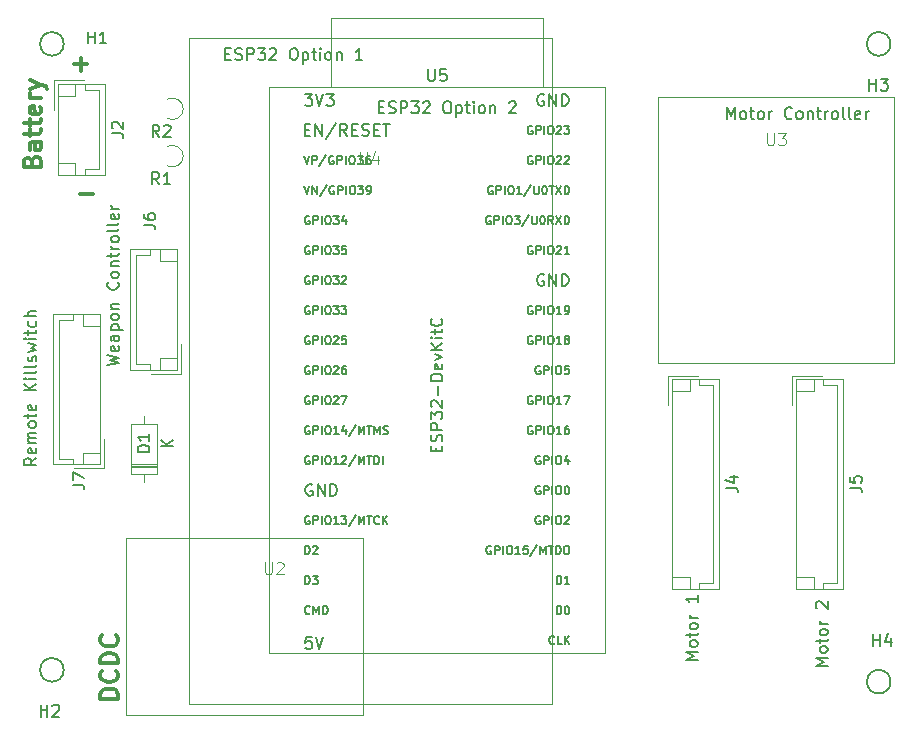
<source format=gbr>
%TF.GenerationSoftware,KiCad,Pcbnew,9.0.6*%
%TF.CreationDate,2026-01-05T22:14:00+01:00*%
%TF.ProjectId,Robofetz Mainboard,526f626f-6665-4747-9a20-4d61696e626f,rev?*%
%TF.SameCoordinates,Original*%
%TF.FileFunction,Legend,Top*%
%TF.FilePolarity,Positive*%
%FSLAX46Y46*%
G04 Gerber Fmt 4.6, Leading zero omitted, Abs format (unit mm)*
G04 Created by KiCad (PCBNEW 9.0.6) date 2026-01-05 22:14:00*
%MOMM*%
%LPD*%
G01*
G04 APERTURE LIST*
%ADD10C,0.200000*%
%ADD11C,0.300000*%
%ADD12C,0.150000*%
%ADD13C,0.100000*%
%ADD14C,0.120000*%
G04 APERTURE END LIST*
D10*
X147369673Y-84867219D02*
X147369673Y-83867219D01*
X147369673Y-83867219D02*
X147703006Y-84581504D01*
X147703006Y-84581504D02*
X148036339Y-83867219D01*
X148036339Y-83867219D02*
X148036339Y-84867219D01*
X148655387Y-84867219D02*
X148560149Y-84819600D01*
X148560149Y-84819600D02*
X148512530Y-84771980D01*
X148512530Y-84771980D02*
X148464911Y-84676742D01*
X148464911Y-84676742D02*
X148464911Y-84391028D01*
X148464911Y-84391028D02*
X148512530Y-84295790D01*
X148512530Y-84295790D02*
X148560149Y-84248171D01*
X148560149Y-84248171D02*
X148655387Y-84200552D01*
X148655387Y-84200552D02*
X148798244Y-84200552D01*
X148798244Y-84200552D02*
X148893482Y-84248171D01*
X148893482Y-84248171D02*
X148941101Y-84295790D01*
X148941101Y-84295790D02*
X148988720Y-84391028D01*
X148988720Y-84391028D02*
X148988720Y-84676742D01*
X148988720Y-84676742D02*
X148941101Y-84771980D01*
X148941101Y-84771980D02*
X148893482Y-84819600D01*
X148893482Y-84819600D02*
X148798244Y-84867219D01*
X148798244Y-84867219D02*
X148655387Y-84867219D01*
X149274435Y-84200552D02*
X149655387Y-84200552D01*
X149417292Y-83867219D02*
X149417292Y-84724361D01*
X149417292Y-84724361D02*
X149464911Y-84819600D01*
X149464911Y-84819600D02*
X149560149Y-84867219D01*
X149560149Y-84867219D02*
X149655387Y-84867219D01*
X150131578Y-84867219D02*
X150036340Y-84819600D01*
X150036340Y-84819600D02*
X149988721Y-84771980D01*
X149988721Y-84771980D02*
X149941102Y-84676742D01*
X149941102Y-84676742D02*
X149941102Y-84391028D01*
X149941102Y-84391028D02*
X149988721Y-84295790D01*
X149988721Y-84295790D02*
X150036340Y-84248171D01*
X150036340Y-84248171D02*
X150131578Y-84200552D01*
X150131578Y-84200552D02*
X150274435Y-84200552D01*
X150274435Y-84200552D02*
X150369673Y-84248171D01*
X150369673Y-84248171D02*
X150417292Y-84295790D01*
X150417292Y-84295790D02*
X150464911Y-84391028D01*
X150464911Y-84391028D02*
X150464911Y-84676742D01*
X150464911Y-84676742D02*
X150417292Y-84771980D01*
X150417292Y-84771980D02*
X150369673Y-84819600D01*
X150369673Y-84819600D02*
X150274435Y-84867219D01*
X150274435Y-84867219D02*
X150131578Y-84867219D01*
X150893483Y-84867219D02*
X150893483Y-84200552D01*
X150893483Y-84391028D02*
X150941102Y-84295790D01*
X150941102Y-84295790D02*
X150988721Y-84248171D01*
X150988721Y-84248171D02*
X151083959Y-84200552D01*
X151083959Y-84200552D02*
X151179197Y-84200552D01*
X152845864Y-84771980D02*
X152798245Y-84819600D01*
X152798245Y-84819600D02*
X152655388Y-84867219D01*
X152655388Y-84867219D02*
X152560150Y-84867219D01*
X152560150Y-84867219D02*
X152417293Y-84819600D01*
X152417293Y-84819600D02*
X152322055Y-84724361D01*
X152322055Y-84724361D02*
X152274436Y-84629123D01*
X152274436Y-84629123D02*
X152226817Y-84438647D01*
X152226817Y-84438647D02*
X152226817Y-84295790D01*
X152226817Y-84295790D02*
X152274436Y-84105314D01*
X152274436Y-84105314D02*
X152322055Y-84010076D01*
X152322055Y-84010076D02*
X152417293Y-83914838D01*
X152417293Y-83914838D02*
X152560150Y-83867219D01*
X152560150Y-83867219D02*
X152655388Y-83867219D01*
X152655388Y-83867219D02*
X152798245Y-83914838D01*
X152798245Y-83914838D02*
X152845864Y-83962457D01*
X153417293Y-84867219D02*
X153322055Y-84819600D01*
X153322055Y-84819600D02*
X153274436Y-84771980D01*
X153274436Y-84771980D02*
X153226817Y-84676742D01*
X153226817Y-84676742D02*
X153226817Y-84391028D01*
X153226817Y-84391028D02*
X153274436Y-84295790D01*
X153274436Y-84295790D02*
X153322055Y-84248171D01*
X153322055Y-84248171D02*
X153417293Y-84200552D01*
X153417293Y-84200552D02*
X153560150Y-84200552D01*
X153560150Y-84200552D02*
X153655388Y-84248171D01*
X153655388Y-84248171D02*
X153703007Y-84295790D01*
X153703007Y-84295790D02*
X153750626Y-84391028D01*
X153750626Y-84391028D02*
X153750626Y-84676742D01*
X153750626Y-84676742D02*
X153703007Y-84771980D01*
X153703007Y-84771980D02*
X153655388Y-84819600D01*
X153655388Y-84819600D02*
X153560150Y-84867219D01*
X153560150Y-84867219D02*
X153417293Y-84867219D01*
X154179198Y-84200552D02*
X154179198Y-84867219D01*
X154179198Y-84295790D02*
X154226817Y-84248171D01*
X154226817Y-84248171D02*
X154322055Y-84200552D01*
X154322055Y-84200552D02*
X154464912Y-84200552D01*
X154464912Y-84200552D02*
X154560150Y-84248171D01*
X154560150Y-84248171D02*
X154607769Y-84343409D01*
X154607769Y-84343409D02*
X154607769Y-84867219D01*
X154941103Y-84200552D02*
X155322055Y-84200552D01*
X155083960Y-83867219D02*
X155083960Y-84724361D01*
X155083960Y-84724361D02*
X155131579Y-84819600D01*
X155131579Y-84819600D02*
X155226817Y-84867219D01*
X155226817Y-84867219D02*
X155322055Y-84867219D01*
X155655389Y-84867219D02*
X155655389Y-84200552D01*
X155655389Y-84391028D02*
X155703008Y-84295790D01*
X155703008Y-84295790D02*
X155750627Y-84248171D01*
X155750627Y-84248171D02*
X155845865Y-84200552D01*
X155845865Y-84200552D02*
X155941103Y-84200552D01*
X156417294Y-84867219D02*
X156322056Y-84819600D01*
X156322056Y-84819600D02*
X156274437Y-84771980D01*
X156274437Y-84771980D02*
X156226818Y-84676742D01*
X156226818Y-84676742D02*
X156226818Y-84391028D01*
X156226818Y-84391028D02*
X156274437Y-84295790D01*
X156274437Y-84295790D02*
X156322056Y-84248171D01*
X156322056Y-84248171D02*
X156417294Y-84200552D01*
X156417294Y-84200552D02*
X156560151Y-84200552D01*
X156560151Y-84200552D02*
X156655389Y-84248171D01*
X156655389Y-84248171D02*
X156703008Y-84295790D01*
X156703008Y-84295790D02*
X156750627Y-84391028D01*
X156750627Y-84391028D02*
X156750627Y-84676742D01*
X156750627Y-84676742D02*
X156703008Y-84771980D01*
X156703008Y-84771980D02*
X156655389Y-84819600D01*
X156655389Y-84819600D02*
X156560151Y-84867219D01*
X156560151Y-84867219D02*
X156417294Y-84867219D01*
X157322056Y-84867219D02*
X157226818Y-84819600D01*
X157226818Y-84819600D02*
X157179199Y-84724361D01*
X157179199Y-84724361D02*
X157179199Y-83867219D01*
X157845866Y-84867219D02*
X157750628Y-84819600D01*
X157750628Y-84819600D02*
X157703009Y-84724361D01*
X157703009Y-84724361D02*
X157703009Y-83867219D01*
X158607771Y-84819600D02*
X158512533Y-84867219D01*
X158512533Y-84867219D02*
X158322057Y-84867219D01*
X158322057Y-84867219D02*
X158226819Y-84819600D01*
X158226819Y-84819600D02*
X158179200Y-84724361D01*
X158179200Y-84724361D02*
X158179200Y-84343409D01*
X158179200Y-84343409D02*
X158226819Y-84248171D01*
X158226819Y-84248171D02*
X158322057Y-84200552D01*
X158322057Y-84200552D02*
X158512533Y-84200552D01*
X158512533Y-84200552D02*
X158607771Y-84248171D01*
X158607771Y-84248171D02*
X158655390Y-84343409D01*
X158655390Y-84343409D02*
X158655390Y-84438647D01*
X158655390Y-84438647D02*
X158179200Y-84533885D01*
X159083962Y-84867219D02*
X159083962Y-84200552D01*
X159083962Y-84391028D02*
X159131581Y-84295790D01*
X159131581Y-84295790D02*
X159179200Y-84248171D01*
X159179200Y-84248171D02*
X159274438Y-84200552D01*
X159274438Y-84200552D02*
X159369676Y-84200552D01*
X161200000Y-132500000D02*
G75*
G02*
X159200000Y-132500000I-1000000J0D01*
G01*
X159200000Y-132500000D02*
G75*
G02*
X161200000Y-132500000I1000000J0D01*
G01*
X161200000Y-78500000D02*
G75*
G02*
X159200000Y-78500000I-1000000J0D01*
G01*
X159200000Y-78500000D02*
G75*
G02*
X161200000Y-78500000I1000000J0D01*
G01*
X91200000Y-78500000D02*
G75*
G02*
X89200000Y-78500000I-1000000J0D01*
G01*
X89200000Y-78500000D02*
G75*
G02*
X91200000Y-78500000I1000000J0D01*
G01*
X91200000Y-131500000D02*
G75*
G02*
X89200000Y-131500000I-1000000J0D01*
G01*
X89200000Y-131500000D02*
G75*
G02*
X91200000Y-131500000I1000000J0D01*
G01*
D11*
X95800828Y-133945489D02*
X94300828Y-133945489D01*
X94300828Y-133945489D02*
X94300828Y-133588346D01*
X94300828Y-133588346D02*
X94372257Y-133374060D01*
X94372257Y-133374060D02*
X94515114Y-133231203D01*
X94515114Y-133231203D02*
X94657971Y-133159774D01*
X94657971Y-133159774D02*
X94943685Y-133088346D01*
X94943685Y-133088346D02*
X95157971Y-133088346D01*
X95157971Y-133088346D02*
X95443685Y-133159774D01*
X95443685Y-133159774D02*
X95586542Y-133231203D01*
X95586542Y-133231203D02*
X95729400Y-133374060D01*
X95729400Y-133374060D02*
X95800828Y-133588346D01*
X95800828Y-133588346D02*
X95800828Y-133945489D01*
X95657971Y-131588346D02*
X95729400Y-131659774D01*
X95729400Y-131659774D02*
X95800828Y-131874060D01*
X95800828Y-131874060D02*
X95800828Y-132016917D01*
X95800828Y-132016917D02*
X95729400Y-132231203D01*
X95729400Y-132231203D02*
X95586542Y-132374060D01*
X95586542Y-132374060D02*
X95443685Y-132445489D01*
X95443685Y-132445489D02*
X95157971Y-132516917D01*
X95157971Y-132516917D02*
X94943685Y-132516917D01*
X94943685Y-132516917D02*
X94657971Y-132445489D01*
X94657971Y-132445489D02*
X94515114Y-132374060D01*
X94515114Y-132374060D02*
X94372257Y-132231203D01*
X94372257Y-132231203D02*
X94300828Y-132016917D01*
X94300828Y-132016917D02*
X94300828Y-131874060D01*
X94300828Y-131874060D02*
X94372257Y-131659774D01*
X94372257Y-131659774D02*
X94443685Y-131588346D01*
X95800828Y-130945489D02*
X94300828Y-130945489D01*
X94300828Y-130945489D02*
X94300828Y-130588346D01*
X94300828Y-130588346D02*
X94372257Y-130374060D01*
X94372257Y-130374060D02*
X94515114Y-130231203D01*
X94515114Y-130231203D02*
X94657971Y-130159774D01*
X94657971Y-130159774D02*
X94943685Y-130088346D01*
X94943685Y-130088346D02*
X95157971Y-130088346D01*
X95157971Y-130088346D02*
X95443685Y-130159774D01*
X95443685Y-130159774D02*
X95586542Y-130231203D01*
X95586542Y-130231203D02*
X95729400Y-130374060D01*
X95729400Y-130374060D02*
X95800828Y-130588346D01*
X95800828Y-130588346D02*
X95800828Y-130945489D01*
X95657971Y-128588346D02*
X95729400Y-128659774D01*
X95729400Y-128659774D02*
X95800828Y-128874060D01*
X95800828Y-128874060D02*
X95800828Y-129016917D01*
X95800828Y-129016917D02*
X95729400Y-129231203D01*
X95729400Y-129231203D02*
X95586542Y-129374060D01*
X95586542Y-129374060D02*
X95443685Y-129445489D01*
X95443685Y-129445489D02*
X95157971Y-129516917D01*
X95157971Y-129516917D02*
X94943685Y-129516917D01*
X94943685Y-129516917D02*
X94657971Y-129445489D01*
X94657971Y-129445489D02*
X94515114Y-129374060D01*
X94515114Y-129374060D02*
X94372257Y-129231203D01*
X94372257Y-129231203D02*
X94300828Y-129016917D01*
X94300828Y-129016917D02*
X94300828Y-128874060D01*
X94300828Y-128874060D02*
X94372257Y-128659774D01*
X94372257Y-128659774D02*
X94443685Y-128588346D01*
D10*
X155867219Y-131130326D02*
X154867219Y-131130326D01*
X154867219Y-131130326D02*
X155581504Y-130796993D01*
X155581504Y-130796993D02*
X154867219Y-130463660D01*
X154867219Y-130463660D02*
X155867219Y-130463660D01*
X155867219Y-129844612D02*
X155819600Y-129939850D01*
X155819600Y-129939850D02*
X155771980Y-129987469D01*
X155771980Y-129987469D02*
X155676742Y-130035088D01*
X155676742Y-130035088D02*
X155391028Y-130035088D01*
X155391028Y-130035088D02*
X155295790Y-129987469D01*
X155295790Y-129987469D02*
X155248171Y-129939850D01*
X155248171Y-129939850D02*
X155200552Y-129844612D01*
X155200552Y-129844612D02*
X155200552Y-129701755D01*
X155200552Y-129701755D02*
X155248171Y-129606517D01*
X155248171Y-129606517D02*
X155295790Y-129558898D01*
X155295790Y-129558898D02*
X155391028Y-129511279D01*
X155391028Y-129511279D02*
X155676742Y-129511279D01*
X155676742Y-129511279D02*
X155771980Y-129558898D01*
X155771980Y-129558898D02*
X155819600Y-129606517D01*
X155819600Y-129606517D02*
X155867219Y-129701755D01*
X155867219Y-129701755D02*
X155867219Y-129844612D01*
X155200552Y-129225564D02*
X155200552Y-128844612D01*
X154867219Y-129082707D02*
X155724361Y-129082707D01*
X155724361Y-129082707D02*
X155819600Y-129035088D01*
X155819600Y-129035088D02*
X155867219Y-128939850D01*
X155867219Y-128939850D02*
X155867219Y-128844612D01*
X155867219Y-128368421D02*
X155819600Y-128463659D01*
X155819600Y-128463659D02*
X155771980Y-128511278D01*
X155771980Y-128511278D02*
X155676742Y-128558897D01*
X155676742Y-128558897D02*
X155391028Y-128558897D01*
X155391028Y-128558897D02*
X155295790Y-128511278D01*
X155295790Y-128511278D02*
X155248171Y-128463659D01*
X155248171Y-128463659D02*
X155200552Y-128368421D01*
X155200552Y-128368421D02*
X155200552Y-128225564D01*
X155200552Y-128225564D02*
X155248171Y-128130326D01*
X155248171Y-128130326D02*
X155295790Y-128082707D01*
X155295790Y-128082707D02*
X155391028Y-128035088D01*
X155391028Y-128035088D02*
X155676742Y-128035088D01*
X155676742Y-128035088D02*
X155771980Y-128082707D01*
X155771980Y-128082707D02*
X155819600Y-128130326D01*
X155819600Y-128130326D02*
X155867219Y-128225564D01*
X155867219Y-128225564D02*
X155867219Y-128368421D01*
X155867219Y-127606516D02*
X155200552Y-127606516D01*
X155391028Y-127606516D02*
X155295790Y-127558897D01*
X155295790Y-127558897D02*
X155248171Y-127511278D01*
X155248171Y-127511278D02*
X155200552Y-127416040D01*
X155200552Y-127416040D02*
X155200552Y-127320802D01*
X154962457Y-126273182D02*
X154914838Y-126225563D01*
X154914838Y-126225563D02*
X154867219Y-126130325D01*
X154867219Y-126130325D02*
X154867219Y-125892230D01*
X154867219Y-125892230D02*
X154914838Y-125796992D01*
X154914838Y-125796992D02*
X154962457Y-125749373D01*
X154962457Y-125749373D02*
X155057695Y-125701754D01*
X155057695Y-125701754D02*
X155152933Y-125701754D01*
X155152933Y-125701754D02*
X155295790Y-125749373D01*
X155295790Y-125749373D02*
X155867219Y-126320801D01*
X155867219Y-126320801D02*
X155867219Y-125701754D01*
X104869673Y-79343409D02*
X105203006Y-79343409D01*
X105345863Y-79867219D02*
X104869673Y-79867219D01*
X104869673Y-79867219D02*
X104869673Y-78867219D01*
X104869673Y-78867219D02*
X105345863Y-78867219D01*
X105726816Y-79819600D02*
X105869673Y-79867219D01*
X105869673Y-79867219D02*
X106107768Y-79867219D01*
X106107768Y-79867219D02*
X106203006Y-79819600D01*
X106203006Y-79819600D02*
X106250625Y-79771980D01*
X106250625Y-79771980D02*
X106298244Y-79676742D01*
X106298244Y-79676742D02*
X106298244Y-79581504D01*
X106298244Y-79581504D02*
X106250625Y-79486266D01*
X106250625Y-79486266D02*
X106203006Y-79438647D01*
X106203006Y-79438647D02*
X106107768Y-79391028D01*
X106107768Y-79391028D02*
X105917292Y-79343409D01*
X105917292Y-79343409D02*
X105822054Y-79295790D01*
X105822054Y-79295790D02*
X105774435Y-79248171D01*
X105774435Y-79248171D02*
X105726816Y-79152933D01*
X105726816Y-79152933D02*
X105726816Y-79057695D01*
X105726816Y-79057695D02*
X105774435Y-78962457D01*
X105774435Y-78962457D02*
X105822054Y-78914838D01*
X105822054Y-78914838D02*
X105917292Y-78867219D01*
X105917292Y-78867219D02*
X106155387Y-78867219D01*
X106155387Y-78867219D02*
X106298244Y-78914838D01*
X106726816Y-79867219D02*
X106726816Y-78867219D01*
X106726816Y-78867219D02*
X107107768Y-78867219D01*
X107107768Y-78867219D02*
X107203006Y-78914838D01*
X107203006Y-78914838D02*
X107250625Y-78962457D01*
X107250625Y-78962457D02*
X107298244Y-79057695D01*
X107298244Y-79057695D02*
X107298244Y-79200552D01*
X107298244Y-79200552D02*
X107250625Y-79295790D01*
X107250625Y-79295790D02*
X107203006Y-79343409D01*
X107203006Y-79343409D02*
X107107768Y-79391028D01*
X107107768Y-79391028D02*
X106726816Y-79391028D01*
X107631578Y-78867219D02*
X108250625Y-78867219D01*
X108250625Y-78867219D02*
X107917292Y-79248171D01*
X107917292Y-79248171D02*
X108060149Y-79248171D01*
X108060149Y-79248171D02*
X108155387Y-79295790D01*
X108155387Y-79295790D02*
X108203006Y-79343409D01*
X108203006Y-79343409D02*
X108250625Y-79438647D01*
X108250625Y-79438647D02*
X108250625Y-79676742D01*
X108250625Y-79676742D02*
X108203006Y-79771980D01*
X108203006Y-79771980D02*
X108155387Y-79819600D01*
X108155387Y-79819600D02*
X108060149Y-79867219D01*
X108060149Y-79867219D02*
X107774435Y-79867219D01*
X107774435Y-79867219D02*
X107679197Y-79819600D01*
X107679197Y-79819600D02*
X107631578Y-79771980D01*
X108631578Y-78962457D02*
X108679197Y-78914838D01*
X108679197Y-78914838D02*
X108774435Y-78867219D01*
X108774435Y-78867219D02*
X109012530Y-78867219D01*
X109012530Y-78867219D02*
X109107768Y-78914838D01*
X109107768Y-78914838D02*
X109155387Y-78962457D01*
X109155387Y-78962457D02*
X109203006Y-79057695D01*
X109203006Y-79057695D02*
X109203006Y-79152933D01*
X109203006Y-79152933D02*
X109155387Y-79295790D01*
X109155387Y-79295790D02*
X108583959Y-79867219D01*
X108583959Y-79867219D02*
X109203006Y-79867219D01*
X110583959Y-78867219D02*
X110774435Y-78867219D01*
X110774435Y-78867219D02*
X110869673Y-78914838D01*
X110869673Y-78914838D02*
X110964911Y-79010076D01*
X110964911Y-79010076D02*
X111012530Y-79200552D01*
X111012530Y-79200552D02*
X111012530Y-79533885D01*
X111012530Y-79533885D02*
X110964911Y-79724361D01*
X110964911Y-79724361D02*
X110869673Y-79819600D01*
X110869673Y-79819600D02*
X110774435Y-79867219D01*
X110774435Y-79867219D02*
X110583959Y-79867219D01*
X110583959Y-79867219D02*
X110488721Y-79819600D01*
X110488721Y-79819600D02*
X110393483Y-79724361D01*
X110393483Y-79724361D02*
X110345864Y-79533885D01*
X110345864Y-79533885D02*
X110345864Y-79200552D01*
X110345864Y-79200552D02*
X110393483Y-79010076D01*
X110393483Y-79010076D02*
X110488721Y-78914838D01*
X110488721Y-78914838D02*
X110583959Y-78867219D01*
X111441102Y-79200552D02*
X111441102Y-80200552D01*
X111441102Y-79248171D02*
X111536340Y-79200552D01*
X111536340Y-79200552D02*
X111726816Y-79200552D01*
X111726816Y-79200552D02*
X111822054Y-79248171D01*
X111822054Y-79248171D02*
X111869673Y-79295790D01*
X111869673Y-79295790D02*
X111917292Y-79391028D01*
X111917292Y-79391028D02*
X111917292Y-79676742D01*
X111917292Y-79676742D02*
X111869673Y-79771980D01*
X111869673Y-79771980D02*
X111822054Y-79819600D01*
X111822054Y-79819600D02*
X111726816Y-79867219D01*
X111726816Y-79867219D02*
X111536340Y-79867219D01*
X111536340Y-79867219D02*
X111441102Y-79819600D01*
X112203007Y-79200552D02*
X112583959Y-79200552D01*
X112345864Y-78867219D02*
X112345864Y-79724361D01*
X112345864Y-79724361D02*
X112393483Y-79819600D01*
X112393483Y-79819600D02*
X112488721Y-79867219D01*
X112488721Y-79867219D02*
X112583959Y-79867219D01*
X112917293Y-79867219D02*
X112917293Y-79200552D01*
X112917293Y-78867219D02*
X112869674Y-78914838D01*
X112869674Y-78914838D02*
X112917293Y-78962457D01*
X112917293Y-78962457D02*
X112964912Y-78914838D01*
X112964912Y-78914838D02*
X112917293Y-78867219D01*
X112917293Y-78867219D02*
X112917293Y-78962457D01*
X113536340Y-79867219D02*
X113441102Y-79819600D01*
X113441102Y-79819600D02*
X113393483Y-79771980D01*
X113393483Y-79771980D02*
X113345864Y-79676742D01*
X113345864Y-79676742D02*
X113345864Y-79391028D01*
X113345864Y-79391028D02*
X113393483Y-79295790D01*
X113393483Y-79295790D02*
X113441102Y-79248171D01*
X113441102Y-79248171D02*
X113536340Y-79200552D01*
X113536340Y-79200552D02*
X113679197Y-79200552D01*
X113679197Y-79200552D02*
X113774435Y-79248171D01*
X113774435Y-79248171D02*
X113822054Y-79295790D01*
X113822054Y-79295790D02*
X113869673Y-79391028D01*
X113869673Y-79391028D02*
X113869673Y-79676742D01*
X113869673Y-79676742D02*
X113822054Y-79771980D01*
X113822054Y-79771980D02*
X113774435Y-79819600D01*
X113774435Y-79819600D02*
X113679197Y-79867219D01*
X113679197Y-79867219D02*
X113536340Y-79867219D01*
X114298245Y-79200552D02*
X114298245Y-79867219D01*
X114298245Y-79295790D02*
X114345864Y-79248171D01*
X114345864Y-79248171D02*
X114441102Y-79200552D01*
X114441102Y-79200552D02*
X114583959Y-79200552D01*
X114583959Y-79200552D02*
X114679197Y-79248171D01*
X114679197Y-79248171D02*
X114726816Y-79343409D01*
X114726816Y-79343409D02*
X114726816Y-79867219D01*
X116488721Y-79867219D02*
X115917293Y-79867219D01*
X116203007Y-79867219D02*
X116203007Y-78867219D01*
X116203007Y-78867219D02*
X116107769Y-79010076D01*
X116107769Y-79010076D02*
X116012531Y-79105314D01*
X116012531Y-79105314D02*
X115917293Y-79152933D01*
X117869673Y-83843409D02*
X118203006Y-83843409D01*
X118345863Y-84367219D02*
X117869673Y-84367219D01*
X117869673Y-84367219D02*
X117869673Y-83367219D01*
X117869673Y-83367219D02*
X118345863Y-83367219D01*
X118726816Y-84319600D02*
X118869673Y-84367219D01*
X118869673Y-84367219D02*
X119107768Y-84367219D01*
X119107768Y-84367219D02*
X119203006Y-84319600D01*
X119203006Y-84319600D02*
X119250625Y-84271980D01*
X119250625Y-84271980D02*
X119298244Y-84176742D01*
X119298244Y-84176742D02*
X119298244Y-84081504D01*
X119298244Y-84081504D02*
X119250625Y-83986266D01*
X119250625Y-83986266D02*
X119203006Y-83938647D01*
X119203006Y-83938647D02*
X119107768Y-83891028D01*
X119107768Y-83891028D02*
X118917292Y-83843409D01*
X118917292Y-83843409D02*
X118822054Y-83795790D01*
X118822054Y-83795790D02*
X118774435Y-83748171D01*
X118774435Y-83748171D02*
X118726816Y-83652933D01*
X118726816Y-83652933D02*
X118726816Y-83557695D01*
X118726816Y-83557695D02*
X118774435Y-83462457D01*
X118774435Y-83462457D02*
X118822054Y-83414838D01*
X118822054Y-83414838D02*
X118917292Y-83367219D01*
X118917292Y-83367219D02*
X119155387Y-83367219D01*
X119155387Y-83367219D02*
X119298244Y-83414838D01*
X119726816Y-84367219D02*
X119726816Y-83367219D01*
X119726816Y-83367219D02*
X120107768Y-83367219D01*
X120107768Y-83367219D02*
X120203006Y-83414838D01*
X120203006Y-83414838D02*
X120250625Y-83462457D01*
X120250625Y-83462457D02*
X120298244Y-83557695D01*
X120298244Y-83557695D02*
X120298244Y-83700552D01*
X120298244Y-83700552D02*
X120250625Y-83795790D01*
X120250625Y-83795790D02*
X120203006Y-83843409D01*
X120203006Y-83843409D02*
X120107768Y-83891028D01*
X120107768Y-83891028D02*
X119726816Y-83891028D01*
X120631578Y-83367219D02*
X121250625Y-83367219D01*
X121250625Y-83367219D02*
X120917292Y-83748171D01*
X120917292Y-83748171D02*
X121060149Y-83748171D01*
X121060149Y-83748171D02*
X121155387Y-83795790D01*
X121155387Y-83795790D02*
X121203006Y-83843409D01*
X121203006Y-83843409D02*
X121250625Y-83938647D01*
X121250625Y-83938647D02*
X121250625Y-84176742D01*
X121250625Y-84176742D02*
X121203006Y-84271980D01*
X121203006Y-84271980D02*
X121155387Y-84319600D01*
X121155387Y-84319600D02*
X121060149Y-84367219D01*
X121060149Y-84367219D02*
X120774435Y-84367219D01*
X120774435Y-84367219D02*
X120679197Y-84319600D01*
X120679197Y-84319600D02*
X120631578Y-84271980D01*
X121631578Y-83462457D02*
X121679197Y-83414838D01*
X121679197Y-83414838D02*
X121774435Y-83367219D01*
X121774435Y-83367219D02*
X122012530Y-83367219D01*
X122012530Y-83367219D02*
X122107768Y-83414838D01*
X122107768Y-83414838D02*
X122155387Y-83462457D01*
X122155387Y-83462457D02*
X122203006Y-83557695D01*
X122203006Y-83557695D02*
X122203006Y-83652933D01*
X122203006Y-83652933D02*
X122155387Y-83795790D01*
X122155387Y-83795790D02*
X121583959Y-84367219D01*
X121583959Y-84367219D02*
X122203006Y-84367219D01*
X123583959Y-83367219D02*
X123774435Y-83367219D01*
X123774435Y-83367219D02*
X123869673Y-83414838D01*
X123869673Y-83414838D02*
X123964911Y-83510076D01*
X123964911Y-83510076D02*
X124012530Y-83700552D01*
X124012530Y-83700552D02*
X124012530Y-84033885D01*
X124012530Y-84033885D02*
X123964911Y-84224361D01*
X123964911Y-84224361D02*
X123869673Y-84319600D01*
X123869673Y-84319600D02*
X123774435Y-84367219D01*
X123774435Y-84367219D02*
X123583959Y-84367219D01*
X123583959Y-84367219D02*
X123488721Y-84319600D01*
X123488721Y-84319600D02*
X123393483Y-84224361D01*
X123393483Y-84224361D02*
X123345864Y-84033885D01*
X123345864Y-84033885D02*
X123345864Y-83700552D01*
X123345864Y-83700552D02*
X123393483Y-83510076D01*
X123393483Y-83510076D02*
X123488721Y-83414838D01*
X123488721Y-83414838D02*
X123583959Y-83367219D01*
X124441102Y-83700552D02*
X124441102Y-84700552D01*
X124441102Y-83748171D02*
X124536340Y-83700552D01*
X124536340Y-83700552D02*
X124726816Y-83700552D01*
X124726816Y-83700552D02*
X124822054Y-83748171D01*
X124822054Y-83748171D02*
X124869673Y-83795790D01*
X124869673Y-83795790D02*
X124917292Y-83891028D01*
X124917292Y-83891028D02*
X124917292Y-84176742D01*
X124917292Y-84176742D02*
X124869673Y-84271980D01*
X124869673Y-84271980D02*
X124822054Y-84319600D01*
X124822054Y-84319600D02*
X124726816Y-84367219D01*
X124726816Y-84367219D02*
X124536340Y-84367219D01*
X124536340Y-84367219D02*
X124441102Y-84319600D01*
X125203007Y-83700552D02*
X125583959Y-83700552D01*
X125345864Y-83367219D02*
X125345864Y-84224361D01*
X125345864Y-84224361D02*
X125393483Y-84319600D01*
X125393483Y-84319600D02*
X125488721Y-84367219D01*
X125488721Y-84367219D02*
X125583959Y-84367219D01*
X125917293Y-84367219D02*
X125917293Y-83700552D01*
X125917293Y-83367219D02*
X125869674Y-83414838D01*
X125869674Y-83414838D02*
X125917293Y-83462457D01*
X125917293Y-83462457D02*
X125964912Y-83414838D01*
X125964912Y-83414838D02*
X125917293Y-83367219D01*
X125917293Y-83367219D02*
X125917293Y-83462457D01*
X126536340Y-84367219D02*
X126441102Y-84319600D01*
X126441102Y-84319600D02*
X126393483Y-84271980D01*
X126393483Y-84271980D02*
X126345864Y-84176742D01*
X126345864Y-84176742D02*
X126345864Y-83891028D01*
X126345864Y-83891028D02*
X126393483Y-83795790D01*
X126393483Y-83795790D02*
X126441102Y-83748171D01*
X126441102Y-83748171D02*
X126536340Y-83700552D01*
X126536340Y-83700552D02*
X126679197Y-83700552D01*
X126679197Y-83700552D02*
X126774435Y-83748171D01*
X126774435Y-83748171D02*
X126822054Y-83795790D01*
X126822054Y-83795790D02*
X126869673Y-83891028D01*
X126869673Y-83891028D02*
X126869673Y-84176742D01*
X126869673Y-84176742D02*
X126822054Y-84271980D01*
X126822054Y-84271980D02*
X126774435Y-84319600D01*
X126774435Y-84319600D02*
X126679197Y-84367219D01*
X126679197Y-84367219D02*
X126536340Y-84367219D01*
X127298245Y-83700552D02*
X127298245Y-84367219D01*
X127298245Y-83795790D02*
X127345864Y-83748171D01*
X127345864Y-83748171D02*
X127441102Y-83700552D01*
X127441102Y-83700552D02*
X127583959Y-83700552D01*
X127583959Y-83700552D02*
X127679197Y-83748171D01*
X127679197Y-83748171D02*
X127726816Y-83843409D01*
X127726816Y-83843409D02*
X127726816Y-84367219D01*
X128917293Y-83462457D02*
X128964912Y-83414838D01*
X128964912Y-83414838D02*
X129060150Y-83367219D01*
X129060150Y-83367219D02*
X129298245Y-83367219D01*
X129298245Y-83367219D02*
X129393483Y-83414838D01*
X129393483Y-83414838D02*
X129441102Y-83462457D01*
X129441102Y-83462457D02*
X129488721Y-83557695D01*
X129488721Y-83557695D02*
X129488721Y-83652933D01*
X129488721Y-83652933D02*
X129441102Y-83795790D01*
X129441102Y-83795790D02*
X128869674Y-84367219D01*
X128869674Y-84367219D02*
X129488721Y-84367219D01*
D11*
X88515114Y-88445489D02*
X88586542Y-88231203D01*
X88586542Y-88231203D02*
X88657971Y-88159774D01*
X88657971Y-88159774D02*
X88800828Y-88088346D01*
X88800828Y-88088346D02*
X89015114Y-88088346D01*
X89015114Y-88088346D02*
X89157971Y-88159774D01*
X89157971Y-88159774D02*
X89229400Y-88231203D01*
X89229400Y-88231203D02*
X89300828Y-88374060D01*
X89300828Y-88374060D02*
X89300828Y-88945489D01*
X89300828Y-88945489D02*
X87800828Y-88945489D01*
X87800828Y-88945489D02*
X87800828Y-88445489D01*
X87800828Y-88445489D02*
X87872257Y-88302632D01*
X87872257Y-88302632D02*
X87943685Y-88231203D01*
X87943685Y-88231203D02*
X88086542Y-88159774D01*
X88086542Y-88159774D02*
X88229400Y-88159774D01*
X88229400Y-88159774D02*
X88372257Y-88231203D01*
X88372257Y-88231203D02*
X88443685Y-88302632D01*
X88443685Y-88302632D02*
X88515114Y-88445489D01*
X88515114Y-88445489D02*
X88515114Y-88945489D01*
X89300828Y-86802632D02*
X88515114Y-86802632D01*
X88515114Y-86802632D02*
X88372257Y-86874060D01*
X88372257Y-86874060D02*
X88300828Y-87016917D01*
X88300828Y-87016917D02*
X88300828Y-87302632D01*
X88300828Y-87302632D02*
X88372257Y-87445489D01*
X89229400Y-86802632D02*
X89300828Y-86945489D01*
X89300828Y-86945489D02*
X89300828Y-87302632D01*
X89300828Y-87302632D02*
X89229400Y-87445489D01*
X89229400Y-87445489D02*
X89086542Y-87516917D01*
X89086542Y-87516917D02*
X88943685Y-87516917D01*
X88943685Y-87516917D02*
X88800828Y-87445489D01*
X88800828Y-87445489D02*
X88729400Y-87302632D01*
X88729400Y-87302632D02*
X88729400Y-86945489D01*
X88729400Y-86945489D02*
X88657971Y-86802632D01*
X88300828Y-86302631D02*
X88300828Y-85731203D01*
X87800828Y-86088346D02*
X89086542Y-86088346D01*
X89086542Y-86088346D02*
X89229400Y-86016917D01*
X89229400Y-86016917D02*
X89300828Y-85874060D01*
X89300828Y-85874060D02*
X89300828Y-85731203D01*
X88300828Y-85445488D02*
X88300828Y-84874060D01*
X87800828Y-85231203D02*
X89086542Y-85231203D01*
X89086542Y-85231203D02*
X89229400Y-85159774D01*
X89229400Y-85159774D02*
X89300828Y-85016917D01*
X89300828Y-85016917D02*
X89300828Y-84874060D01*
X89229400Y-83802631D02*
X89300828Y-83945488D01*
X89300828Y-83945488D02*
X89300828Y-84231203D01*
X89300828Y-84231203D02*
X89229400Y-84374060D01*
X89229400Y-84374060D02*
X89086542Y-84445488D01*
X89086542Y-84445488D02*
X88515114Y-84445488D01*
X88515114Y-84445488D02*
X88372257Y-84374060D01*
X88372257Y-84374060D02*
X88300828Y-84231203D01*
X88300828Y-84231203D02*
X88300828Y-83945488D01*
X88300828Y-83945488D02*
X88372257Y-83802631D01*
X88372257Y-83802631D02*
X88515114Y-83731203D01*
X88515114Y-83731203D02*
X88657971Y-83731203D01*
X88657971Y-83731203D02*
X88800828Y-84445488D01*
X89300828Y-83088346D02*
X88300828Y-83088346D01*
X88586542Y-83088346D02*
X88443685Y-83016917D01*
X88443685Y-83016917D02*
X88372257Y-82945489D01*
X88372257Y-82945489D02*
X88300828Y-82802631D01*
X88300828Y-82802631D02*
X88300828Y-82659774D01*
X88300828Y-82302632D02*
X89300828Y-81945489D01*
X88300828Y-81588346D02*
X89300828Y-81945489D01*
X89300828Y-81945489D02*
X89657971Y-82088346D01*
X89657971Y-82088346D02*
X89729400Y-82159775D01*
X89729400Y-82159775D02*
X89800828Y-82302632D01*
X92054510Y-80229400D02*
X93197368Y-80229400D01*
X92625939Y-80800828D02*
X92625939Y-79657971D01*
D10*
X94867219Y-105725564D02*
X95867219Y-105487469D01*
X95867219Y-105487469D02*
X95152933Y-105296993D01*
X95152933Y-105296993D02*
X95867219Y-105106517D01*
X95867219Y-105106517D02*
X94867219Y-104868422D01*
X95819600Y-104106517D02*
X95867219Y-104201755D01*
X95867219Y-104201755D02*
X95867219Y-104392231D01*
X95867219Y-104392231D02*
X95819600Y-104487469D01*
X95819600Y-104487469D02*
X95724361Y-104535088D01*
X95724361Y-104535088D02*
X95343409Y-104535088D01*
X95343409Y-104535088D02*
X95248171Y-104487469D01*
X95248171Y-104487469D02*
X95200552Y-104392231D01*
X95200552Y-104392231D02*
X95200552Y-104201755D01*
X95200552Y-104201755D02*
X95248171Y-104106517D01*
X95248171Y-104106517D02*
X95343409Y-104058898D01*
X95343409Y-104058898D02*
X95438647Y-104058898D01*
X95438647Y-104058898D02*
X95533885Y-104535088D01*
X95867219Y-103201755D02*
X95343409Y-103201755D01*
X95343409Y-103201755D02*
X95248171Y-103249374D01*
X95248171Y-103249374D02*
X95200552Y-103344612D01*
X95200552Y-103344612D02*
X95200552Y-103535088D01*
X95200552Y-103535088D02*
X95248171Y-103630326D01*
X95819600Y-103201755D02*
X95867219Y-103296993D01*
X95867219Y-103296993D02*
X95867219Y-103535088D01*
X95867219Y-103535088D02*
X95819600Y-103630326D01*
X95819600Y-103630326D02*
X95724361Y-103677945D01*
X95724361Y-103677945D02*
X95629123Y-103677945D01*
X95629123Y-103677945D02*
X95533885Y-103630326D01*
X95533885Y-103630326D02*
X95486266Y-103535088D01*
X95486266Y-103535088D02*
X95486266Y-103296993D01*
X95486266Y-103296993D02*
X95438647Y-103201755D01*
X95200552Y-102725564D02*
X96200552Y-102725564D01*
X95248171Y-102725564D02*
X95200552Y-102630326D01*
X95200552Y-102630326D02*
X95200552Y-102439850D01*
X95200552Y-102439850D02*
X95248171Y-102344612D01*
X95248171Y-102344612D02*
X95295790Y-102296993D01*
X95295790Y-102296993D02*
X95391028Y-102249374D01*
X95391028Y-102249374D02*
X95676742Y-102249374D01*
X95676742Y-102249374D02*
X95771980Y-102296993D01*
X95771980Y-102296993D02*
X95819600Y-102344612D01*
X95819600Y-102344612D02*
X95867219Y-102439850D01*
X95867219Y-102439850D02*
X95867219Y-102630326D01*
X95867219Y-102630326D02*
X95819600Y-102725564D01*
X95867219Y-101677945D02*
X95819600Y-101773183D01*
X95819600Y-101773183D02*
X95771980Y-101820802D01*
X95771980Y-101820802D02*
X95676742Y-101868421D01*
X95676742Y-101868421D02*
X95391028Y-101868421D01*
X95391028Y-101868421D02*
X95295790Y-101820802D01*
X95295790Y-101820802D02*
X95248171Y-101773183D01*
X95248171Y-101773183D02*
X95200552Y-101677945D01*
X95200552Y-101677945D02*
X95200552Y-101535088D01*
X95200552Y-101535088D02*
X95248171Y-101439850D01*
X95248171Y-101439850D02*
X95295790Y-101392231D01*
X95295790Y-101392231D02*
X95391028Y-101344612D01*
X95391028Y-101344612D02*
X95676742Y-101344612D01*
X95676742Y-101344612D02*
X95771980Y-101392231D01*
X95771980Y-101392231D02*
X95819600Y-101439850D01*
X95819600Y-101439850D02*
X95867219Y-101535088D01*
X95867219Y-101535088D02*
X95867219Y-101677945D01*
X95200552Y-100916040D02*
X95867219Y-100916040D01*
X95295790Y-100916040D02*
X95248171Y-100868421D01*
X95248171Y-100868421D02*
X95200552Y-100773183D01*
X95200552Y-100773183D02*
X95200552Y-100630326D01*
X95200552Y-100630326D02*
X95248171Y-100535088D01*
X95248171Y-100535088D02*
X95343409Y-100487469D01*
X95343409Y-100487469D02*
X95867219Y-100487469D01*
X95771980Y-98677945D02*
X95819600Y-98725564D01*
X95819600Y-98725564D02*
X95867219Y-98868421D01*
X95867219Y-98868421D02*
X95867219Y-98963659D01*
X95867219Y-98963659D02*
X95819600Y-99106516D01*
X95819600Y-99106516D02*
X95724361Y-99201754D01*
X95724361Y-99201754D02*
X95629123Y-99249373D01*
X95629123Y-99249373D02*
X95438647Y-99296992D01*
X95438647Y-99296992D02*
X95295790Y-99296992D01*
X95295790Y-99296992D02*
X95105314Y-99249373D01*
X95105314Y-99249373D02*
X95010076Y-99201754D01*
X95010076Y-99201754D02*
X94914838Y-99106516D01*
X94914838Y-99106516D02*
X94867219Y-98963659D01*
X94867219Y-98963659D02*
X94867219Y-98868421D01*
X94867219Y-98868421D02*
X94914838Y-98725564D01*
X94914838Y-98725564D02*
X94962457Y-98677945D01*
X95867219Y-98106516D02*
X95819600Y-98201754D01*
X95819600Y-98201754D02*
X95771980Y-98249373D01*
X95771980Y-98249373D02*
X95676742Y-98296992D01*
X95676742Y-98296992D02*
X95391028Y-98296992D01*
X95391028Y-98296992D02*
X95295790Y-98249373D01*
X95295790Y-98249373D02*
X95248171Y-98201754D01*
X95248171Y-98201754D02*
X95200552Y-98106516D01*
X95200552Y-98106516D02*
X95200552Y-97963659D01*
X95200552Y-97963659D02*
X95248171Y-97868421D01*
X95248171Y-97868421D02*
X95295790Y-97820802D01*
X95295790Y-97820802D02*
X95391028Y-97773183D01*
X95391028Y-97773183D02*
X95676742Y-97773183D01*
X95676742Y-97773183D02*
X95771980Y-97820802D01*
X95771980Y-97820802D02*
X95819600Y-97868421D01*
X95819600Y-97868421D02*
X95867219Y-97963659D01*
X95867219Y-97963659D02*
X95867219Y-98106516D01*
X95200552Y-97344611D02*
X95867219Y-97344611D01*
X95295790Y-97344611D02*
X95248171Y-97296992D01*
X95248171Y-97296992D02*
X95200552Y-97201754D01*
X95200552Y-97201754D02*
X95200552Y-97058897D01*
X95200552Y-97058897D02*
X95248171Y-96963659D01*
X95248171Y-96963659D02*
X95343409Y-96916040D01*
X95343409Y-96916040D02*
X95867219Y-96916040D01*
X95200552Y-96582706D02*
X95200552Y-96201754D01*
X94867219Y-96439849D02*
X95724361Y-96439849D01*
X95724361Y-96439849D02*
X95819600Y-96392230D01*
X95819600Y-96392230D02*
X95867219Y-96296992D01*
X95867219Y-96296992D02*
X95867219Y-96201754D01*
X95867219Y-95868420D02*
X95200552Y-95868420D01*
X95391028Y-95868420D02*
X95295790Y-95820801D01*
X95295790Y-95820801D02*
X95248171Y-95773182D01*
X95248171Y-95773182D02*
X95200552Y-95677944D01*
X95200552Y-95677944D02*
X95200552Y-95582706D01*
X95867219Y-95106515D02*
X95819600Y-95201753D01*
X95819600Y-95201753D02*
X95771980Y-95249372D01*
X95771980Y-95249372D02*
X95676742Y-95296991D01*
X95676742Y-95296991D02*
X95391028Y-95296991D01*
X95391028Y-95296991D02*
X95295790Y-95249372D01*
X95295790Y-95249372D02*
X95248171Y-95201753D01*
X95248171Y-95201753D02*
X95200552Y-95106515D01*
X95200552Y-95106515D02*
X95200552Y-94963658D01*
X95200552Y-94963658D02*
X95248171Y-94868420D01*
X95248171Y-94868420D02*
X95295790Y-94820801D01*
X95295790Y-94820801D02*
X95391028Y-94773182D01*
X95391028Y-94773182D02*
X95676742Y-94773182D01*
X95676742Y-94773182D02*
X95771980Y-94820801D01*
X95771980Y-94820801D02*
X95819600Y-94868420D01*
X95819600Y-94868420D02*
X95867219Y-94963658D01*
X95867219Y-94963658D02*
X95867219Y-95106515D01*
X95867219Y-94201753D02*
X95819600Y-94296991D01*
X95819600Y-94296991D02*
X95724361Y-94344610D01*
X95724361Y-94344610D02*
X94867219Y-94344610D01*
X95867219Y-93677943D02*
X95819600Y-93773181D01*
X95819600Y-93773181D02*
X95724361Y-93820800D01*
X95724361Y-93820800D02*
X94867219Y-93820800D01*
X95819600Y-92916038D02*
X95867219Y-93011276D01*
X95867219Y-93011276D02*
X95867219Y-93201752D01*
X95867219Y-93201752D02*
X95819600Y-93296990D01*
X95819600Y-93296990D02*
X95724361Y-93344609D01*
X95724361Y-93344609D02*
X95343409Y-93344609D01*
X95343409Y-93344609D02*
X95248171Y-93296990D01*
X95248171Y-93296990D02*
X95200552Y-93201752D01*
X95200552Y-93201752D02*
X95200552Y-93011276D01*
X95200552Y-93011276D02*
X95248171Y-92916038D01*
X95248171Y-92916038D02*
X95343409Y-92868419D01*
X95343409Y-92868419D02*
X95438647Y-92868419D01*
X95438647Y-92868419D02*
X95533885Y-93344609D01*
X95867219Y-92439847D02*
X95200552Y-92439847D01*
X95391028Y-92439847D02*
X95295790Y-92392228D01*
X95295790Y-92392228D02*
X95248171Y-92344609D01*
X95248171Y-92344609D02*
X95200552Y-92249371D01*
X95200552Y-92249371D02*
X95200552Y-92154133D01*
X144867219Y-130630326D02*
X143867219Y-130630326D01*
X143867219Y-130630326D02*
X144581504Y-130296993D01*
X144581504Y-130296993D02*
X143867219Y-129963660D01*
X143867219Y-129963660D02*
X144867219Y-129963660D01*
X144867219Y-129344612D02*
X144819600Y-129439850D01*
X144819600Y-129439850D02*
X144771980Y-129487469D01*
X144771980Y-129487469D02*
X144676742Y-129535088D01*
X144676742Y-129535088D02*
X144391028Y-129535088D01*
X144391028Y-129535088D02*
X144295790Y-129487469D01*
X144295790Y-129487469D02*
X144248171Y-129439850D01*
X144248171Y-129439850D02*
X144200552Y-129344612D01*
X144200552Y-129344612D02*
X144200552Y-129201755D01*
X144200552Y-129201755D02*
X144248171Y-129106517D01*
X144248171Y-129106517D02*
X144295790Y-129058898D01*
X144295790Y-129058898D02*
X144391028Y-129011279D01*
X144391028Y-129011279D02*
X144676742Y-129011279D01*
X144676742Y-129011279D02*
X144771980Y-129058898D01*
X144771980Y-129058898D02*
X144819600Y-129106517D01*
X144819600Y-129106517D02*
X144867219Y-129201755D01*
X144867219Y-129201755D02*
X144867219Y-129344612D01*
X144200552Y-128725564D02*
X144200552Y-128344612D01*
X143867219Y-128582707D02*
X144724361Y-128582707D01*
X144724361Y-128582707D02*
X144819600Y-128535088D01*
X144819600Y-128535088D02*
X144867219Y-128439850D01*
X144867219Y-128439850D02*
X144867219Y-128344612D01*
X144867219Y-127868421D02*
X144819600Y-127963659D01*
X144819600Y-127963659D02*
X144771980Y-128011278D01*
X144771980Y-128011278D02*
X144676742Y-128058897D01*
X144676742Y-128058897D02*
X144391028Y-128058897D01*
X144391028Y-128058897D02*
X144295790Y-128011278D01*
X144295790Y-128011278D02*
X144248171Y-127963659D01*
X144248171Y-127963659D02*
X144200552Y-127868421D01*
X144200552Y-127868421D02*
X144200552Y-127725564D01*
X144200552Y-127725564D02*
X144248171Y-127630326D01*
X144248171Y-127630326D02*
X144295790Y-127582707D01*
X144295790Y-127582707D02*
X144391028Y-127535088D01*
X144391028Y-127535088D02*
X144676742Y-127535088D01*
X144676742Y-127535088D02*
X144771980Y-127582707D01*
X144771980Y-127582707D02*
X144819600Y-127630326D01*
X144819600Y-127630326D02*
X144867219Y-127725564D01*
X144867219Y-127725564D02*
X144867219Y-127868421D01*
X144867219Y-127106516D02*
X144200552Y-127106516D01*
X144391028Y-127106516D02*
X144295790Y-127058897D01*
X144295790Y-127058897D02*
X144248171Y-127011278D01*
X144248171Y-127011278D02*
X144200552Y-126916040D01*
X144200552Y-126916040D02*
X144200552Y-126820802D01*
X144867219Y-125201754D02*
X144867219Y-125773182D01*
X144867219Y-125487468D02*
X143867219Y-125487468D01*
X143867219Y-125487468D02*
X144010076Y-125582706D01*
X144010076Y-125582706D02*
X144105314Y-125677944D01*
X144105314Y-125677944D02*
X144152933Y-125773182D01*
X88867219Y-113558898D02*
X88391028Y-113892231D01*
X88867219Y-114130326D02*
X87867219Y-114130326D01*
X87867219Y-114130326D02*
X87867219Y-113749374D01*
X87867219Y-113749374D02*
X87914838Y-113654136D01*
X87914838Y-113654136D02*
X87962457Y-113606517D01*
X87962457Y-113606517D02*
X88057695Y-113558898D01*
X88057695Y-113558898D02*
X88200552Y-113558898D01*
X88200552Y-113558898D02*
X88295790Y-113606517D01*
X88295790Y-113606517D02*
X88343409Y-113654136D01*
X88343409Y-113654136D02*
X88391028Y-113749374D01*
X88391028Y-113749374D02*
X88391028Y-114130326D01*
X88819600Y-112749374D02*
X88867219Y-112844612D01*
X88867219Y-112844612D02*
X88867219Y-113035088D01*
X88867219Y-113035088D02*
X88819600Y-113130326D01*
X88819600Y-113130326D02*
X88724361Y-113177945D01*
X88724361Y-113177945D02*
X88343409Y-113177945D01*
X88343409Y-113177945D02*
X88248171Y-113130326D01*
X88248171Y-113130326D02*
X88200552Y-113035088D01*
X88200552Y-113035088D02*
X88200552Y-112844612D01*
X88200552Y-112844612D02*
X88248171Y-112749374D01*
X88248171Y-112749374D02*
X88343409Y-112701755D01*
X88343409Y-112701755D02*
X88438647Y-112701755D01*
X88438647Y-112701755D02*
X88533885Y-113177945D01*
X88867219Y-112273183D02*
X88200552Y-112273183D01*
X88295790Y-112273183D02*
X88248171Y-112225564D01*
X88248171Y-112225564D02*
X88200552Y-112130326D01*
X88200552Y-112130326D02*
X88200552Y-111987469D01*
X88200552Y-111987469D02*
X88248171Y-111892231D01*
X88248171Y-111892231D02*
X88343409Y-111844612D01*
X88343409Y-111844612D02*
X88867219Y-111844612D01*
X88343409Y-111844612D02*
X88248171Y-111796993D01*
X88248171Y-111796993D02*
X88200552Y-111701755D01*
X88200552Y-111701755D02*
X88200552Y-111558898D01*
X88200552Y-111558898D02*
X88248171Y-111463659D01*
X88248171Y-111463659D02*
X88343409Y-111416040D01*
X88343409Y-111416040D02*
X88867219Y-111416040D01*
X88867219Y-110796993D02*
X88819600Y-110892231D01*
X88819600Y-110892231D02*
X88771980Y-110939850D01*
X88771980Y-110939850D02*
X88676742Y-110987469D01*
X88676742Y-110987469D02*
X88391028Y-110987469D01*
X88391028Y-110987469D02*
X88295790Y-110939850D01*
X88295790Y-110939850D02*
X88248171Y-110892231D01*
X88248171Y-110892231D02*
X88200552Y-110796993D01*
X88200552Y-110796993D02*
X88200552Y-110654136D01*
X88200552Y-110654136D02*
X88248171Y-110558898D01*
X88248171Y-110558898D02*
X88295790Y-110511279D01*
X88295790Y-110511279D02*
X88391028Y-110463660D01*
X88391028Y-110463660D02*
X88676742Y-110463660D01*
X88676742Y-110463660D02*
X88771980Y-110511279D01*
X88771980Y-110511279D02*
X88819600Y-110558898D01*
X88819600Y-110558898D02*
X88867219Y-110654136D01*
X88867219Y-110654136D02*
X88867219Y-110796993D01*
X88200552Y-110177945D02*
X88200552Y-109796993D01*
X87867219Y-110035088D02*
X88724361Y-110035088D01*
X88724361Y-110035088D02*
X88819600Y-109987469D01*
X88819600Y-109987469D02*
X88867219Y-109892231D01*
X88867219Y-109892231D02*
X88867219Y-109796993D01*
X88819600Y-109082707D02*
X88867219Y-109177945D01*
X88867219Y-109177945D02*
X88867219Y-109368421D01*
X88867219Y-109368421D02*
X88819600Y-109463659D01*
X88819600Y-109463659D02*
X88724361Y-109511278D01*
X88724361Y-109511278D02*
X88343409Y-109511278D01*
X88343409Y-109511278D02*
X88248171Y-109463659D01*
X88248171Y-109463659D02*
X88200552Y-109368421D01*
X88200552Y-109368421D02*
X88200552Y-109177945D01*
X88200552Y-109177945D02*
X88248171Y-109082707D01*
X88248171Y-109082707D02*
X88343409Y-109035088D01*
X88343409Y-109035088D02*
X88438647Y-109035088D01*
X88438647Y-109035088D02*
X88533885Y-109511278D01*
X88867219Y-107844611D02*
X87867219Y-107844611D01*
X88867219Y-107273183D02*
X88295790Y-107701754D01*
X87867219Y-107273183D02*
X88438647Y-107844611D01*
X88867219Y-106844611D02*
X88200552Y-106844611D01*
X87867219Y-106844611D02*
X87914838Y-106892230D01*
X87914838Y-106892230D02*
X87962457Y-106844611D01*
X87962457Y-106844611D02*
X87914838Y-106796992D01*
X87914838Y-106796992D02*
X87867219Y-106844611D01*
X87867219Y-106844611D02*
X87962457Y-106844611D01*
X88867219Y-106225564D02*
X88819600Y-106320802D01*
X88819600Y-106320802D02*
X88724361Y-106368421D01*
X88724361Y-106368421D02*
X87867219Y-106368421D01*
X88867219Y-105701754D02*
X88819600Y-105796992D01*
X88819600Y-105796992D02*
X88724361Y-105844611D01*
X88724361Y-105844611D02*
X87867219Y-105844611D01*
X88819600Y-105368420D02*
X88867219Y-105273182D01*
X88867219Y-105273182D02*
X88867219Y-105082706D01*
X88867219Y-105082706D02*
X88819600Y-104987468D01*
X88819600Y-104987468D02*
X88724361Y-104939849D01*
X88724361Y-104939849D02*
X88676742Y-104939849D01*
X88676742Y-104939849D02*
X88581504Y-104987468D01*
X88581504Y-104987468D02*
X88533885Y-105082706D01*
X88533885Y-105082706D02*
X88533885Y-105225563D01*
X88533885Y-105225563D02*
X88486266Y-105320801D01*
X88486266Y-105320801D02*
X88391028Y-105368420D01*
X88391028Y-105368420D02*
X88343409Y-105368420D01*
X88343409Y-105368420D02*
X88248171Y-105320801D01*
X88248171Y-105320801D02*
X88200552Y-105225563D01*
X88200552Y-105225563D02*
X88200552Y-105082706D01*
X88200552Y-105082706D02*
X88248171Y-104987468D01*
X88200552Y-104606515D02*
X88867219Y-104416039D01*
X88867219Y-104416039D02*
X88391028Y-104225563D01*
X88391028Y-104225563D02*
X88867219Y-104035087D01*
X88867219Y-104035087D02*
X88200552Y-103844611D01*
X88867219Y-103463658D02*
X88200552Y-103463658D01*
X87867219Y-103463658D02*
X87914838Y-103511277D01*
X87914838Y-103511277D02*
X87962457Y-103463658D01*
X87962457Y-103463658D02*
X87914838Y-103416039D01*
X87914838Y-103416039D02*
X87867219Y-103463658D01*
X87867219Y-103463658D02*
X87962457Y-103463658D01*
X88200552Y-103130325D02*
X88200552Y-102749373D01*
X87867219Y-102987468D02*
X88724361Y-102987468D01*
X88724361Y-102987468D02*
X88819600Y-102939849D01*
X88819600Y-102939849D02*
X88867219Y-102844611D01*
X88867219Y-102844611D02*
X88867219Y-102749373D01*
X88819600Y-101987468D02*
X88867219Y-102082706D01*
X88867219Y-102082706D02*
X88867219Y-102273182D01*
X88867219Y-102273182D02*
X88819600Y-102368420D01*
X88819600Y-102368420D02*
X88771980Y-102416039D01*
X88771980Y-102416039D02*
X88676742Y-102463658D01*
X88676742Y-102463658D02*
X88391028Y-102463658D01*
X88391028Y-102463658D02*
X88295790Y-102416039D01*
X88295790Y-102416039D02*
X88248171Y-102368420D01*
X88248171Y-102368420D02*
X88200552Y-102273182D01*
X88200552Y-102273182D02*
X88200552Y-102082706D01*
X88200552Y-102082706D02*
X88248171Y-101987468D01*
X88867219Y-101558896D02*
X87867219Y-101558896D01*
X88867219Y-101130325D02*
X88343409Y-101130325D01*
X88343409Y-101130325D02*
X88248171Y-101177944D01*
X88248171Y-101177944D02*
X88200552Y-101273182D01*
X88200552Y-101273182D02*
X88200552Y-101416039D01*
X88200552Y-101416039D02*
X88248171Y-101511277D01*
X88248171Y-101511277D02*
X88295790Y-101558896D01*
D11*
X92554510Y-91229400D02*
X93697368Y-91229400D01*
D12*
X93238095Y-78454819D02*
X93238095Y-77454819D01*
X93238095Y-77931009D02*
X93809523Y-77931009D01*
X93809523Y-78454819D02*
X93809523Y-77454819D01*
X94809523Y-78454819D02*
X94238095Y-78454819D01*
X94523809Y-78454819D02*
X94523809Y-77454819D01*
X94523809Y-77454819D02*
X94428571Y-77597676D01*
X94428571Y-77597676D02*
X94333333Y-77692914D01*
X94333333Y-77692914D02*
X94238095Y-77740533D01*
X89238095Y-135454819D02*
X89238095Y-134454819D01*
X89238095Y-134931009D02*
X89809523Y-134931009D01*
X89809523Y-135454819D02*
X89809523Y-134454819D01*
X90238095Y-134550057D02*
X90285714Y-134502438D01*
X90285714Y-134502438D02*
X90380952Y-134454819D01*
X90380952Y-134454819D02*
X90619047Y-134454819D01*
X90619047Y-134454819D02*
X90714285Y-134502438D01*
X90714285Y-134502438D02*
X90761904Y-134550057D01*
X90761904Y-134550057D02*
X90809523Y-134645295D01*
X90809523Y-134645295D02*
X90809523Y-134740533D01*
X90809523Y-134740533D02*
X90761904Y-134883390D01*
X90761904Y-134883390D02*
X90190476Y-135454819D01*
X90190476Y-135454819D02*
X90809523Y-135454819D01*
X159408576Y-82454819D02*
X159408576Y-81454819D01*
X159408576Y-81931009D02*
X159980004Y-81931009D01*
X159980004Y-82454819D02*
X159980004Y-81454819D01*
X160360957Y-81454819D02*
X160980004Y-81454819D01*
X160980004Y-81454819D02*
X160646671Y-81835771D01*
X160646671Y-81835771D02*
X160789528Y-81835771D01*
X160789528Y-81835771D02*
X160884766Y-81883390D01*
X160884766Y-81883390D02*
X160932385Y-81931009D01*
X160932385Y-81931009D02*
X160980004Y-82026247D01*
X160980004Y-82026247D02*
X160980004Y-82264342D01*
X160980004Y-82264342D02*
X160932385Y-82359580D01*
X160932385Y-82359580D02*
X160884766Y-82407200D01*
X160884766Y-82407200D02*
X160789528Y-82454819D01*
X160789528Y-82454819D02*
X160503814Y-82454819D01*
X160503814Y-82454819D02*
X160408576Y-82407200D01*
X160408576Y-82407200D02*
X160360957Y-82359580D01*
X159738095Y-129454819D02*
X159738095Y-128454819D01*
X159738095Y-128931009D02*
X160309523Y-128931009D01*
X160309523Y-129454819D02*
X160309523Y-128454819D01*
X161214285Y-128788152D02*
X161214285Y-129454819D01*
X160976190Y-128407200D02*
X160738095Y-129121485D01*
X160738095Y-129121485D02*
X161357142Y-129121485D01*
X122041775Y-80637539D02*
X122041775Y-81447062D01*
X122041775Y-81447062D02*
X122089394Y-81542300D01*
X122089394Y-81542300D02*
X122137013Y-81589920D01*
X122137013Y-81589920D02*
X122232251Y-81637539D01*
X122232251Y-81637539D02*
X122422727Y-81637539D01*
X122422727Y-81637539D02*
X122517965Y-81589920D01*
X122517965Y-81589920D02*
X122565584Y-81542300D01*
X122565584Y-81542300D02*
X122613203Y-81447062D01*
X122613203Y-81447062D02*
X122613203Y-80637539D01*
X123565584Y-80637539D02*
X123089394Y-80637539D01*
X123089394Y-80637539D02*
X123041775Y-81113729D01*
X123041775Y-81113729D02*
X123089394Y-81066110D01*
X123089394Y-81066110D02*
X123184632Y-81018491D01*
X123184632Y-81018491D02*
X123422727Y-81018491D01*
X123422727Y-81018491D02*
X123517965Y-81066110D01*
X123517965Y-81066110D02*
X123565584Y-81113729D01*
X123565584Y-81113729D02*
X123613203Y-81208967D01*
X123613203Y-81208967D02*
X123613203Y-81447062D01*
X123613203Y-81447062D02*
X123565584Y-81542300D01*
X123565584Y-81542300D02*
X123517965Y-81589920D01*
X123517965Y-81589920D02*
X123422727Y-81637539D01*
X123422727Y-81637539D02*
X123184632Y-81637539D01*
X123184632Y-81637539D02*
X123089394Y-81589920D01*
X123089394Y-81589920D02*
X123041775Y-81542300D01*
X122734689Y-113007957D02*
X122734689Y-112674624D01*
X123258499Y-112531767D02*
X123258499Y-113007957D01*
X123258499Y-113007957D02*
X122258499Y-113007957D01*
X122258499Y-113007957D02*
X122258499Y-112531767D01*
X123210880Y-112150814D02*
X123258499Y-112007957D01*
X123258499Y-112007957D02*
X123258499Y-111769862D01*
X123258499Y-111769862D02*
X123210880Y-111674624D01*
X123210880Y-111674624D02*
X123163260Y-111627005D01*
X123163260Y-111627005D02*
X123068022Y-111579386D01*
X123068022Y-111579386D02*
X122972784Y-111579386D01*
X122972784Y-111579386D02*
X122877546Y-111627005D01*
X122877546Y-111627005D02*
X122829927Y-111674624D01*
X122829927Y-111674624D02*
X122782308Y-111769862D01*
X122782308Y-111769862D02*
X122734689Y-111960338D01*
X122734689Y-111960338D02*
X122687070Y-112055576D01*
X122687070Y-112055576D02*
X122639451Y-112103195D01*
X122639451Y-112103195D02*
X122544213Y-112150814D01*
X122544213Y-112150814D02*
X122448975Y-112150814D01*
X122448975Y-112150814D02*
X122353737Y-112103195D01*
X122353737Y-112103195D02*
X122306118Y-112055576D01*
X122306118Y-112055576D02*
X122258499Y-111960338D01*
X122258499Y-111960338D02*
X122258499Y-111722243D01*
X122258499Y-111722243D02*
X122306118Y-111579386D01*
X123258499Y-111150814D02*
X122258499Y-111150814D01*
X122258499Y-111150814D02*
X122258499Y-110769862D01*
X122258499Y-110769862D02*
X122306118Y-110674624D01*
X122306118Y-110674624D02*
X122353737Y-110627005D01*
X122353737Y-110627005D02*
X122448975Y-110579386D01*
X122448975Y-110579386D02*
X122591832Y-110579386D01*
X122591832Y-110579386D02*
X122687070Y-110627005D01*
X122687070Y-110627005D02*
X122734689Y-110674624D01*
X122734689Y-110674624D02*
X122782308Y-110769862D01*
X122782308Y-110769862D02*
X122782308Y-111150814D01*
X122258499Y-110246052D02*
X122258499Y-109627005D01*
X122258499Y-109627005D02*
X122639451Y-109960338D01*
X122639451Y-109960338D02*
X122639451Y-109817481D01*
X122639451Y-109817481D02*
X122687070Y-109722243D01*
X122687070Y-109722243D02*
X122734689Y-109674624D01*
X122734689Y-109674624D02*
X122829927Y-109627005D01*
X122829927Y-109627005D02*
X123068022Y-109627005D01*
X123068022Y-109627005D02*
X123163260Y-109674624D01*
X123163260Y-109674624D02*
X123210880Y-109722243D01*
X123210880Y-109722243D02*
X123258499Y-109817481D01*
X123258499Y-109817481D02*
X123258499Y-110103195D01*
X123258499Y-110103195D02*
X123210880Y-110198433D01*
X123210880Y-110198433D02*
X123163260Y-110246052D01*
X122353737Y-109246052D02*
X122306118Y-109198433D01*
X122306118Y-109198433D02*
X122258499Y-109103195D01*
X122258499Y-109103195D02*
X122258499Y-108865100D01*
X122258499Y-108865100D02*
X122306118Y-108769862D01*
X122306118Y-108769862D02*
X122353737Y-108722243D01*
X122353737Y-108722243D02*
X122448975Y-108674624D01*
X122448975Y-108674624D02*
X122544213Y-108674624D01*
X122544213Y-108674624D02*
X122687070Y-108722243D01*
X122687070Y-108722243D02*
X123258499Y-109293671D01*
X123258499Y-109293671D02*
X123258499Y-108674624D01*
X122877546Y-108246052D02*
X122877546Y-107484148D01*
X123258499Y-107007957D02*
X122258499Y-107007957D01*
X122258499Y-107007957D02*
X122258499Y-106769862D01*
X122258499Y-106769862D02*
X122306118Y-106627005D01*
X122306118Y-106627005D02*
X122401356Y-106531767D01*
X122401356Y-106531767D02*
X122496594Y-106484148D01*
X122496594Y-106484148D02*
X122687070Y-106436529D01*
X122687070Y-106436529D02*
X122829927Y-106436529D01*
X122829927Y-106436529D02*
X123020403Y-106484148D01*
X123020403Y-106484148D02*
X123115641Y-106531767D01*
X123115641Y-106531767D02*
X123210880Y-106627005D01*
X123210880Y-106627005D02*
X123258499Y-106769862D01*
X123258499Y-106769862D02*
X123258499Y-107007957D01*
X123210880Y-105627005D02*
X123258499Y-105722243D01*
X123258499Y-105722243D02*
X123258499Y-105912719D01*
X123258499Y-105912719D02*
X123210880Y-106007957D01*
X123210880Y-106007957D02*
X123115641Y-106055576D01*
X123115641Y-106055576D02*
X122734689Y-106055576D01*
X122734689Y-106055576D02*
X122639451Y-106007957D01*
X122639451Y-106007957D02*
X122591832Y-105912719D01*
X122591832Y-105912719D02*
X122591832Y-105722243D01*
X122591832Y-105722243D02*
X122639451Y-105627005D01*
X122639451Y-105627005D02*
X122734689Y-105579386D01*
X122734689Y-105579386D02*
X122829927Y-105579386D01*
X122829927Y-105579386D02*
X122925165Y-106055576D01*
X122591832Y-105246052D02*
X123258499Y-105007957D01*
X123258499Y-105007957D02*
X122591832Y-104769862D01*
X123258499Y-104388909D02*
X122258499Y-104388909D01*
X123258499Y-103817481D02*
X122687070Y-104246052D01*
X122258499Y-103817481D02*
X122829927Y-104388909D01*
X123258499Y-103388909D02*
X122591832Y-103388909D01*
X122258499Y-103388909D02*
X122306118Y-103436528D01*
X122306118Y-103436528D02*
X122353737Y-103388909D01*
X122353737Y-103388909D02*
X122306118Y-103341290D01*
X122306118Y-103341290D02*
X122258499Y-103388909D01*
X122258499Y-103388909D02*
X122353737Y-103388909D01*
X122591832Y-103055576D02*
X122591832Y-102674624D01*
X122258499Y-102912719D02*
X123115641Y-102912719D01*
X123115641Y-102912719D02*
X123210880Y-102865100D01*
X123210880Y-102865100D02*
X123258499Y-102769862D01*
X123258499Y-102769862D02*
X123258499Y-102674624D01*
X123163260Y-101769862D02*
X123210880Y-101817481D01*
X123210880Y-101817481D02*
X123258499Y-101960338D01*
X123258499Y-101960338D02*
X123258499Y-102055576D01*
X123258499Y-102055576D02*
X123210880Y-102198433D01*
X123210880Y-102198433D02*
X123115641Y-102293671D01*
X123115641Y-102293671D02*
X123020403Y-102341290D01*
X123020403Y-102341290D02*
X122829927Y-102388909D01*
X122829927Y-102388909D02*
X122687070Y-102388909D01*
X122687070Y-102388909D02*
X122496594Y-102341290D01*
X122496594Y-102341290D02*
X122401356Y-102293671D01*
X122401356Y-102293671D02*
X122306118Y-102198433D01*
X122306118Y-102198433D02*
X122258499Y-102055576D01*
X122258499Y-102055576D02*
X122258499Y-101960338D01*
X122258499Y-101960338D02*
X122306118Y-101817481D01*
X122306118Y-101817481D02*
X122353737Y-101769862D01*
X111639030Y-121698753D02*
X111639030Y-120998753D01*
X111639030Y-120998753D02*
X111805697Y-120998753D01*
X111805697Y-120998753D02*
X111905697Y-121032086D01*
X111905697Y-121032086D02*
X111972364Y-121098753D01*
X111972364Y-121098753D02*
X112005697Y-121165420D01*
X112005697Y-121165420D02*
X112039030Y-121298753D01*
X112039030Y-121298753D02*
X112039030Y-121398753D01*
X112039030Y-121398753D02*
X112005697Y-121532086D01*
X112005697Y-121532086D02*
X111972364Y-121598753D01*
X111972364Y-121598753D02*
X111905697Y-121665420D01*
X111905697Y-121665420D02*
X111805697Y-121698753D01*
X111805697Y-121698753D02*
X111639030Y-121698753D01*
X112305697Y-121065420D02*
X112339030Y-121032086D01*
X112339030Y-121032086D02*
X112405697Y-120998753D01*
X112405697Y-120998753D02*
X112572364Y-120998753D01*
X112572364Y-120998753D02*
X112639030Y-121032086D01*
X112639030Y-121032086D02*
X112672364Y-121065420D01*
X112672364Y-121065420D02*
X112705697Y-121132086D01*
X112705697Y-121132086D02*
X112705697Y-121198753D01*
X112705697Y-121198753D02*
X112672364Y-121298753D01*
X112672364Y-121298753D02*
X112272364Y-121698753D01*
X112272364Y-121698753D02*
X112705697Y-121698753D01*
X131534996Y-113412086D02*
X131468329Y-113378753D01*
X131468329Y-113378753D02*
X131368329Y-113378753D01*
X131368329Y-113378753D02*
X131268329Y-113412086D01*
X131268329Y-113412086D02*
X131201663Y-113478753D01*
X131201663Y-113478753D02*
X131168329Y-113545420D01*
X131168329Y-113545420D02*
X131134996Y-113678753D01*
X131134996Y-113678753D02*
X131134996Y-113778753D01*
X131134996Y-113778753D02*
X131168329Y-113912086D01*
X131168329Y-113912086D02*
X131201663Y-113978753D01*
X131201663Y-113978753D02*
X131268329Y-114045420D01*
X131268329Y-114045420D02*
X131368329Y-114078753D01*
X131368329Y-114078753D02*
X131434996Y-114078753D01*
X131434996Y-114078753D02*
X131534996Y-114045420D01*
X131534996Y-114045420D02*
X131568329Y-114012086D01*
X131568329Y-114012086D02*
X131568329Y-113778753D01*
X131568329Y-113778753D02*
X131434996Y-113778753D01*
X131868329Y-114078753D02*
X131868329Y-113378753D01*
X131868329Y-113378753D02*
X132134996Y-113378753D01*
X132134996Y-113378753D02*
X132201663Y-113412086D01*
X132201663Y-113412086D02*
X132234996Y-113445420D01*
X132234996Y-113445420D02*
X132268329Y-113512086D01*
X132268329Y-113512086D02*
X132268329Y-113612086D01*
X132268329Y-113612086D02*
X132234996Y-113678753D01*
X132234996Y-113678753D02*
X132201663Y-113712086D01*
X132201663Y-113712086D02*
X132134996Y-113745420D01*
X132134996Y-113745420D02*
X131868329Y-113745420D01*
X132568329Y-114078753D02*
X132568329Y-113378753D01*
X133034996Y-113378753D02*
X133168329Y-113378753D01*
X133168329Y-113378753D02*
X133234996Y-113412086D01*
X133234996Y-113412086D02*
X133301662Y-113478753D01*
X133301662Y-113478753D02*
X133334996Y-113612086D01*
X133334996Y-113612086D02*
X133334996Y-113845420D01*
X133334996Y-113845420D02*
X133301662Y-113978753D01*
X133301662Y-113978753D02*
X133234996Y-114045420D01*
X133234996Y-114045420D02*
X133168329Y-114078753D01*
X133168329Y-114078753D02*
X133034996Y-114078753D01*
X133034996Y-114078753D02*
X132968329Y-114045420D01*
X132968329Y-114045420D02*
X132901662Y-113978753D01*
X132901662Y-113978753D02*
X132868329Y-113845420D01*
X132868329Y-113845420D02*
X132868329Y-113612086D01*
X132868329Y-113612086D02*
X132901662Y-113478753D01*
X132901662Y-113478753D02*
X132968329Y-113412086D01*
X132968329Y-113412086D02*
X133034996Y-113378753D01*
X133934995Y-113612086D02*
X133934995Y-114078753D01*
X133768329Y-113345420D02*
X133601662Y-113845420D01*
X133601662Y-113845420D02*
X134034995Y-113845420D01*
X112234268Y-115805158D02*
X112139030Y-115757539D01*
X112139030Y-115757539D02*
X111996173Y-115757539D01*
X111996173Y-115757539D02*
X111853316Y-115805158D01*
X111853316Y-115805158D02*
X111758078Y-115900396D01*
X111758078Y-115900396D02*
X111710459Y-115995634D01*
X111710459Y-115995634D02*
X111662840Y-116186110D01*
X111662840Y-116186110D02*
X111662840Y-116328967D01*
X111662840Y-116328967D02*
X111710459Y-116519443D01*
X111710459Y-116519443D02*
X111758078Y-116614681D01*
X111758078Y-116614681D02*
X111853316Y-116709920D01*
X111853316Y-116709920D02*
X111996173Y-116757539D01*
X111996173Y-116757539D02*
X112091411Y-116757539D01*
X112091411Y-116757539D02*
X112234268Y-116709920D01*
X112234268Y-116709920D02*
X112281887Y-116662300D01*
X112281887Y-116662300D02*
X112281887Y-116328967D01*
X112281887Y-116328967D02*
X112091411Y-116328967D01*
X112710459Y-116757539D02*
X112710459Y-115757539D01*
X112710459Y-115757539D02*
X113281887Y-116757539D01*
X113281887Y-116757539D02*
X113281887Y-115757539D01*
X113758078Y-116757539D02*
X113758078Y-115757539D01*
X113758078Y-115757539D02*
X113996173Y-115757539D01*
X113996173Y-115757539D02*
X114139030Y-115805158D01*
X114139030Y-115805158D02*
X114234268Y-115900396D01*
X114234268Y-115900396D02*
X114281887Y-115995634D01*
X114281887Y-115995634D02*
X114329506Y-116186110D01*
X114329506Y-116186110D02*
X114329506Y-116328967D01*
X114329506Y-116328967D02*
X114281887Y-116519443D01*
X114281887Y-116519443D02*
X114234268Y-116614681D01*
X114234268Y-116614681D02*
X114139030Y-116709920D01*
X114139030Y-116709920D02*
X113996173Y-116757539D01*
X113996173Y-116757539D02*
X113758078Y-116757539D01*
X130868329Y-95632086D02*
X130801662Y-95598753D01*
X130801662Y-95598753D02*
X130701662Y-95598753D01*
X130701662Y-95598753D02*
X130601662Y-95632086D01*
X130601662Y-95632086D02*
X130534996Y-95698753D01*
X130534996Y-95698753D02*
X130501662Y-95765420D01*
X130501662Y-95765420D02*
X130468329Y-95898753D01*
X130468329Y-95898753D02*
X130468329Y-95998753D01*
X130468329Y-95998753D02*
X130501662Y-96132086D01*
X130501662Y-96132086D02*
X130534996Y-96198753D01*
X130534996Y-96198753D02*
X130601662Y-96265420D01*
X130601662Y-96265420D02*
X130701662Y-96298753D01*
X130701662Y-96298753D02*
X130768329Y-96298753D01*
X130768329Y-96298753D02*
X130868329Y-96265420D01*
X130868329Y-96265420D02*
X130901662Y-96232086D01*
X130901662Y-96232086D02*
X130901662Y-95998753D01*
X130901662Y-95998753D02*
X130768329Y-95998753D01*
X131201662Y-96298753D02*
X131201662Y-95598753D01*
X131201662Y-95598753D02*
X131468329Y-95598753D01*
X131468329Y-95598753D02*
X131534996Y-95632086D01*
X131534996Y-95632086D02*
X131568329Y-95665420D01*
X131568329Y-95665420D02*
X131601662Y-95732086D01*
X131601662Y-95732086D02*
X131601662Y-95832086D01*
X131601662Y-95832086D02*
X131568329Y-95898753D01*
X131568329Y-95898753D02*
X131534996Y-95932086D01*
X131534996Y-95932086D02*
X131468329Y-95965420D01*
X131468329Y-95965420D02*
X131201662Y-95965420D01*
X131901662Y-96298753D02*
X131901662Y-95598753D01*
X132368329Y-95598753D02*
X132501662Y-95598753D01*
X132501662Y-95598753D02*
X132568329Y-95632086D01*
X132568329Y-95632086D02*
X132634995Y-95698753D01*
X132634995Y-95698753D02*
X132668329Y-95832086D01*
X132668329Y-95832086D02*
X132668329Y-96065420D01*
X132668329Y-96065420D02*
X132634995Y-96198753D01*
X132634995Y-96198753D02*
X132568329Y-96265420D01*
X132568329Y-96265420D02*
X132501662Y-96298753D01*
X132501662Y-96298753D02*
X132368329Y-96298753D01*
X132368329Y-96298753D02*
X132301662Y-96265420D01*
X132301662Y-96265420D02*
X132234995Y-96198753D01*
X132234995Y-96198753D02*
X132201662Y-96065420D01*
X132201662Y-96065420D02*
X132201662Y-95832086D01*
X132201662Y-95832086D02*
X132234995Y-95698753D01*
X132234995Y-95698753D02*
X132301662Y-95632086D01*
X132301662Y-95632086D02*
X132368329Y-95598753D01*
X132934995Y-95665420D02*
X132968328Y-95632086D01*
X132968328Y-95632086D02*
X133034995Y-95598753D01*
X133034995Y-95598753D02*
X133201662Y-95598753D01*
X133201662Y-95598753D02*
X133268328Y-95632086D01*
X133268328Y-95632086D02*
X133301662Y-95665420D01*
X133301662Y-95665420D02*
X133334995Y-95732086D01*
X133334995Y-95732086D02*
X133334995Y-95798753D01*
X133334995Y-95798753D02*
X133301662Y-95898753D01*
X133301662Y-95898753D02*
X132901662Y-96298753D01*
X132901662Y-96298753D02*
X133334995Y-96298753D01*
X134001662Y-96298753D02*
X133601662Y-96298753D01*
X133801662Y-96298753D02*
X133801662Y-95598753D01*
X133801662Y-95598753D02*
X133734995Y-95698753D01*
X133734995Y-95698753D02*
X133668329Y-95765420D01*
X133668329Y-95765420D02*
X133601662Y-95798753D01*
X112005697Y-110872086D02*
X111939030Y-110838753D01*
X111939030Y-110838753D02*
X111839030Y-110838753D01*
X111839030Y-110838753D02*
X111739030Y-110872086D01*
X111739030Y-110872086D02*
X111672364Y-110938753D01*
X111672364Y-110938753D02*
X111639030Y-111005420D01*
X111639030Y-111005420D02*
X111605697Y-111138753D01*
X111605697Y-111138753D02*
X111605697Y-111238753D01*
X111605697Y-111238753D02*
X111639030Y-111372086D01*
X111639030Y-111372086D02*
X111672364Y-111438753D01*
X111672364Y-111438753D02*
X111739030Y-111505420D01*
X111739030Y-111505420D02*
X111839030Y-111538753D01*
X111839030Y-111538753D02*
X111905697Y-111538753D01*
X111905697Y-111538753D02*
X112005697Y-111505420D01*
X112005697Y-111505420D02*
X112039030Y-111472086D01*
X112039030Y-111472086D02*
X112039030Y-111238753D01*
X112039030Y-111238753D02*
X111905697Y-111238753D01*
X112339030Y-111538753D02*
X112339030Y-110838753D01*
X112339030Y-110838753D02*
X112605697Y-110838753D01*
X112605697Y-110838753D02*
X112672364Y-110872086D01*
X112672364Y-110872086D02*
X112705697Y-110905420D01*
X112705697Y-110905420D02*
X112739030Y-110972086D01*
X112739030Y-110972086D02*
X112739030Y-111072086D01*
X112739030Y-111072086D02*
X112705697Y-111138753D01*
X112705697Y-111138753D02*
X112672364Y-111172086D01*
X112672364Y-111172086D02*
X112605697Y-111205420D01*
X112605697Y-111205420D02*
X112339030Y-111205420D01*
X113039030Y-111538753D02*
X113039030Y-110838753D01*
X113505697Y-110838753D02*
X113639030Y-110838753D01*
X113639030Y-110838753D02*
X113705697Y-110872086D01*
X113705697Y-110872086D02*
X113772363Y-110938753D01*
X113772363Y-110938753D02*
X113805697Y-111072086D01*
X113805697Y-111072086D02*
X113805697Y-111305420D01*
X113805697Y-111305420D02*
X113772363Y-111438753D01*
X113772363Y-111438753D02*
X113705697Y-111505420D01*
X113705697Y-111505420D02*
X113639030Y-111538753D01*
X113639030Y-111538753D02*
X113505697Y-111538753D01*
X113505697Y-111538753D02*
X113439030Y-111505420D01*
X113439030Y-111505420D02*
X113372363Y-111438753D01*
X113372363Y-111438753D02*
X113339030Y-111305420D01*
X113339030Y-111305420D02*
X113339030Y-111072086D01*
X113339030Y-111072086D02*
X113372363Y-110938753D01*
X113372363Y-110938753D02*
X113439030Y-110872086D01*
X113439030Y-110872086D02*
X113505697Y-110838753D01*
X114472363Y-111538753D02*
X114072363Y-111538753D01*
X114272363Y-111538753D02*
X114272363Y-110838753D01*
X114272363Y-110838753D02*
X114205696Y-110938753D01*
X114205696Y-110938753D02*
X114139030Y-111005420D01*
X114139030Y-111005420D02*
X114072363Y-111038753D01*
X115072363Y-111072086D02*
X115072363Y-111538753D01*
X114905697Y-110805420D02*
X114739030Y-111305420D01*
X114739030Y-111305420D02*
X115172363Y-111305420D01*
X115939030Y-110805420D02*
X115339030Y-111705420D01*
X116172363Y-111538753D02*
X116172363Y-110838753D01*
X116172363Y-110838753D02*
X116405697Y-111338753D01*
X116405697Y-111338753D02*
X116639030Y-110838753D01*
X116639030Y-110838753D02*
X116639030Y-111538753D01*
X116872363Y-110838753D02*
X117272363Y-110838753D01*
X117072363Y-111538753D02*
X117072363Y-110838753D01*
X117505696Y-111538753D02*
X117505696Y-110838753D01*
X117505696Y-110838753D02*
X117739030Y-111338753D01*
X117739030Y-111338753D02*
X117972363Y-110838753D01*
X117972363Y-110838753D02*
X117972363Y-111538753D01*
X118272363Y-111505420D02*
X118372363Y-111538753D01*
X118372363Y-111538753D02*
X118539030Y-111538753D01*
X118539030Y-111538753D02*
X118605696Y-111505420D01*
X118605696Y-111505420D02*
X118639030Y-111472086D01*
X118639030Y-111472086D02*
X118672363Y-111405420D01*
X118672363Y-111405420D02*
X118672363Y-111338753D01*
X118672363Y-111338753D02*
X118639030Y-111272086D01*
X118639030Y-111272086D02*
X118605696Y-111238753D01*
X118605696Y-111238753D02*
X118539030Y-111205420D01*
X118539030Y-111205420D02*
X118405696Y-111172086D01*
X118405696Y-111172086D02*
X118339030Y-111138753D01*
X118339030Y-111138753D02*
X118305696Y-111105420D01*
X118305696Y-111105420D02*
X118272363Y-111038753D01*
X118272363Y-111038753D02*
X118272363Y-110972086D01*
X118272363Y-110972086D02*
X118305696Y-110905420D01*
X118305696Y-110905420D02*
X118339030Y-110872086D01*
X118339030Y-110872086D02*
X118405696Y-110838753D01*
X118405696Y-110838753D02*
X118572363Y-110838753D01*
X118572363Y-110838753D02*
X118672363Y-110872086D01*
X111539030Y-87978753D02*
X111772364Y-88678753D01*
X111772364Y-88678753D02*
X112005697Y-87978753D01*
X112239030Y-88678753D02*
X112239030Y-87978753D01*
X112239030Y-87978753D02*
X112505697Y-87978753D01*
X112505697Y-87978753D02*
X112572364Y-88012086D01*
X112572364Y-88012086D02*
X112605697Y-88045420D01*
X112605697Y-88045420D02*
X112639030Y-88112086D01*
X112639030Y-88112086D02*
X112639030Y-88212086D01*
X112639030Y-88212086D02*
X112605697Y-88278753D01*
X112605697Y-88278753D02*
X112572364Y-88312086D01*
X112572364Y-88312086D02*
X112505697Y-88345420D01*
X112505697Y-88345420D02*
X112239030Y-88345420D01*
X113439030Y-87945420D02*
X112839030Y-88845420D01*
X114039030Y-88012086D02*
X113972363Y-87978753D01*
X113972363Y-87978753D02*
X113872363Y-87978753D01*
X113872363Y-87978753D02*
X113772363Y-88012086D01*
X113772363Y-88012086D02*
X113705697Y-88078753D01*
X113705697Y-88078753D02*
X113672363Y-88145420D01*
X113672363Y-88145420D02*
X113639030Y-88278753D01*
X113639030Y-88278753D02*
X113639030Y-88378753D01*
X113639030Y-88378753D02*
X113672363Y-88512086D01*
X113672363Y-88512086D02*
X113705697Y-88578753D01*
X113705697Y-88578753D02*
X113772363Y-88645420D01*
X113772363Y-88645420D02*
X113872363Y-88678753D01*
X113872363Y-88678753D02*
X113939030Y-88678753D01*
X113939030Y-88678753D02*
X114039030Y-88645420D01*
X114039030Y-88645420D02*
X114072363Y-88612086D01*
X114072363Y-88612086D02*
X114072363Y-88378753D01*
X114072363Y-88378753D02*
X113939030Y-88378753D01*
X114372363Y-88678753D02*
X114372363Y-87978753D01*
X114372363Y-87978753D02*
X114639030Y-87978753D01*
X114639030Y-87978753D02*
X114705697Y-88012086D01*
X114705697Y-88012086D02*
X114739030Y-88045420D01*
X114739030Y-88045420D02*
X114772363Y-88112086D01*
X114772363Y-88112086D02*
X114772363Y-88212086D01*
X114772363Y-88212086D02*
X114739030Y-88278753D01*
X114739030Y-88278753D02*
X114705697Y-88312086D01*
X114705697Y-88312086D02*
X114639030Y-88345420D01*
X114639030Y-88345420D02*
X114372363Y-88345420D01*
X115072363Y-88678753D02*
X115072363Y-87978753D01*
X115539030Y-87978753D02*
X115672363Y-87978753D01*
X115672363Y-87978753D02*
X115739030Y-88012086D01*
X115739030Y-88012086D02*
X115805696Y-88078753D01*
X115805696Y-88078753D02*
X115839030Y-88212086D01*
X115839030Y-88212086D02*
X115839030Y-88445420D01*
X115839030Y-88445420D02*
X115805696Y-88578753D01*
X115805696Y-88578753D02*
X115739030Y-88645420D01*
X115739030Y-88645420D02*
X115672363Y-88678753D01*
X115672363Y-88678753D02*
X115539030Y-88678753D01*
X115539030Y-88678753D02*
X115472363Y-88645420D01*
X115472363Y-88645420D02*
X115405696Y-88578753D01*
X115405696Y-88578753D02*
X115372363Y-88445420D01*
X115372363Y-88445420D02*
X115372363Y-88212086D01*
X115372363Y-88212086D02*
X115405696Y-88078753D01*
X115405696Y-88078753D02*
X115472363Y-88012086D01*
X115472363Y-88012086D02*
X115539030Y-87978753D01*
X116072363Y-87978753D02*
X116505696Y-87978753D01*
X116505696Y-87978753D02*
X116272363Y-88245420D01*
X116272363Y-88245420D02*
X116372363Y-88245420D01*
X116372363Y-88245420D02*
X116439029Y-88278753D01*
X116439029Y-88278753D02*
X116472363Y-88312086D01*
X116472363Y-88312086D02*
X116505696Y-88378753D01*
X116505696Y-88378753D02*
X116505696Y-88545420D01*
X116505696Y-88545420D02*
X116472363Y-88612086D01*
X116472363Y-88612086D02*
X116439029Y-88645420D01*
X116439029Y-88645420D02*
X116372363Y-88678753D01*
X116372363Y-88678753D02*
X116172363Y-88678753D01*
X116172363Y-88678753D02*
X116105696Y-88645420D01*
X116105696Y-88645420D02*
X116072363Y-88612086D01*
X117105696Y-87978753D02*
X116972363Y-87978753D01*
X116972363Y-87978753D02*
X116905696Y-88012086D01*
X116905696Y-88012086D02*
X116872363Y-88045420D01*
X116872363Y-88045420D02*
X116805696Y-88145420D01*
X116805696Y-88145420D02*
X116772363Y-88278753D01*
X116772363Y-88278753D02*
X116772363Y-88545420D01*
X116772363Y-88545420D02*
X116805696Y-88612086D01*
X116805696Y-88612086D02*
X116839030Y-88645420D01*
X116839030Y-88645420D02*
X116905696Y-88678753D01*
X116905696Y-88678753D02*
X117039030Y-88678753D01*
X117039030Y-88678753D02*
X117105696Y-88645420D01*
X117105696Y-88645420D02*
X117139030Y-88612086D01*
X117139030Y-88612086D02*
X117172363Y-88545420D01*
X117172363Y-88545420D02*
X117172363Y-88378753D01*
X117172363Y-88378753D02*
X117139030Y-88312086D01*
X117139030Y-88312086D02*
X117105696Y-88278753D01*
X117105696Y-88278753D02*
X117039030Y-88245420D01*
X117039030Y-88245420D02*
X116905696Y-88245420D01*
X116905696Y-88245420D02*
X116839030Y-88278753D01*
X116839030Y-88278753D02*
X116805696Y-88312086D01*
X116805696Y-88312086D02*
X116772363Y-88378753D01*
X131849281Y-82785158D02*
X131754043Y-82737539D01*
X131754043Y-82737539D02*
X131611186Y-82737539D01*
X131611186Y-82737539D02*
X131468329Y-82785158D01*
X131468329Y-82785158D02*
X131373091Y-82880396D01*
X131373091Y-82880396D02*
X131325472Y-82975634D01*
X131325472Y-82975634D02*
X131277853Y-83166110D01*
X131277853Y-83166110D02*
X131277853Y-83308967D01*
X131277853Y-83308967D02*
X131325472Y-83499443D01*
X131325472Y-83499443D02*
X131373091Y-83594681D01*
X131373091Y-83594681D02*
X131468329Y-83689920D01*
X131468329Y-83689920D02*
X131611186Y-83737539D01*
X131611186Y-83737539D02*
X131706424Y-83737539D01*
X131706424Y-83737539D02*
X131849281Y-83689920D01*
X131849281Y-83689920D02*
X131896900Y-83642300D01*
X131896900Y-83642300D02*
X131896900Y-83308967D01*
X131896900Y-83308967D02*
X131706424Y-83308967D01*
X132325472Y-83737539D02*
X132325472Y-82737539D01*
X132325472Y-82737539D02*
X132896900Y-83737539D01*
X132896900Y-83737539D02*
X132896900Y-82737539D01*
X133373091Y-83737539D02*
X133373091Y-82737539D01*
X133373091Y-82737539D02*
X133611186Y-82737539D01*
X133611186Y-82737539D02*
X133754043Y-82785158D01*
X133754043Y-82785158D02*
X133849281Y-82880396D01*
X133849281Y-82880396D02*
X133896900Y-82975634D01*
X133896900Y-82975634D02*
X133944519Y-83166110D01*
X133944519Y-83166110D02*
X133944519Y-83308967D01*
X133944519Y-83308967D02*
X133896900Y-83499443D01*
X133896900Y-83499443D02*
X133849281Y-83594681D01*
X133849281Y-83594681D02*
X133754043Y-83689920D01*
X133754043Y-83689920D02*
X133611186Y-83737539D01*
X133611186Y-83737539D02*
X133373091Y-83737539D01*
X112182969Y-128708819D02*
X111706779Y-128708819D01*
X111706779Y-128708819D02*
X111659160Y-129185009D01*
X111659160Y-129185009D02*
X111706779Y-129137390D01*
X111706779Y-129137390D02*
X111802017Y-129089771D01*
X111802017Y-129089771D02*
X112040112Y-129089771D01*
X112040112Y-129089771D02*
X112135350Y-129137390D01*
X112135350Y-129137390D02*
X112182969Y-129185009D01*
X112182969Y-129185009D02*
X112230588Y-129280247D01*
X112230588Y-129280247D02*
X112230588Y-129518342D01*
X112230588Y-129518342D02*
X112182969Y-129613580D01*
X112182969Y-129613580D02*
X112135350Y-129661200D01*
X112135350Y-129661200D02*
X112040112Y-129708819D01*
X112040112Y-129708819D02*
X111802017Y-129708819D01*
X111802017Y-129708819D02*
X111706779Y-129661200D01*
X111706779Y-129661200D02*
X111659160Y-129613580D01*
X112516303Y-128708819D02*
X112849636Y-129708819D01*
X112849636Y-129708819D02*
X113182969Y-128708819D01*
X127368330Y-121032086D02*
X127301663Y-120998753D01*
X127301663Y-120998753D02*
X127201663Y-120998753D01*
X127201663Y-120998753D02*
X127101663Y-121032086D01*
X127101663Y-121032086D02*
X127034997Y-121098753D01*
X127034997Y-121098753D02*
X127001663Y-121165420D01*
X127001663Y-121165420D02*
X126968330Y-121298753D01*
X126968330Y-121298753D02*
X126968330Y-121398753D01*
X126968330Y-121398753D02*
X127001663Y-121532086D01*
X127001663Y-121532086D02*
X127034997Y-121598753D01*
X127034997Y-121598753D02*
X127101663Y-121665420D01*
X127101663Y-121665420D02*
X127201663Y-121698753D01*
X127201663Y-121698753D02*
X127268330Y-121698753D01*
X127268330Y-121698753D02*
X127368330Y-121665420D01*
X127368330Y-121665420D02*
X127401663Y-121632086D01*
X127401663Y-121632086D02*
X127401663Y-121398753D01*
X127401663Y-121398753D02*
X127268330Y-121398753D01*
X127701663Y-121698753D02*
X127701663Y-120998753D01*
X127701663Y-120998753D02*
X127968330Y-120998753D01*
X127968330Y-120998753D02*
X128034997Y-121032086D01*
X128034997Y-121032086D02*
X128068330Y-121065420D01*
X128068330Y-121065420D02*
X128101663Y-121132086D01*
X128101663Y-121132086D02*
X128101663Y-121232086D01*
X128101663Y-121232086D02*
X128068330Y-121298753D01*
X128068330Y-121298753D02*
X128034997Y-121332086D01*
X128034997Y-121332086D02*
X127968330Y-121365420D01*
X127968330Y-121365420D02*
X127701663Y-121365420D01*
X128401663Y-121698753D02*
X128401663Y-120998753D01*
X128868330Y-120998753D02*
X129001663Y-120998753D01*
X129001663Y-120998753D02*
X129068330Y-121032086D01*
X129068330Y-121032086D02*
X129134996Y-121098753D01*
X129134996Y-121098753D02*
X129168330Y-121232086D01*
X129168330Y-121232086D02*
X129168330Y-121465420D01*
X129168330Y-121465420D02*
X129134996Y-121598753D01*
X129134996Y-121598753D02*
X129068330Y-121665420D01*
X129068330Y-121665420D02*
X129001663Y-121698753D01*
X129001663Y-121698753D02*
X128868330Y-121698753D01*
X128868330Y-121698753D02*
X128801663Y-121665420D01*
X128801663Y-121665420D02*
X128734996Y-121598753D01*
X128734996Y-121598753D02*
X128701663Y-121465420D01*
X128701663Y-121465420D02*
X128701663Y-121232086D01*
X128701663Y-121232086D02*
X128734996Y-121098753D01*
X128734996Y-121098753D02*
X128801663Y-121032086D01*
X128801663Y-121032086D02*
X128868330Y-120998753D01*
X129834996Y-121698753D02*
X129434996Y-121698753D01*
X129634996Y-121698753D02*
X129634996Y-120998753D01*
X129634996Y-120998753D02*
X129568329Y-121098753D01*
X129568329Y-121098753D02*
X129501663Y-121165420D01*
X129501663Y-121165420D02*
X129434996Y-121198753D01*
X130468330Y-120998753D02*
X130134996Y-120998753D01*
X130134996Y-120998753D02*
X130101663Y-121332086D01*
X130101663Y-121332086D02*
X130134996Y-121298753D01*
X130134996Y-121298753D02*
X130201663Y-121265420D01*
X130201663Y-121265420D02*
X130368330Y-121265420D01*
X130368330Y-121265420D02*
X130434996Y-121298753D01*
X130434996Y-121298753D02*
X130468330Y-121332086D01*
X130468330Y-121332086D02*
X130501663Y-121398753D01*
X130501663Y-121398753D02*
X130501663Y-121565420D01*
X130501663Y-121565420D02*
X130468330Y-121632086D01*
X130468330Y-121632086D02*
X130434996Y-121665420D01*
X130434996Y-121665420D02*
X130368330Y-121698753D01*
X130368330Y-121698753D02*
X130201663Y-121698753D01*
X130201663Y-121698753D02*
X130134996Y-121665420D01*
X130134996Y-121665420D02*
X130101663Y-121632086D01*
X131301663Y-120965420D02*
X130701663Y-121865420D01*
X131534996Y-121698753D02*
X131534996Y-120998753D01*
X131534996Y-120998753D02*
X131768330Y-121498753D01*
X131768330Y-121498753D02*
X132001663Y-120998753D01*
X132001663Y-120998753D02*
X132001663Y-121698753D01*
X132234996Y-120998753D02*
X132634996Y-120998753D01*
X132434996Y-121698753D02*
X132434996Y-120998753D01*
X132868329Y-121698753D02*
X132868329Y-120998753D01*
X132868329Y-120998753D02*
X133034996Y-120998753D01*
X133034996Y-120998753D02*
X133134996Y-121032086D01*
X133134996Y-121032086D02*
X133201663Y-121098753D01*
X133201663Y-121098753D02*
X133234996Y-121165420D01*
X133234996Y-121165420D02*
X133268329Y-121298753D01*
X133268329Y-121298753D02*
X133268329Y-121398753D01*
X133268329Y-121398753D02*
X133234996Y-121532086D01*
X133234996Y-121532086D02*
X133201663Y-121598753D01*
X133201663Y-121598753D02*
X133134996Y-121665420D01*
X133134996Y-121665420D02*
X133034996Y-121698753D01*
X133034996Y-121698753D02*
X132868329Y-121698753D01*
X133701663Y-120998753D02*
X133834996Y-120998753D01*
X133834996Y-120998753D02*
X133901663Y-121032086D01*
X133901663Y-121032086D02*
X133968329Y-121098753D01*
X133968329Y-121098753D02*
X134001663Y-121232086D01*
X134001663Y-121232086D02*
X134001663Y-121465420D01*
X134001663Y-121465420D02*
X133968329Y-121598753D01*
X133968329Y-121598753D02*
X133901663Y-121665420D01*
X133901663Y-121665420D02*
X133834996Y-121698753D01*
X133834996Y-121698753D02*
X133701663Y-121698753D01*
X133701663Y-121698753D02*
X133634996Y-121665420D01*
X133634996Y-121665420D02*
X133568329Y-121598753D01*
X133568329Y-121598753D02*
X133534996Y-121465420D01*
X133534996Y-121465420D02*
X133534996Y-121232086D01*
X133534996Y-121232086D02*
X133568329Y-121098753D01*
X133568329Y-121098753D02*
X133634996Y-121032086D01*
X133634996Y-121032086D02*
X133701663Y-120998753D01*
X132734995Y-129252086D02*
X132701662Y-129285420D01*
X132701662Y-129285420D02*
X132601662Y-129318753D01*
X132601662Y-129318753D02*
X132534995Y-129318753D01*
X132534995Y-129318753D02*
X132434995Y-129285420D01*
X132434995Y-129285420D02*
X132368329Y-129218753D01*
X132368329Y-129218753D02*
X132334995Y-129152086D01*
X132334995Y-129152086D02*
X132301662Y-129018753D01*
X132301662Y-129018753D02*
X132301662Y-128918753D01*
X132301662Y-128918753D02*
X132334995Y-128785420D01*
X132334995Y-128785420D02*
X132368329Y-128718753D01*
X132368329Y-128718753D02*
X132434995Y-128652086D01*
X132434995Y-128652086D02*
X132534995Y-128618753D01*
X132534995Y-128618753D02*
X132601662Y-128618753D01*
X132601662Y-128618753D02*
X132701662Y-128652086D01*
X132701662Y-128652086D02*
X132734995Y-128685420D01*
X133368329Y-129318753D02*
X133034995Y-129318753D01*
X133034995Y-129318753D02*
X133034995Y-128618753D01*
X133601662Y-129318753D02*
X133601662Y-128618753D01*
X134001662Y-129318753D02*
X133701662Y-128918753D01*
X134001662Y-128618753D02*
X133601662Y-129018753D01*
X131849281Y-98025158D02*
X131754043Y-97977539D01*
X131754043Y-97977539D02*
X131611186Y-97977539D01*
X131611186Y-97977539D02*
X131468329Y-98025158D01*
X131468329Y-98025158D02*
X131373091Y-98120396D01*
X131373091Y-98120396D02*
X131325472Y-98215634D01*
X131325472Y-98215634D02*
X131277853Y-98406110D01*
X131277853Y-98406110D02*
X131277853Y-98548967D01*
X131277853Y-98548967D02*
X131325472Y-98739443D01*
X131325472Y-98739443D02*
X131373091Y-98834681D01*
X131373091Y-98834681D02*
X131468329Y-98929920D01*
X131468329Y-98929920D02*
X131611186Y-98977539D01*
X131611186Y-98977539D02*
X131706424Y-98977539D01*
X131706424Y-98977539D02*
X131849281Y-98929920D01*
X131849281Y-98929920D02*
X131896900Y-98882300D01*
X131896900Y-98882300D02*
X131896900Y-98548967D01*
X131896900Y-98548967D02*
X131706424Y-98548967D01*
X132325472Y-98977539D02*
X132325472Y-97977539D01*
X132325472Y-97977539D02*
X132896900Y-98977539D01*
X132896900Y-98977539D02*
X132896900Y-97977539D01*
X133373091Y-98977539D02*
X133373091Y-97977539D01*
X133373091Y-97977539D02*
X133611186Y-97977539D01*
X133611186Y-97977539D02*
X133754043Y-98025158D01*
X133754043Y-98025158D02*
X133849281Y-98120396D01*
X133849281Y-98120396D02*
X133896900Y-98215634D01*
X133896900Y-98215634D02*
X133944519Y-98406110D01*
X133944519Y-98406110D02*
X133944519Y-98548967D01*
X133944519Y-98548967D02*
X133896900Y-98739443D01*
X133896900Y-98739443D02*
X133849281Y-98834681D01*
X133849281Y-98834681D02*
X133754043Y-98929920D01*
X133754043Y-98929920D02*
X133611186Y-98977539D01*
X133611186Y-98977539D02*
X133373091Y-98977539D01*
X112005697Y-108332086D02*
X111939030Y-108298753D01*
X111939030Y-108298753D02*
X111839030Y-108298753D01*
X111839030Y-108298753D02*
X111739030Y-108332086D01*
X111739030Y-108332086D02*
X111672364Y-108398753D01*
X111672364Y-108398753D02*
X111639030Y-108465420D01*
X111639030Y-108465420D02*
X111605697Y-108598753D01*
X111605697Y-108598753D02*
X111605697Y-108698753D01*
X111605697Y-108698753D02*
X111639030Y-108832086D01*
X111639030Y-108832086D02*
X111672364Y-108898753D01*
X111672364Y-108898753D02*
X111739030Y-108965420D01*
X111739030Y-108965420D02*
X111839030Y-108998753D01*
X111839030Y-108998753D02*
X111905697Y-108998753D01*
X111905697Y-108998753D02*
X112005697Y-108965420D01*
X112005697Y-108965420D02*
X112039030Y-108932086D01*
X112039030Y-108932086D02*
X112039030Y-108698753D01*
X112039030Y-108698753D02*
X111905697Y-108698753D01*
X112339030Y-108998753D02*
X112339030Y-108298753D01*
X112339030Y-108298753D02*
X112605697Y-108298753D01*
X112605697Y-108298753D02*
X112672364Y-108332086D01*
X112672364Y-108332086D02*
X112705697Y-108365420D01*
X112705697Y-108365420D02*
X112739030Y-108432086D01*
X112739030Y-108432086D02*
X112739030Y-108532086D01*
X112739030Y-108532086D02*
X112705697Y-108598753D01*
X112705697Y-108598753D02*
X112672364Y-108632086D01*
X112672364Y-108632086D02*
X112605697Y-108665420D01*
X112605697Y-108665420D02*
X112339030Y-108665420D01*
X113039030Y-108998753D02*
X113039030Y-108298753D01*
X113505697Y-108298753D02*
X113639030Y-108298753D01*
X113639030Y-108298753D02*
X113705697Y-108332086D01*
X113705697Y-108332086D02*
X113772363Y-108398753D01*
X113772363Y-108398753D02*
X113805697Y-108532086D01*
X113805697Y-108532086D02*
X113805697Y-108765420D01*
X113805697Y-108765420D02*
X113772363Y-108898753D01*
X113772363Y-108898753D02*
X113705697Y-108965420D01*
X113705697Y-108965420D02*
X113639030Y-108998753D01*
X113639030Y-108998753D02*
X113505697Y-108998753D01*
X113505697Y-108998753D02*
X113439030Y-108965420D01*
X113439030Y-108965420D02*
X113372363Y-108898753D01*
X113372363Y-108898753D02*
X113339030Y-108765420D01*
X113339030Y-108765420D02*
X113339030Y-108532086D01*
X113339030Y-108532086D02*
X113372363Y-108398753D01*
X113372363Y-108398753D02*
X113439030Y-108332086D01*
X113439030Y-108332086D02*
X113505697Y-108298753D01*
X114072363Y-108365420D02*
X114105696Y-108332086D01*
X114105696Y-108332086D02*
X114172363Y-108298753D01*
X114172363Y-108298753D02*
X114339030Y-108298753D01*
X114339030Y-108298753D02*
X114405696Y-108332086D01*
X114405696Y-108332086D02*
X114439030Y-108365420D01*
X114439030Y-108365420D02*
X114472363Y-108432086D01*
X114472363Y-108432086D02*
X114472363Y-108498753D01*
X114472363Y-108498753D02*
X114439030Y-108598753D01*
X114439030Y-108598753D02*
X114039030Y-108998753D01*
X114039030Y-108998753D02*
X114472363Y-108998753D01*
X114705697Y-108298753D02*
X115172363Y-108298753D01*
X115172363Y-108298753D02*
X114872363Y-108998753D01*
X111539030Y-90518753D02*
X111772364Y-91218753D01*
X111772364Y-91218753D02*
X112005697Y-90518753D01*
X112239030Y-91218753D02*
X112239030Y-90518753D01*
X112239030Y-90518753D02*
X112639030Y-91218753D01*
X112639030Y-91218753D02*
X112639030Y-90518753D01*
X113472363Y-90485420D02*
X112872363Y-91385420D01*
X114072363Y-90552086D02*
X114005696Y-90518753D01*
X114005696Y-90518753D02*
X113905696Y-90518753D01*
X113905696Y-90518753D02*
X113805696Y-90552086D01*
X113805696Y-90552086D02*
X113739030Y-90618753D01*
X113739030Y-90618753D02*
X113705696Y-90685420D01*
X113705696Y-90685420D02*
X113672363Y-90818753D01*
X113672363Y-90818753D02*
X113672363Y-90918753D01*
X113672363Y-90918753D02*
X113705696Y-91052086D01*
X113705696Y-91052086D02*
X113739030Y-91118753D01*
X113739030Y-91118753D02*
X113805696Y-91185420D01*
X113805696Y-91185420D02*
X113905696Y-91218753D01*
X113905696Y-91218753D02*
X113972363Y-91218753D01*
X113972363Y-91218753D02*
X114072363Y-91185420D01*
X114072363Y-91185420D02*
X114105696Y-91152086D01*
X114105696Y-91152086D02*
X114105696Y-90918753D01*
X114105696Y-90918753D02*
X113972363Y-90918753D01*
X114405696Y-91218753D02*
X114405696Y-90518753D01*
X114405696Y-90518753D02*
X114672363Y-90518753D01*
X114672363Y-90518753D02*
X114739030Y-90552086D01*
X114739030Y-90552086D02*
X114772363Y-90585420D01*
X114772363Y-90585420D02*
X114805696Y-90652086D01*
X114805696Y-90652086D02*
X114805696Y-90752086D01*
X114805696Y-90752086D02*
X114772363Y-90818753D01*
X114772363Y-90818753D02*
X114739030Y-90852086D01*
X114739030Y-90852086D02*
X114672363Y-90885420D01*
X114672363Y-90885420D02*
X114405696Y-90885420D01*
X115105696Y-91218753D02*
X115105696Y-90518753D01*
X115572363Y-90518753D02*
X115705696Y-90518753D01*
X115705696Y-90518753D02*
X115772363Y-90552086D01*
X115772363Y-90552086D02*
X115839029Y-90618753D01*
X115839029Y-90618753D02*
X115872363Y-90752086D01*
X115872363Y-90752086D02*
X115872363Y-90985420D01*
X115872363Y-90985420D02*
X115839029Y-91118753D01*
X115839029Y-91118753D02*
X115772363Y-91185420D01*
X115772363Y-91185420D02*
X115705696Y-91218753D01*
X115705696Y-91218753D02*
X115572363Y-91218753D01*
X115572363Y-91218753D02*
X115505696Y-91185420D01*
X115505696Y-91185420D02*
X115439029Y-91118753D01*
X115439029Y-91118753D02*
X115405696Y-90985420D01*
X115405696Y-90985420D02*
X115405696Y-90752086D01*
X115405696Y-90752086D02*
X115439029Y-90618753D01*
X115439029Y-90618753D02*
X115505696Y-90552086D01*
X115505696Y-90552086D02*
X115572363Y-90518753D01*
X116105696Y-90518753D02*
X116539029Y-90518753D01*
X116539029Y-90518753D02*
X116305696Y-90785420D01*
X116305696Y-90785420D02*
X116405696Y-90785420D01*
X116405696Y-90785420D02*
X116472362Y-90818753D01*
X116472362Y-90818753D02*
X116505696Y-90852086D01*
X116505696Y-90852086D02*
X116539029Y-90918753D01*
X116539029Y-90918753D02*
X116539029Y-91085420D01*
X116539029Y-91085420D02*
X116505696Y-91152086D01*
X116505696Y-91152086D02*
X116472362Y-91185420D01*
X116472362Y-91185420D02*
X116405696Y-91218753D01*
X116405696Y-91218753D02*
X116205696Y-91218753D01*
X116205696Y-91218753D02*
X116139029Y-91185420D01*
X116139029Y-91185420D02*
X116105696Y-91152086D01*
X116872363Y-91218753D02*
X117005696Y-91218753D01*
X117005696Y-91218753D02*
X117072363Y-91185420D01*
X117072363Y-91185420D02*
X117105696Y-91152086D01*
X117105696Y-91152086D02*
X117172363Y-91052086D01*
X117172363Y-91052086D02*
X117205696Y-90918753D01*
X117205696Y-90918753D02*
X117205696Y-90652086D01*
X117205696Y-90652086D02*
X117172363Y-90585420D01*
X117172363Y-90585420D02*
X117139029Y-90552086D01*
X117139029Y-90552086D02*
X117072363Y-90518753D01*
X117072363Y-90518753D02*
X116939029Y-90518753D01*
X116939029Y-90518753D02*
X116872363Y-90552086D01*
X116872363Y-90552086D02*
X116839029Y-90585420D01*
X116839029Y-90585420D02*
X116805696Y-90652086D01*
X116805696Y-90652086D02*
X116805696Y-90818753D01*
X116805696Y-90818753D02*
X116839029Y-90885420D01*
X116839029Y-90885420D02*
X116872363Y-90918753D01*
X116872363Y-90918753D02*
X116939029Y-90952086D01*
X116939029Y-90952086D02*
X117072363Y-90952086D01*
X117072363Y-90952086D02*
X117139029Y-90918753D01*
X117139029Y-90918753D02*
X117172363Y-90885420D01*
X117172363Y-90885420D02*
X117205696Y-90818753D01*
X112005697Y-118492086D02*
X111939030Y-118458753D01*
X111939030Y-118458753D02*
X111839030Y-118458753D01*
X111839030Y-118458753D02*
X111739030Y-118492086D01*
X111739030Y-118492086D02*
X111672364Y-118558753D01*
X111672364Y-118558753D02*
X111639030Y-118625420D01*
X111639030Y-118625420D02*
X111605697Y-118758753D01*
X111605697Y-118758753D02*
X111605697Y-118858753D01*
X111605697Y-118858753D02*
X111639030Y-118992086D01*
X111639030Y-118992086D02*
X111672364Y-119058753D01*
X111672364Y-119058753D02*
X111739030Y-119125420D01*
X111739030Y-119125420D02*
X111839030Y-119158753D01*
X111839030Y-119158753D02*
X111905697Y-119158753D01*
X111905697Y-119158753D02*
X112005697Y-119125420D01*
X112005697Y-119125420D02*
X112039030Y-119092086D01*
X112039030Y-119092086D02*
X112039030Y-118858753D01*
X112039030Y-118858753D02*
X111905697Y-118858753D01*
X112339030Y-119158753D02*
X112339030Y-118458753D01*
X112339030Y-118458753D02*
X112605697Y-118458753D01*
X112605697Y-118458753D02*
X112672364Y-118492086D01*
X112672364Y-118492086D02*
X112705697Y-118525420D01*
X112705697Y-118525420D02*
X112739030Y-118592086D01*
X112739030Y-118592086D02*
X112739030Y-118692086D01*
X112739030Y-118692086D02*
X112705697Y-118758753D01*
X112705697Y-118758753D02*
X112672364Y-118792086D01*
X112672364Y-118792086D02*
X112605697Y-118825420D01*
X112605697Y-118825420D02*
X112339030Y-118825420D01*
X113039030Y-119158753D02*
X113039030Y-118458753D01*
X113505697Y-118458753D02*
X113639030Y-118458753D01*
X113639030Y-118458753D02*
X113705697Y-118492086D01*
X113705697Y-118492086D02*
X113772363Y-118558753D01*
X113772363Y-118558753D02*
X113805697Y-118692086D01*
X113805697Y-118692086D02*
X113805697Y-118925420D01*
X113805697Y-118925420D02*
X113772363Y-119058753D01*
X113772363Y-119058753D02*
X113705697Y-119125420D01*
X113705697Y-119125420D02*
X113639030Y-119158753D01*
X113639030Y-119158753D02*
X113505697Y-119158753D01*
X113505697Y-119158753D02*
X113439030Y-119125420D01*
X113439030Y-119125420D02*
X113372363Y-119058753D01*
X113372363Y-119058753D02*
X113339030Y-118925420D01*
X113339030Y-118925420D02*
X113339030Y-118692086D01*
X113339030Y-118692086D02*
X113372363Y-118558753D01*
X113372363Y-118558753D02*
X113439030Y-118492086D01*
X113439030Y-118492086D02*
X113505697Y-118458753D01*
X114472363Y-119158753D02*
X114072363Y-119158753D01*
X114272363Y-119158753D02*
X114272363Y-118458753D01*
X114272363Y-118458753D02*
X114205696Y-118558753D01*
X114205696Y-118558753D02*
X114139030Y-118625420D01*
X114139030Y-118625420D02*
X114072363Y-118658753D01*
X114705697Y-118458753D02*
X115139030Y-118458753D01*
X115139030Y-118458753D02*
X114905697Y-118725420D01*
X114905697Y-118725420D02*
X115005697Y-118725420D01*
X115005697Y-118725420D02*
X115072363Y-118758753D01*
X115072363Y-118758753D02*
X115105697Y-118792086D01*
X115105697Y-118792086D02*
X115139030Y-118858753D01*
X115139030Y-118858753D02*
X115139030Y-119025420D01*
X115139030Y-119025420D02*
X115105697Y-119092086D01*
X115105697Y-119092086D02*
X115072363Y-119125420D01*
X115072363Y-119125420D02*
X115005697Y-119158753D01*
X115005697Y-119158753D02*
X114805697Y-119158753D01*
X114805697Y-119158753D02*
X114739030Y-119125420D01*
X114739030Y-119125420D02*
X114705697Y-119092086D01*
X115939030Y-118425420D02*
X115339030Y-119325420D01*
X116172363Y-119158753D02*
X116172363Y-118458753D01*
X116172363Y-118458753D02*
X116405697Y-118958753D01*
X116405697Y-118958753D02*
X116639030Y-118458753D01*
X116639030Y-118458753D02*
X116639030Y-119158753D01*
X116872363Y-118458753D02*
X117272363Y-118458753D01*
X117072363Y-119158753D02*
X117072363Y-118458753D01*
X117905696Y-119092086D02*
X117872363Y-119125420D01*
X117872363Y-119125420D02*
X117772363Y-119158753D01*
X117772363Y-119158753D02*
X117705696Y-119158753D01*
X117705696Y-119158753D02*
X117605696Y-119125420D01*
X117605696Y-119125420D02*
X117539030Y-119058753D01*
X117539030Y-119058753D02*
X117505696Y-118992086D01*
X117505696Y-118992086D02*
X117472363Y-118858753D01*
X117472363Y-118858753D02*
X117472363Y-118758753D01*
X117472363Y-118758753D02*
X117505696Y-118625420D01*
X117505696Y-118625420D02*
X117539030Y-118558753D01*
X117539030Y-118558753D02*
X117605696Y-118492086D01*
X117605696Y-118492086D02*
X117705696Y-118458753D01*
X117705696Y-118458753D02*
X117772363Y-118458753D01*
X117772363Y-118458753D02*
X117872363Y-118492086D01*
X117872363Y-118492086D02*
X117905696Y-118525420D01*
X118205696Y-119158753D02*
X118205696Y-118458753D01*
X118605696Y-119158753D02*
X118305696Y-118758753D01*
X118605696Y-118458753D02*
X118205696Y-118858753D01*
X127501663Y-90552086D02*
X127434996Y-90518753D01*
X127434996Y-90518753D02*
X127334996Y-90518753D01*
X127334996Y-90518753D02*
X127234996Y-90552086D01*
X127234996Y-90552086D02*
X127168330Y-90618753D01*
X127168330Y-90618753D02*
X127134996Y-90685420D01*
X127134996Y-90685420D02*
X127101663Y-90818753D01*
X127101663Y-90818753D02*
X127101663Y-90918753D01*
X127101663Y-90918753D02*
X127134996Y-91052086D01*
X127134996Y-91052086D02*
X127168330Y-91118753D01*
X127168330Y-91118753D02*
X127234996Y-91185420D01*
X127234996Y-91185420D02*
X127334996Y-91218753D01*
X127334996Y-91218753D02*
X127401663Y-91218753D01*
X127401663Y-91218753D02*
X127501663Y-91185420D01*
X127501663Y-91185420D02*
X127534996Y-91152086D01*
X127534996Y-91152086D02*
X127534996Y-90918753D01*
X127534996Y-90918753D02*
X127401663Y-90918753D01*
X127834996Y-91218753D02*
X127834996Y-90518753D01*
X127834996Y-90518753D02*
X128101663Y-90518753D01*
X128101663Y-90518753D02*
X128168330Y-90552086D01*
X128168330Y-90552086D02*
X128201663Y-90585420D01*
X128201663Y-90585420D02*
X128234996Y-90652086D01*
X128234996Y-90652086D02*
X128234996Y-90752086D01*
X128234996Y-90752086D02*
X128201663Y-90818753D01*
X128201663Y-90818753D02*
X128168330Y-90852086D01*
X128168330Y-90852086D02*
X128101663Y-90885420D01*
X128101663Y-90885420D02*
X127834996Y-90885420D01*
X128534996Y-91218753D02*
X128534996Y-90518753D01*
X129001663Y-90518753D02*
X129134996Y-90518753D01*
X129134996Y-90518753D02*
X129201663Y-90552086D01*
X129201663Y-90552086D02*
X129268329Y-90618753D01*
X129268329Y-90618753D02*
X129301663Y-90752086D01*
X129301663Y-90752086D02*
X129301663Y-90985420D01*
X129301663Y-90985420D02*
X129268329Y-91118753D01*
X129268329Y-91118753D02*
X129201663Y-91185420D01*
X129201663Y-91185420D02*
X129134996Y-91218753D01*
X129134996Y-91218753D02*
X129001663Y-91218753D01*
X129001663Y-91218753D02*
X128934996Y-91185420D01*
X128934996Y-91185420D02*
X128868329Y-91118753D01*
X128868329Y-91118753D02*
X128834996Y-90985420D01*
X128834996Y-90985420D02*
X128834996Y-90752086D01*
X128834996Y-90752086D02*
X128868329Y-90618753D01*
X128868329Y-90618753D02*
X128934996Y-90552086D01*
X128934996Y-90552086D02*
X129001663Y-90518753D01*
X129968329Y-91218753D02*
X129568329Y-91218753D01*
X129768329Y-91218753D02*
X129768329Y-90518753D01*
X129768329Y-90518753D02*
X129701662Y-90618753D01*
X129701662Y-90618753D02*
X129634996Y-90685420D01*
X129634996Y-90685420D02*
X129568329Y-90718753D01*
X130768329Y-90485420D02*
X130168329Y-91385420D01*
X131001662Y-90518753D02*
X131001662Y-91085420D01*
X131001662Y-91085420D02*
X131034996Y-91152086D01*
X131034996Y-91152086D02*
X131068329Y-91185420D01*
X131068329Y-91185420D02*
X131134996Y-91218753D01*
X131134996Y-91218753D02*
X131268329Y-91218753D01*
X131268329Y-91218753D02*
X131334996Y-91185420D01*
X131334996Y-91185420D02*
X131368329Y-91152086D01*
X131368329Y-91152086D02*
X131401662Y-91085420D01*
X131401662Y-91085420D02*
X131401662Y-90518753D01*
X131868329Y-90518753D02*
X131934995Y-90518753D01*
X131934995Y-90518753D02*
X132001662Y-90552086D01*
X132001662Y-90552086D02*
X132034995Y-90585420D01*
X132034995Y-90585420D02*
X132068329Y-90652086D01*
X132068329Y-90652086D02*
X132101662Y-90785420D01*
X132101662Y-90785420D02*
X132101662Y-90952086D01*
X132101662Y-90952086D02*
X132068329Y-91085420D01*
X132068329Y-91085420D02*
X132034995Y-91152086D01*
X132034995Y-91152086D02*
X132001662Y-91185420D01*
X132001662Y-91185420D02*
X131934995Y-91218753D01*
X131934995Y-91218753D02*
X131868329Y-91218753D01*
X131868329Y-91218753D02*
X131801662Y-91185420D01*
X131801662Y-91185420D02*
X131768329Y-91152086D01*
X131768329Y-91152086D02*
X131734995Y-91085420D01*
X131734995Y-91085420D02*
X131701662Y-90952086D01*
X131701662Y-90952086D02*
X131701662Y-90785420D01*
X131701662Y-90785420D02*
X131734995Y-90652086D01*
X131734995Y-90652086D02*
X131768329Y-90585420D01*
X131768329Y-90585420D02*
X131801662Y-90552086D01*
X131801662Y-90552086D02*
X131868329Y-90518753D01*
X132301662Y-90518753D02*
X132701662Y-90518753D01*
X132501662Y-91218753D02*
X132501662Y-90518753D01*
X132868329Y-90518753D02*
X133334995Y-91218753D01*
X133334995Y-90518753D02*
X132868329Y-91218753D01*
X133601662Y-91218753D02*
X133601662Y-90518753D01*
X133601662Y-90518753D02*
X133768329Y-90518753D01*
X133768329Y-90518753D02*
X133868329Y-90552086D01*
X133868329Y-90552086D02*
X133934996Y-90618753D01*
X133934996Y-90618753D02*
X133968329Y-90685420D01*
X133968329Y-90685420D02*
X134001662Y-90818753D01*
X134001662Y-90818753D02*
X134001662Y-90918753D01*
X134001662Y-90918753D02*
X133968329Y-91052086D01*
X133968329Y-91052086D02*
X133934996Y-91118753D01*
X133934996Y-91118753D02*
X133868329Y-91185420D01*
X133868329Y-91185420D02*
X133768329Y-91218753D01*
X133768329Y-91218753D02*
X133601662Y-91218753D01*
X111615221Y-82737539D02*
X112234268Y-82737539D01*
X112234268Y-82737539D02*
X111900935Y-83118491D01*
X111900935Y-83118491D02*
X112043792Y-83118491D01*
X112043792Y-83118491D02*
X112139030Y-83166110D01*
X112139030Y-83166110D02*
X112186649Y-83213729D01*
X112186649Y-83213729D02*
X112234268Y-83308967D01*
X112234268Y-83308967D02*
X112234268Y-83547062D01*
X112234268Y-83547062D02*
X112186649Y-83642300D01*
X112186649Y-83642300D02*
X112139030Y-83689920D01*
X112139030Y-83689920D02*
X112043792Y-83737539D01*
X112043792Y-83737539D02*
X111758078Y-83737539D01*
X111758078Y-83737539D02*
X111662840Y-83689920D01*
X111662840Y-83689920D02*
X111615221Y-83642300D01*
X112519983Y-82737539D02*
X112853316Y-83737539D01*
X112853316Y-83737539D02*
X113186649Y-82737539D01*
X113424745Y-82737539D02*
X114043792Y-82737539D01*
X114043792Y-82737539D02*
X113710459Y-83118491D01*
X113710459Y-83118491D02*
X113853316Y-83118491D01*
X113853316Y-83118491D02*
X113948554Y-83166110D01*
X113948554Y-83166110D02*
X113996173Y-83213729D01*
X113996173Y-83213729D02*
X114043792Y-83308967D01*
X114043792Y-83308967D02*
X114043792Y-83547062D01*
X114043792Y-83547062D02*
X113996173Y-83642300D01*
X113996173Y-83642300D02*
X113948554Y-83689920D01*
X113948554Y-83689920D02*
X113853316Y-83737539D01*
X113853316Y-83737539D02*
X113567602Y-83737539D01*
X113567602Y-83737539D02*
X113472364Y-83689920D01*
X113472364Y-83689920D02*
X113424745Y-83642300D01*
X131534996Y-105792086D02*
X131468329Y-105758753D01*
X131468329Y-105758753D02*
X131368329Y-105758753D01*
X131368329Y-105758753D02*
X131268329Y-105792086D01*
X131268329Y-105792086D02*
X131201663Y-105858753D01*
X131201663Y-105858753D02*
X131168329Y-105925420D01*
X131168329Y-105925420D02*
X131134996Y-106058753D01*
X131134996Y-106058753D02*
X131134996Y-106158753D01*
X131134996Y-106158753D02*
X131168329Y-106292086D01*
X131168329Y-106292086D02*
X131201663Y-106358753D01*
X131201663Y-106358753D02*
X131268329Y-106425420D01*
X131268329Y-106425420D02*
X131368329Y-106458753D01*
X131368329Y-106458753D02*
X131434996Y-106458753D01*
X131434996Y-106458753D02*
X131534996Y-106425420D01*
X131534996Y-106425420D02*
X131568329Y-106392086D01*
X131568329Y-106392086D02*
X131568329Y-106158753D01*
X131568329Y-106158753D02*
X131434996Y-106158753D01*
X131868329Y-106458753D02*
X131868329Y-105758753D01*
X131868329Y-105758753D02*
X132134996Y-105758753D01*
X132134996Y-105758753D02*
X132201663Y-105792086D01*
X132201663Y-105792086D02*
X132234996Y-105825420D01*
X132234996Y-105825420D02*
X132268329Y-105892086D01*
X132268329Y-105892086D02*
X132268329Y-105992086D01*
X132268329Y-105992086D02*
X132234996Y-106058753D01*
X132234996Y-106058753D02*
X132201663Y-106092086D01*
X132201663Y-106092086D02*
X132134996Y-106125420D01*
X132134996Y-106125420D02*
X131868329Y-106125420D01*
X132568329Y-106458753D02*
X132568329Y-105758753D01*
X133034996Y-105758753D02*
X133168329Y-105758753D01*
X133168329Y-105758753D02*
X133234996Y-105792086D01*
X133234996Y-105792086D02*
X133301662Y-105858753D01*
X133301662Y-105858753D02*
X133334996Y-105992086D01*
X133334996Y-105992086D02*
X133334996Y-106225420D01*
X133334996Y-106225420D02*
X133301662Y-106358753D01*
X133301662Y-106358753D02*
X133234996Y-106425420D01*
X133234996Y-106425420D02*
X133168329Y-106458753D01*
X133168329Y-106458753D02*
X133034996Y-106458753D01*
X133034996Y-106458753D02*
X132968329Y-106425420D01*
X132968329Y-106425420D02*
X132901662Y-106358753D01*
X132901662Y-106358753D02*
X132868329Y-106225420D01*
X132868329Y-106225420D02*
X132868329Y-105992086D01*
X132868329Y-105992086D02*
X132901662Y-105858753D01*
X132901662Y-105858753D02*
X132968329Y-105792086D01*
X132968329Y-105792086D02*
X133034996Y-105758753D01*
X133968329Y-105758753D02*
X133634995Y-105758753D01*
X133634995Y-105758753D02*
X133601662Y-106092086D01*
X133601662Y-106092086D02*
X133634995Y-106058753D01*
X133634995Y-106058753D02*
X133701662Y-106025420D01*
X133701662Y-106025420D02*
X133868329Y-106025420D01*
X133868329Y-106025420D02*
X133934995Y-106058753D01*
X133934995Y-106058753D02*
X133968329Y-106092086D01*
X133968329Y-106092086D02*
X134001662Y-106158753D01*
X134001662Y-106158753D02*
X134001662Y-106325420D01*
X134001662Y-106325420D02*
X133968329Y-106392086D01*
X133968329Y-106392086D02*
X133934995Y-106425420D01*
X133934995Y-106425420D02*
X133868329Y-106458753D01*
X133868329Y-106458753D02*
X133701662Y-106458753D01*
X133701662Y-106458753D02*
X133634995Y-106425420D01*
X133634995Y-106425420D02*
X133601662Y-106392086D01*
X112039030Y-126712086D02*
X112005697Y-126745420D01*
X112005697Y-126745420D02*
X111905697Y-126778753D01*
X111905697Y-126778753D02*
X111839030Y-126778753D01*
X111839030Y-126778753D02*
X111739030Y-126745420D01*
X111739030Y-126745420D02*
X111672364Y-126678753D01*
X111672364Y-126678753D02*
X111639030Y-126612086D01*
X111639030Y-126612086D02*
X111605697Y-126478753D01*
X111605697Y-126478753D02*
X111605697Y-126378753D01*
X111605697Y-126378753D02*
X111639030Y-126245420D01*
X111639030Y-126245420D02*
X111672364Y-126178753D01*
X111672364Y-126178753D02*
X111739030Y-126112086D01*
X111739030Y-126112086D02*
X111839030Y-126078753D01*
X111839030Y-126078753D02*
X111905697Y-126078753D01*
X111905697Y-126078753D02*
X112005697Y-126112086D01*
X112005697Y-126112086D02*
X112039030Y-126145420D01*
X112339030Y-126778753D02*
X112339030Y-126078753D01*
X112339030Y-126078753D02*
X112572364Y-126578753D01*
X112572364Y-126578753D02*
X112805697Y-126078753D01*
X112805697Y-126078753D02*
X112805697Y-126778753D01*
X113139030Y-126778753D02*
X113139030Y-126078753D01*
X113139030Y-126078753D02*
X113305697Y-126078753D01*
X113305697Y-126078753D02*
X113405697Y-126112086D01*
X113405697Y-126112086D02*
X113472364Y-126178753D01*
X113472364Y-126178753D02*
X113505697Y-126245420D01*
X113505697Y-126245420D02*
X113539030Y-126378753D01*
X113539030Y-126378753D02*
X113539030Y-126478753D01*
X113539030Y-126478753D02*
X113505697Y-126612086D01*
X113505697Y-126612086D02*
X113472364Y-126678753D01*
X113472364Y-126678753D02*
X113405697Y-126745420D01*
X113405697Y-126745420D02*
X113305697Y-126778753D01*
X113305697Y-126778753D02*
X113139030Y-126778753D01*
X112005697Y-95632086D02*
X111939030Y-95598753D01*
X111939030Y-95598753D02*
X111839030Y-95598753D01*
X111839030Y-95598753D02*
X111739030Y-95632086D01*
X111739030Y-95632086D02*
X111672364Y-95698753D01*
X111672364Y-95698753D02*
X111639030Y-95765420D01*
X111639030Y-95765420D02*
X111605697Y-95898753D01*
X111605697Y-95898753D02*
X111605697Y-95998753D01*
X111605697Y-95998753D02*
X111639030Y-96132086D01*
X111639030Y-96132086D02*
X111672364Y-96198753D01*
X111672364Y-96198753D02*
X111739030Y-96265420D01*
X111739030Y-96265420D02*
X111839030Y-96298753D01*
X111839030Y-96298753D02*
X111905697Y-96298753D01*
X111905697Y-96298753D02*
X112005697Y-96265420D01*
X112005697Y-96265420D02*
X112039030Y-96232086D01*
X112039030Y-96232086D02*
X112039030Y-95998753D01*
X112039030Y-95998753D02*
X111905697Y-95998753D01*
X112339030Y-96298753D02*
X112339030Y-95598753D01*
X112339030Y-95598753D02*
X112605697Y-95598753D01*
X112605697Y-95598753D02*
X112672364Y-95632086D01*
X112672364Y-95632086D02*
X112705697Y-95665420D01*
X112705697Y-95665420D02*
X112739030Y-95732086D01*
X112739030Y-95732086D02*
X112739030Y-95832086D01*
X112739030Y-95832086D02*
X112705697Y-95898753D01*
X112705697Y-95898753D02*
X112672364Y-95932086D01*
X112672364Y-95932086D02*
X112605697Y-95965420D01*
X112605697Y-95965420D02*
X112339030Y-95965420D01*
X113039030Y-96298753D02*
X113039030Y-95598753D01*
X113505697Y-95598753D02*
X113639030Y-95598753D01*
X113639030Y-95598753D02*
X113705697Y-95632086D01*
X113705697Y-95632086D02*
X113772363Y-95698753D01*
X113772363Y-95698753D02*
X113805697Y-95832086D01*
X113805697Y-95832086D02*
X113805697Y-96065420D01*
X113805697Y-96065420D02*
X113772363Y-96198753D01*
X113772363Y-96198753D02*
X113705697Y-96265420D01*
X113705697Y-96265420D02*
X113639030Y-96298753D01*
X113639030Y-96298753D02*
X113505697Y-96298753D01*
X113505697Y-96298753D02*
X113439030Y-96265420D01*
X113439030Y-96265420D02*
X113372363Y-96198753D01*
X113372363Y-96198753D02*
X113339030Y-96065420D01*
X113339030Y-96065420D02*
X113339030Y-95832086D01*
X113339030Y-95832086D02*
X113372363Y-95698753D01*
X113372363Y-95698753D02*
X113439030Y-95632086D01*
X113439030Y-95632086D02*
X113505697Y-95598753D01*
X114039030Y-95598753D02*
X114472363Y-95598753D01*
X114472363Y-95598753D02*
X114239030Y-95865420D01*
X114239030Y-95865420D02*
X114339030Y-95865420D01*
X114339030Y-95865420D02*
X114405696Y-95898753D01*
X114405696Y-95898753D02*
X114439030Y-95932086D01*
X114439030Y-95932086D02*
X114472363Y-95998753D01*
X114472363Y-95998753D02*
X114472363Y-96165420D01*
X114472363Y-96165420D02*
X114439030Y-96232086D01*
X114439030Y-96232086D02*
X114405696Y-96265420D01*
X114405696Y-96265420D02*
X114339030Y-96298753D01*
X114339030Y-96298753D02*
X114139030Y-96298753D01*
X114139030Y-96298753D02*
X114072363Y-96265420D01*
X114072363Y-96265420D02*
X114039030Y-96232086D01*
X115105697Y-95598753D02*
X114772363Y-95598753D01*
X114772363Y-95598753D02*
X114739030Y-95932086D01*
X114739030Y-95932086D02*
X114772363Y-95898753D01*
X114772363Y-95898753D02*
X114839030Y-95865420D01*
X114839030Y-95865420D02*
X115005697Y-95865420D01*
X115005697Y-95865420D02*
X115072363Y-95898753D01*
X115072363Y-95898753D02*
X115105697Y-95932086D01*
X115105697Y-95932086D02*
X115139030Y-95998753D01*
X115139030Y-95998753D02*
X115139030Y-96165420D01*
X115139030Y-96165420D02*
X115105697Y-96232086D01*
X115105697Y-96232086D02*
X115072363Y-96265420D01*
X115072363Y-96265420D02*
X115005697Y-96298753D01*
X115005697Y-96298753D02*
X114839030Y-96298753D01*
X114839030Y-96298753D02*
X114772363Y-96265420D01*
X114772363Y-96265420D02*
X114739030Y-96232086D01*
X130868329Y-88012086D02*
X130801662Y-87978753D01*
X130801662Y-87978753D02*
X130701662Y-87978753D01*
X130701662Y-87978753D02*
X130601662Y-88012086D01*
X130601662Y-88012086D02*
X130534996Y-88078753D01*
X130534996Y-88078753D02*
X130501662Y-88145420D01*
X130501662Y-88145420D02*
X130468329Y-88278753D01*
X130468329Y-88278753D02*
X130468329Y-88378753D01*
X130468329Y-88378753D02*
X130501662Y-88512086D01*
X130501662Y-88512086D02*
X130534996Y-88578753D01*
X130534996Y-88578753D02*
X130601662Y-88645420D01*
X130601662Y-88645420D02*
X130701662Y-88678753D01*
X130701662Y-88678753D02*
X130768329Y-88678753D01*
X130768329Y-88678753D02*
X130868329Y-88645420D01*
X130868329Y-88645420D02*
X130901662Y-88612086D01*
X130901662Y-88612086D02*
X130901662Y-88378753D01*
X130901662Y-88378753D02*
X130768329Y-88378753D01*
X131201662Y-88678753D02*
X131201662Y-87978753D01*
X131201662Y-87978753D02*
X131468329Y-87978753D01*
X131468329Y-87978753D02*
X131534996Y-88012086D01*
X131534996Y-88012086D02*
X131568329Y-88045420D01*
X131568329Y-88045420D02*
X131601662Y-88112086D01*
X131601662Y-88112086D02*
X131601662Y-88212086D01*
X131601662Y-88212086D02*
X131568329Y-88278753D01*
X131568329Y-88278753D02*
X131534996Y-88312086D01*
X131534996Y-88312086D02*
X131468329Y-88345420D01*
X131468329Y-88345420D02*
X131201662Y-88345420D01*
X131901662Y-88678753D02*
X131901662Y-87978753D01*
X132368329Y-87978753D02*
X132501662Y-87978753D01*
X132501662Y-87978753D02*
X132568329Y-88012086D01*
X132568329Y-88012086D02*
X132634995Y-88078753D01*
X132634995Y-88078753D02*
X132668329Y-88212086D01*
X132668329Y-88212086D02*
X132668329Y-88445420D01*
X132668329Y-88445420D02*
X132634995Y-88578753D01*
X132634995Y-88578753D02*
X132568329Y-88645420D01*
X132568329Y-88645420D02*
X132501662Y-88678753D01*
X132501662Y-88678753D02*
X132368329Y-88678753D01*
X132368329Y-88678753D02*
X132301662Y-88645420D01*
X132301662Y-88645420D02*
X132234995Y-88578753D01*
X132234995Y-88578753D02*
X132201662Y-88445420D01*
X132201662Y-88445420D02*
X132201662Y-88212086D01*
X132201662Y-88212086D02*
X132234995Y-88078753D01*
X132234995Y-88078753D02*
X132301662Y-88012086D01*
X132301662Y-88012086D02*
X132368329Y-87978753D01*
X132934995Y-88045420D02*
X132968328Y-88012086D01*
X132968328Y-88012086D02*
X133034995Y-87978753D01*
X133034995Y-87978753D02*
X133201662Y-87978753D01*
X133201662Y-87978753D02*
X133268328Y-88012086D01*
X133268328Y-88012086D02*
X133301662Y-88045420D01*
X133301662Y-88045420D02*
X133334995Y-88112086D01*
X133334995Y-88112086D02*
X133334995Y-88178753D01*
X133334995Y-88178753D02*
X133301662Y-88278753D01*
X133301662Y-88278753D02*
X132901662Y-88678753D01*
X132901662Y-88678753D02*
X133334995Y-88678753D01*
X133601662Y-88045420D02*
X133634995Y-88012086D01*
X133634995Y-88012086D02*
X133701662Y-87978753D01*
X133701662Y-87978753D02*
X133868329Y-87978753D01*
X133868329Y-87978753D02*
X133934995Y-88012086D01*
X133934995Y-88012086D02*
X133968329Y-88045420D01*
X133968329Y-88045420D02*
X134001662Y-88112086D01*
X134001662Y-88112086D02*
X134001662Y-88178753D01*
X134001662Y-88178753D02*
X133968329Y-88278753D01*
X133968329Y-88278753D02*
X133568329Y-88678753D01*
X133568329Y-88678753D02*
X134001662Y-88678753D01*
X132934995Y-124238753D02*
X132934995Y-123538753D01*
X132934995Y-123538753D02*
X133101662Y-123538753D01*
X133101662Y-123538753D02*
X133201662Y-123572086D01*
X133201662Y-123572086D02*
X133268329Y-123638753D01*
X133268329Y-123638753D02*
X133301662Y-123705420D01*
X133301662Y-123705420D02*
X133334995Y-123838753D01*
X133334995Y-123838753D02*
X133334995Y-123938753D01*
X133334995Y-123938753D02*
X133301662Y-124072086D01*
X133301662Y-124072086D02*
X133268329Y-124138753D01*
X133268329Y-124138753D02*
X133201662Y-124205420D01*
X133201662Y-124205420D02*
X133101662Y-124238753D01*
X133101662Y-124238753D02*
X132934995Y-124238753D01*
X134001662Y-124238753D02*
X133601662Y-124238753D01*
X133801662Y-124238753D02*
X133801662Y-123538753D01*
X133801662Y-123538753D02*
X133734995Y-123638753D01*
X133734995Y-123638753D02*
X133668329Y-123705420D01*
X133668329Y-123705420D02*
X133601662Y-123738753D01*
X112005697Y-103252086D02*
X111939030Y-103218753D01*
X111939030Y-103218753D02*
X111839030Y-103218753D01*
X111839030Y-103218753D02*
X111739030Y-103252086D01*
X111739030Y-103252086D02*
X111672364Y-103318753D01*
X111672364Y-103318753D02*
X111639030Y-103385420D01*
X111639030Y-103385420D02*
X111605697Y-103518753D01*
X111605697Y-103518753D02*
X111605697Y-103618753D01*
X111605697Y-103618753D02*
X111639030Y-103752086D01*
X111639030Y-103752086D02*
X111672364Y-103818753D01*
X111672364Y-103818753D02*
X111739030Y-103885420D01*
X111739030Y-103885420D02*
X111839030Y-103918753D01*
X111839030Y-103918753D02*
X111905697Y-103918753D01*
X111905697Y-103918753D02*
X112005697Y-103885420D01*
X112005697Y-103885420D02*
X112039030Y-103852086D01*
X112039030Y-103852086D02*
X112039030Y-103618753D01*
X112039030Y-103618753D02*
X111905697Y-103618753D01*
X112339030Y-103918753D02*
X112339030Y-103218753D01*
X112339030Y-103218753D02*
X112605697Y-103218753D01*
X112605697Y-103218753D02*
X112672364Y-103252086D01*
X112672364Y-103252086D02*
X112705697Y-103285420D01*
X112705697Y-103285420D02*
X112739030Y-103352086D01*
X112739030Y-103352086D02*
X112739030Y-103452086D01*
X112739030Y-103452086D02*
X112705697Y-103518753D01*
X112705697Y-103518753D02*
X112672364Y-103552086D01*
X112672364Y-103552086D02*
X112605697Y-103585420D01*
X112605697Y-103585420D02*
X112339030Y-103585420D01*
X113039030Y-103918753D02*
X113039030Y-103218753D01*
X113505697Y-103218753D02*
X113639030Y-103218753D01*
X113639030Y-103218753D02*
X113705697Y-103252086D01*
X113705697Y-103252086D02*
X113772363Y-103318753D01*
X113772363Y-103318753D02*
X113805697Y-103452086D01*
X113805697Y-103452086D02*
X113805697Y-103685420D01*
X113805697Y-103685420D02*
X113772363Y-103818753D01*
X113772363Y-103818753D02*
X113705697Y-103885420D01*
X113705697Y-103885420D02*
X113639030Y-103918753D01*
X113639030Y-103918753D02*
X113505697Y-103918753D01*
X113505697Y-103918753D02*
X113439030Y-103885420D01*
X113439030Y-103885420D02*
X113372363Y-103818753D01*
X113372363Y-103818753D02*
X113339030Y-103685420D01*
X113339030Y-103685420D02*
X113339030Y-103452086D01*
X113339030Y-103452086D02*
X113372363Y-103318753D01*
X113372363Y-103318753D02*
X113439030Y-103252086D01*
X113439030Y-103252086D02*
X113505697Y-103218753D01*
X114072363Y-103285420D02*
X114105696Y-103252086D01*
X114105696Y-103252086D02*
X114172363Y-103218753D01*
X114172363Y-103218753D02*
X114339030Y-103218753D01*
X114339030Y-103218753D02*
X114405696Y-103252086D01*
X114405696Y-103252086D02*
X114439030Y-103285420D01*
X114439030Y-103285420D02*
X114472363Y-103352086D01*
X114472363Y-103352086D02*
X114472363Y-103418753D01*
X114472363Y-103418753D02*
X114439030Y-103518753D01*
X114439030Y-103518753D02*
X114039030Y-103918753D01*
X114039030Y-103918753D02*
X114472363Y-103918753D01*
X115105697Y-103218753D02*
X114772363Y-103218753D01*
X114772363Y-103218753D02*
X114739030Y-103552086D01*
X114739030Y-103552086D02*
X114772363Y-103518753D01*
X114772363Y-103518753D02*
X114839030Y-103485420D01*
X114839030Y-103485420D02*
X115005697Y-103485420D01*
X115005697Y-103485420D02*
X115072363Y-103518753D01*
X115072363Y-103518753D02*
X115105697Y-103552086D01*
X115105697Y-103552086D02*
X115139030Y-103618753D01*
X115139030Y-103618753D02*
X115139030Y-103785420D01*
X115139030Y-103785420D02*
X115105697Y-103852086D01*
X115105697Y-103852086D02*
X115072363Y-103885420D01*
X115072363Y-103885420D02*
X115005697Y-103918753D01*
X115005697Y-103918753D02*
X114839030Y-103918753D01*
X114839030Y-103918753D02*
X114772363Y-103885420D01*
X114772363Y-103885420D02*
X114739030Y-103852086D01*
X127334996Y-93092086D02*
X127268329Y-93058753D01*
X127268329Y-93058753D02*
X127168329Y-93058753D01*
X127168329Y-93058753D02*
X127068329Y-93092086D01*
X127068329Y-93092086D02*
X127001663Y-93158753D01*
X127001663Y-93158753D02*
X126968329Y-93225420D01*
X126968329Y-93225420D02*
X126934996Y-93358753D01*
X126934996Y-93358753D02*
X126934996Y-93458753D01*
X126934996Y-93458753D02*
X126968329Y-93592086D01*
X126968329Y-93592086D02*
X127001663Y-93658753D01*
X127001663Y-93658753D02*
X127068329Y-93725420D01*
X127068329Y-93725420D02*
X127168329Y-93758753D01*
X127168329Y-93758753D02*
X127234996Y-93758753D01*
X127234996Y-93758753D02*
X127334996Y-93725420D01*
X127334996Y-93725420D02*
X127368329Y-93692086D01*
X127368329Y-93692086D02*
X127368329Y-93458753D01*
X127368329Y-93458753D02*
X127234996Y-93458753D01*
X127668329Y-93758753D02*
X127668329Y-93058753D01*
X127668329Y-93058753D02*
X127934996Y-93058753D01*
X127934996Y-93058753D02*
X128001663Y-93092086D01*
X128001663Y-93092086D02*
X128034996Y-93125420D01*
X128034996Y-93125420D02*
X128068329Y-93192086D01*
X128068329Y-93192086D02*
X128068329Y-93292086D01*
X128068329Y-93292086D02*
X128034996Y-93358753D01*
X128034996Y-93358753D02*
X128001663Y-93392086D01*
X128001663Y-93392086D02*
X127934996Y-93425420D01*
X127934996Y-93425420D02*
X127668329Y-93425420D01*
X128368329Y-93758753D02*
X128368329Y-93058753D01*
X128834996Y-93058753D02*
X128968329Y-93058753D01*
X128968329Y-93058753D02*
X129034996Y-93092086D01*
X129034996Y-93092086D02*
X129101662Y-93158753D01*
X129101662Y-93158753D02*
X129134996Y-93292086D01*
X129134996Y-93292086D02*
X129134996Y-93525420D01*
X129134996Y-93525420D02*
X129101662Y-93658753D01*
X129101662Y-93658753D02*
X129034996Y-93725420D01*
X129034996Y-93725420D02*
X128968329Y-93758753D01*
X128968329Y-93758753D02*
X128834996Y-93758753D01*
X128834996Y-93758753D02*
X128768329Y-93725420D01*
X128768329Y-93725420D02*
X128701662Y-93658753D01*
X128701662Y-93658753D02*
X128668329Y-93525420D01*
X128668329Y-93525420D02*
X128668329Y-93292086D01*
X128668329Y-93292086D02*
X128701662Y-93158753D01*
X128701662Y-93158753D02*
X128768329Y-93092086D01*
X128768329Y-93092086D02*
X128834996Y-93058753D01*
X129368329Y-93058753D02*
X129801662Y-93058753D01*
X129801662Y-93058753D02*
X129568329Y-93325420D01*
X129568329Y-93325420D02*
X129668329Y-93325420D01*
X129668329Y-93325420D02*
X129734995Y-93358753D01*
X129734995Y-93358753D02*
X129768329Y-93392086D01*
X129768329Y-93392086D02*
X129801662Y-93458753D01*
X129801662Y-93458753D02*
X129801662Y-93625420D01*
X129801662Y-93625420D02*
X129768329Y-93692086D01*
X129768329Y-93692086D02*
X129734995Y-93725420D01*
X129734995Y-93725420D02*
X129668329Y-93758753D01*
X129668329Y-93758753D02*
X129468329Y-93758753D01*
X129468329Y-93758753D02*
X129401662Y-93725420D01*
X129401662Y-93725420D02*
X129368329Y-93692086D01*
X130601662Y-93025420D02*
X130001662Y-93925420D01*
X130834995Y-93058753D02*
X130834995Y-93625420D01*
X130834995Y-93625420D02*
X130868329Y-93692086D01*
X130868329Y-93692086D02*
X130901662Y-93725420D01*
X130901662Y-93725420D02*
X130968329Y-93758753D01*
X130968329Y-93758753D02*
X131101662Y-93758753D01*
X131101662Y-93758753D02*
X131168329Y-93725420D01*
X131168329Y-93725420D02*
X131201662Y-93692086D01*
X131201662Y-93692086D02*
X131234995Y-93625420D01*
X131234995Y-93625420D02*
X131234995Y-93058753D01*
X131701662Y-93058753D02*
X131768328Y-93058753D01*
X131768328Y-93058753D02*
X131834995Y-93092086D01*
X131834995Y-93092086D02*
X131868328Y-93125420D01*
X131868328Y-93125420D02*
X131901662Y-93192086D01*
X131901662Y-93192086D02*
X131934995Y-93325420D01*
X131934995Y-93325420D02*
X131934995Y-93492086D01*
X131934995Y-93492086D02*
X131901662Y-93625420D01*
X131901662Y-93625420D02*
X131868328Y-93692086D01*
X131868328Y-93692086D02*
X131834995Y-93725420D01*
X131834995Y-93725420D02*
X131768328Y-93758753D01*
X131768328Y-93758753D02*
X131701662Y-93758753D01*
X131701662Y-93758753D02*
X131634995Y-93725420D01*
X131634995Y-93725420D02*
X131601662Y-93692086D01*
X131601662Y-93692086D02*
X131568328Y-93625420D01*
X131568328Y-93625420D02*
X131534995Y-93492086D01*
X131534995Y-93492086D02*
X131534995Y-93325420D01*
X131534995Y-93325420D02*
X131568328Y-93192086D01*
X131568328Y-93192086D02*
X131601662Y-93125420D01*
X131601662Y-93125420D02*
X131634995Y-93092086D01*
X131634995Y-93092086D02*
X131701662Y-93058753D01*
X132634995Y-93758753D02*
X132401662Y-93425420D01*
X132234995Y-93758753D02*
X132234995Y-93058753D01*
X132234995Y-93058753D02*
X132501662Y-93058753D01*
X132501662Y-93058753D02*
X132568329Y-93092086D01*
X132568329Y-93092086D02*
X132601662Y-93125420D01*
X132601662Y-93125420D02*
X132634995Y-93192086D01*
X132634995Y-93192086D02*
X132634995Y-93292086D01*
X132634995Y-93292086D02*
X132601662Y-93358753D01*
X132601662Y-93358753D02*
X132568329Y-93392086D01*
X132568329Y-93392086D02*
X132501662Y-93425420D01*
X132501662Y-93425420D02*
X132234995Y-93425420D01*
X132868329Y-93058753D02*
X133334995Y-93758753D01*
X133334995Y-93058753D02*
X132868329Y-93758753D01*
X133601662Y-93758753D02*
X133601662Y-93058753D01*
X133601662Y-93058753D02*
X133768329Y-93058753D01*
X133768329Y-93058753D02*
X133868329Y-93092086D01*
X133868329Y-93092086D02*
X133934996Y-93158753D01*
X133934996Y-93158753D02*
X133968329Y-93225420D01*
X133968329Y-93225420D02*
X134001662Y-93358753D01*
X134001662Y-93358753D02*
X134001662Y-93458753D01*
X134001662Y-93458753D02*
X133968329Y-93592086D01*
X133968329Y-93592086D02*
X133934996Y-93658753D01*
X133934996Y-93658753D02*
X133868329Y-93725420D01*
X133868329Y-93725420D02*
X133768329Y-93758753D01*
X133768329Y-93758753D02*
X133601662Y-93758753D01*
X130868329Y-110872086D02*
X130801662Y-110838753D01*
X130801662Y-110838753D02*
X130701662Y-110838753D01*
X130701662Y-110838753D02*
X130601662Y-110872086D01*
X130601662Y-110872086D02*
X130534996Y-110938753D01*
X130534996Y-110938753D02*
X130501662Y-111005420D01*
X130501662Y-111005420D02*
X130468329Y-111138753D01*
X130468329Y-111138753D02*
X130468329Y-111238753D01*
X130468329Y-111238753D02*
X130501662Y-111372086D01*
X130501662Y-111372086D02*
X130534996Y-111438753D01*
X130534996Y-111438753D02*
X130601662Y-111505420D01*
X130601662Y-111505420D02*
X130701662Y-111538753D01*
X130701662Y-111538753D02*
X130768329Y-111538753D01*
X130768329Y-111538753D02*
X130868329Y-111505420D01*
X130868329Y-111505420D02*
X130901662Y-111472086D01*
X130901662Y-111472086D02*
X130901662Y-111238753D01*
X130901662Y-111238753D02*
X130768329Y-111238753D01*
X131201662Y-111538753D02*
X131201662Y-110838753D01*
X131201662Y-110838753D02*
X131468329Y-110838753D01*
X131468329Y-110838753D02*
X131534996Y-110872086D01*
X131534996Y-110872086D02*
X131568329Y-110905420D01*
X131568329Y-110905420D02*
X131601662Y-110972086D01*
X131601662Y-110972086D02*
X131601662Y-111072086D01*
X131601662Y-111072086D02*
X131568329Y-111138753D01*
X131568329Y-111138753D02*
X131534996Y-111172086D01*
X131534996Y-111172086D02*
X131468329Y-111205420D01*
X131468329Y-111205420D02*
X131201662Y-111205420D01*
X131901662Y-111538753D02*
X131901662Y-110838753D01*
X132368329Y-110838753D02*
X132501662Y-110838753D01*
X132501662Y-110838753D02*
X132568329Y-110872086D01*
X132568329Y-110872086D02*
X132634995Y-110938753D01*
X132634995Y-110938753D02*
X132668329Y-111072086D01*
X132668329Y-111072086D02*
X132668329Y-111305420D01*
X132668329Y-111305420D02*
X132634995Y-111438753D01*
X132634995Y-111438753D02*
X132568329Y-111505420D01*
X132568329Y-111505420D02*
X132501662Y-111538753D01*
X132501662Y-111538753D02*
X132368329Y-111538753D01*
X132368329Y-111538753D02*
X132301662Y-111505420D01*
X132301662Y-111505420D02*
X132234995Y-111438753D01*
X132234995Y-111438753D02*
X132201662Y-111305420D01*
X132201662Y-111305420D02*
X132201662Y-111072086D01*
X132201662Y-111072086D02*
X132234995Y-110938753D01*
X132234995Y-110938753D02*
X132301662Y-110872086D01*
X132301662Y-110872086D02*
X132368329Y-110838753D01*
X133334995Y-111538753D02*
X132934995Y-111538753D01*
X133134995Y-111538753D02*
X133134995Y-110838753D01*
X133134995Y-110838753D02*
X133068328Y-110938753D01*
X133068328Y-110938753D02*
X133001662Y-111005420D01*
X133001662Y-111005420D02*
X132934995Y-111038753D01*
X133934995Y-110838753D02*
X133801662Y-110838753D01*
X133801662Y-110838753D02*
X133734995Y-110872086D01*
X133734995Y-110872086D02*
X133701662Y-110905420D01*
X133701662Y-110905420D02*
X133634995Y-111005420D01*
X133634995Y-111005420D02*
X133601662Y-111138753D01*
X133601662Y-111138753D02*
X133601662Y-111405420D01*
X133601662Y-111405420D02*
X133634995Y-111472086D01*
X133634995Y-111472086D02*
X133668329Y-111505420D01*
X133668329Y-111505420D02*
X133734995Y-111538753D01*
X133734995Y-111538753D02*
X133868329Y-111538753D01*
X133868329Y-111538753D02*
X133934995Y-111505420D01*
X133934995Y-111505420D02*
X133968329Y-111472086D01*
X133968329Y-111472086D02*
X134001662Y-111405420D01*
X134001662Y-111405420D02*
X134001662Y-111238753D01*
X134001662Y-111238753D02*
X133968329Y-111172086D01*
X133968329Y-111172086D02*
X133934995Y-111138753D01*
X133934995Y-111138753D02*
X133868329Y-111105420D01*
X133868329Y-111105420D02*
X133734995Y-111105420D01*
X133734995Y-111105420D02*
X133668329Y-111138753D01*
X133668329Y-111138753D02*
X133634995Y-111172086D01*
X133634995Y-111172086D02*
X133601662Y-111238753D01*
X130868329Y-108332086D02*
X130801662Y-108298753D01*
X130801662Y-108298753D02*
X130701662Y-108298753D01*
X130701662Y-108298753D02*
X130601662Y-108332086D01*
X130601662Y-108332086D02*
X130534996Y-108398753D01*
X130534996Y-108398753D02*
X130501662Y-108465420D01*
X130501662Y-108465420D02*
X130468329Y-108598753D01*
X130468329Y-108598753D02*
X130468329Y-108698753D01*
X130468329Y-108698753D02*
X130501662Y-108832086D01*
X130501662Y-108832086D02*
X130534996Y-108898753D01*
X130534996Y-108898753D02*
X130601662Y-108965420D01*
X130601662Y-108965420D02*
X130701662Y-108998753D01*
X130701662Y-108998753D02*
X130768329Y-108998753D01*
X130768329Y-108998753D02*
X130868329Y-108965420D01*
X130868329Y-108965420D02*
X130901662Y-108932086D01*
X130901662Y-108932086D02*
X130901662Y-108698753D01*
X130901662Y-108698753D02*
X130768329Y-108698753D01*
X131201662Y-108998753D02*
X131201662Y-108298753D01*
X131201662Y-108298753D02*
X131468329Y-108298753D01*
X131468329Y-108298753D02*
X131534996Y-108332086D01*
X131534996Y-108332086D02*
X131568329Y-108365420D01*
X131568329Y-108365420D02*
X131601662Y-108432086D01*
X131601662Y-108432086D02*
X131601662Y-108532086D01*
X131601662Y-108532086D02*
X131568329Y-108598753D01*
X131568329Y-108598753D02*
X131534996Y-108632086D01*
X131534996Y-108632086D02*
X131468329Y-108665420D01*
X131468329Y-108665420D02*
X131201662Y-108665420D01*
X131901662Y-108998753D02*
X131901662Y-108298753D01*
X132368329Y-108298753D02*
X132501662Y-108298753D01*
X132501662Y-108298753D02*
X132568329Y-108332086D01*
X132568329Y-108332086D02*
X132634995Y-108398753D01*
X132634995Y-108398753D02*
X132668329Y-108532086D01*
X132668329Y-108532086D02*
X132668329Y-108765420D01*
X132668329Y-108765420D02*
X132634995Y-108898753D01*
X132634995Y-108898753D02*
X132568329Y-108965420D01*
X132568329Y-108965420D02*
X132501662Y-108998753D01*
X132501662Y-108998753D02*
X132368329Y-108998753D01*
X132368329Y-108998753D02*
X132301662Y-108965420D01*
X132301662Y-108965420D02*
X132234995Y-108898753D01*
X132234995Y-108898753D02*
X132201662Y-108765420D01*
X132201662Y-108765420D02*
X132201662Y-108532086D01*
X132201662Y-108532086D02*
X132234995Y-108398753D01*
X132234995Y-108398753D02*
X132301662Y-108332086D01*
X132301662Y-108332086D02*
X132368329Y-108298753D01*
X133334995Y-108998753D02*
X132934995Y-108998753D01*
X133134995Y-108998753D02*
X133134995Y-108298753D01*
X133134995Y-108298753D02*
X133068328Y-108398753D01*
X133068328Y-108398753D02*
X133001662Y-108465420D01*
X133001662Y-108465420D02*
X132934995Y-108498753D01*
X133568329Y-108298753D02*
X134034995Y-108298753D01*
X134034995Y-108298753D02*
X133734995Y-108998753D01*
X112005697Y-100712086D02*
X111939030Y-100678753D01*
X111939030Y-100678753D02*
X111839030Y-100678753D01*
X111839030Y-100678753D02*
X111739030Y-100712086D01*
X111739030Y-100712086D02*
X111672364Y-100778753D01*
X111672364Y-100778753D02*
X111639030Y-100845420D01*
X111639030Y-100845420D02*
X111605697Y-100978753D01*
X111605697Y-100978753D02*
X111605697Y-101078753D01*
X111605697Y-101078753D02*
X111639030Y-101212086D01*
X111639030Y-101212086D02*
X111672364Y-101278753D01*
X111672364Y-101278753D02*
X111739030Y-101345420D01*
X111739030Y-101345420D02*
X111839030Y-101378753D01*
X111839030Y-101378753D02*
X111905697Y-101378753D01*
X111905697Y-101378753D02*
X112005697Y-101345420D01*
X112005697Y-101345420D02*
X112039030Y-101312086D01*
X112039030Y-101312086D02*
X112039030Y-101078753D01*
X112039030Y-101078753D02*
X111905697Y-101078753D01*
X112339030Y-101378753D02*
X112339030Y-100678753D01*
X112339030Y-100678753D02*
X112605697Y-100678753D01*
X112605697Y-100678753D02*
X112672364Y-100712086D01*
X112672364Y-100712086D02*
X112705697Y-100745420D01*
X112705697Y-100745420D02*
X112739030Y-100812086D01*
X112739030Y-100812086D02*
X112739030Y-100912086D01*
X112739030Y-100912086D02*
X112705697Y-100978753D01*
X112705697Y-100978753D02*
X112672364Y-101012086D01*
X112672364Y-101012086D02*
X112605697Y-101045420D01*
X112605697Y-101045420D02*
X112339030Y-101045420D01*
X113039030Y-101378753D02*
X113039030Y-100678753D01*
X113505697Y-100678753D02*
X113639030Y-100678753D01*
X113639030Y-100678753D02*
X113705697Y-100712086D01*
X113705697Y-100712086D02*
X113772363Y-100778753D01*
X113772363Y-100778753D02*
X113805697Y-100912086D01*
X113805697Y-100912086D02*
X113805697Y-101145420D01*
X113805697Y-101145420D02*
X113772363Y-101278753D01*
X113772363Y-101278753D02*
X113705697Y-101345420D01*
X113705697Y-101345420D02*
X113639030Y-101378753D01*
X113639030Y-101378753D02*
X113505697Y-101378753D01*
X113505697Y-101378753D02*
X113439030Y-101345420D01*
X113439030Y-101345420D02*
X113372363Y-101278753D01*
X113372363Y-101278753D02*
X113339030Y-101145420D01*
X113339030Y-101145420D02*
X113339030Y-100912086D01*
X113339030Y-100912086D02*
X113372363Y-100778753D01*
X113372363Y-100778753D02*
X113439030Y-100712086D01*
X113439030Y-100712086D02*
X113505697Y-100678753D01*
X114039030Y-100678753D02*
X114472363Y-100678753D01*
X114472363Y-100678753D02*
X114239030Y-100945420D01*
X114239030Y-100945420D02*
X114339030Y-100945420D01*
X114339030Y-100945420D02*
X114405696Y-100978753D01*
X114405696Y-100978753D02*
X114439030Y-101012086D01*
X114439030Y-101012086D02*
X114472363Y-101078753D01*
X114472363Y-101078753D02*
X114472363Y-101245420D01*
X114472363Y-101245420D02*
X114439030Y-101312086D01*
X114439030Y-101312086D02*
X114405696Y-101345420D01*
X114405696Y-101345420D02*
X114339030Y-101378753D01*
X114339030Y-101378753D02*
X114139030Y-101378753D01*
X114139030Y-101378753D02*
X114072363Y-101345420D01*
X114072363Y-101345420D02*
X114039030Y-101312086D01*
X114705697Y-100678753D02*
X115139030Y-100678753D01*
X115139030Y-100678753D02*
X114905697Y-100945420D01*
X114905697Y-100945420D02*
X115005697Y-100945420D01*
X115005697Y-100945420D02*
X115072363Y-100978753D01*
X115072363Y-100978753D02*
X115105697Y-101012086D01*
X115105697Y-101012086D02*
X115139030Y-101078753D01*
X115139030Y-101078753D02*
X115139030Y-101245420D01*
X115139030Y-101245420D02*
X115105697Y-101312086D01*
X115105697Y-101312086D02*
X115072363Y-101345420D01*
X115072363Y-101345420D02*
X115005697Y-101378753D01*
X115005697Y-101378753D02*
X114805697Y-101378753D01*
X114805697Y-101378753D02*
X114739030Y-101345420D01*
X114739030Y-101345420D02*
X114705697Y-101312086D01*
X130868329Y-100712086D02*
X130801662Y-100678753D01*
X130801662Y-100678753D02*
X130701662Y-100678753D01*
X130701662Y-100678753D02*
X130601662Y-100712086D01*
X130601662Y-100712086D02*
X130534996Y-100778753D01*
X130534996Y-100778753D02*
X130501662Y-100845420D01*
X130501662Y-100845420D02*
X130468329Y-100978753D01*
X130468329Y-100978753D02*
X130468329Y-101078753D01*
X130468329Y-101078753D02*
X130501662Y-101212086D01*
X130501662Y-101212086D02*
X130534996Y-101278753D01*
X130534996Y-101278753D02*
X130601662Y-101345420D01*
X130601662Y-101345420D02*
X130701662Y-101378753D01*
X130701662Y-101378753D02*
X130768329Y-101378753D01*
X130768329Y-101378753D02*
X130868329Y-101345420D01*
X130868329Y-101345420D02*
X130901662Y-101312086D01*
X130901662Y-101312086D02*
X130901662Y-101078753D01*
X130901662Y-101078753D02*
X130768329Y-101078753D01*
X131201662Y-101378753D02*
X131201662Y-100678753D01*
X131201662Y-100678753D02*
X131468329Y-100678753D01*
X131468329Y-100678753D02*
X131534996Y-100712086D01*
X131534996Y-100712086D02*
X131568329Y-100745420D01*
X131568329Y-100745420D02*
X131601662Y-100812086D01*
X131601662Y-100812086D02*
X131601662Y-100912086D01*
X131601662Y-100912086D02*
X131568329Y-100978753D01*
X131568329Y-100978753D02*
X131534996Y-101012086D01*
X131534996Y-101012086D02*
X131468329Y-101045420D01*
X131468329Y-101045420D02*
X131201662Y-101045420D01*
X131901662Y-101378753D02*
X131901662Y-100678753D01*
X132368329Y-100678753D02*
X132501662Y-100678753D01*
X132501662Y-100678753D02*
X132568329Y-100712086D01*
X132568329Y-100712086D02*
X132634995Y-100778753D01*
X132634995Y-100778753D02*
X132668329Y-100912086D01*
X132668329Y-100912086D02*
X132668329Y-101145420D01*
X132668329Y-101145420D02*
X132634995Y-101278753D01*
X132634995Y-101278753D02*
X132568329Y-101345420D01*
X132568329Y-101345420D02*
X132501662Y-101378753D01*
X132501662Y-101378753D02*
X132368329Y-101378753D01*
X132368329Y-101378753D02*
X132301662Y-101345420D01*
X132301662Y-101345420D02*
X132234995Y-101278753D01*
X132234995Y-101278753D02*
X132201662Y-101145420D01*
X132201662Y-101145420D02*
X132201662Y-100912086D01*
X132201662Y-100912086D02*
X132234995Y-100778753D01*
X132234995Y-100778753D02*
X132301662Y-100712086D01*
X132301662Y-100712086D02*
X132368329Y-100678753D01*
X133334995Y-101378753D02*
X132934995Y-101378753D01*
X133134995Y-101378753D02*
X133134995Y-100678753D01*
X133134995Y-100678753D02*
X133068328Y-100778753D01*
X133068328Y-100778753D02*
X133001662Y-100845420D01*
X133001662Y-100845420D02*
X132934995Y-100878753D01*
X133668329Y-101378753D02*
X133801662Y-101378753D01*
X133801662Y-101378753D02*
X133868329Y-101345420D01*
X133868329Y-101345420D02*
X133901662Y-101312086D01*
X133901662Y-101312086D02*
X133968329Y-101212086D01*
X133968329Y-101212086D02*
X134001662Y-101078753D01*
X134001662Y-101078753D02*
X134001662Y-100812086D01*
X134001662Y-100812086D02*
X133968329Y-100745420D01*
X133968329Y-100745420D02*
X133934995Y-100712086D01*
X133934995Y-100712086D02*
X133868329Y-100678753D01*
X133868329Y-100678753D02*
X133734995Y-100678753D01*
X133734995Y-100678753D02*
X133668329Y-100712086D01*
X133668329Y-100712086D02*
X133634995Y-100745420D01*
X133634995Y-100745420D02*
X133601662Y-100812086D01*
X133601662Y-100812086D02*
X133601662Y-100978753D01*
X133601662Y-100978753D02*
X133634995Y-101045420D01*
X133634995Y-101045420D02*
X133668329Y-101078753D01*
X133668329Y-101078753D02*
X133734995Y-101112086D01*
X133734995Y-101112086D02*
X133868329Y-101112086D01*
X133868329Y-101112086D02*
X133934995Y-101078753D01*
X133934995Y-101078753D02*
X133968329Y-101045420D01*
X133968329Y-101045420D02*
X134001662Y-100978753D01*
X130868329Y-103252086D02*
X130801662Y-103218753D01*
X130801662Y-103218753D02*
X130701662Y-103218753D01*
X130701662Y-103218753D02*
X130601662Y-103252086D01*
X130601662Y-103252086D02*
X130534996Y-103318753D01*
X130534996Y-103318753D02*
X130501662Y-103385420D01*
X130501662Y-103385420D02*
X130468329Y-103518753D01*
X130468329Y-103518753D02*
X130468329Y-103618753D01*
X130468329Y-103618753D02*
X130501662Y-103752086D01*
X130501662Y-103752086D02*
X130534996Y-103818753D01*
X130534996Y-103818753D02*
X130601662Y-103885420D01*
X130601662Y-103885420D02*
X130701662Y-103918753D01*
X130701662Y-103918753D02*
X130768329Y-103918753D01*
X130768329Y-103918753D02*
X130868329Y-103885420D01*
X130868329Y-103885420D02*
X130901662Y-103852086D01*
X130901662Y-103852086D02*
X130901662Y-103618753D01*
X130901662Y-103618753D02*
X130768329Y-103618753D01*
X131201662Y-103918753D02*
X131201662Y-103218753D01*
X131201662Y-103218753D02*
X131468329Y-103218753D01*
X131468329Y-103218753D02*
X131534996Y-103252086D01*
X131534996Y-103252086D02*
X131568329Y-103285420D01*
X131568329Y-103285420D02*
X131601662Y-103352086D01*
X131601662Y-103352086D02*
X131601662Y-103452086D01*
X131601662Y-103452086D02*
X131568329Y-103518753D01*
X131568329Y-103518753D02*
X131534996Y-103552086D01*
X131534996Y-103552086D02*
X131468329Y-103585420D01*
X131468329Y-103585420D02*
X131201662Y-103585420D01*
X131901662Y-103918753D02*
X131901662Y-103218753D01*
X132368329Y-103218753D02*
X132501662Y-103218753D01*
X132501662Y-103218753D02*
X132568329Y-103252086D01*
X132568329Y-103252086D02*
X132634995Y-103318753D01*
X132634995Y-103318753D02*
X132668329Y-103452086D01*
X132668329Y-103452086D02*
X132668329Y-103685420D01*
X132668329Y-103685420D02*
X132634995Y-103818753D01*
X132634995Y-103818753D02*
X132568329Y-103885420D01*
X132568329Y-103885420D02*
X132501662Y-103918753D01*
X132501662Y-103918753D02*
X132368329Y-103918753D01*
X132368329Y-103918753D02*
X132301662Y-103885420D01*
X132301662Y-103885420D02*
X132234995Y-103818753D01*
X132234995Y-103818753D02*
X132201662Y-103685420D01*
X132201662Y-103685420D02*
X132201662Y-103452086D01*
X132201662Y-103452086D02*
X132234995Y-103318753D01*
X132234995Y-103318753D02*
X132301662Y-103252086D01*
X132301662Y-103252086D02*
X132368329Y-103218753D01*
X133334995Y-103918753D02*
X132934995Y-103918753D01*
X133134995Y-103918753D02*
X133134995Y-103218753D01*
X133134995Y-103218753D02*
X133068328Y-103318753D01*
X133068328Y-103318753D02*
X133001662Y-103385420D01*
X133001662Y-103385420D02*
X132934995Y-103418753D01*
X133734995Y-103518753D02*
X133668329Y-103485420D01*
X133668329Y-103485420D02*
X133634995Y-103452086D01*
X133634995Y-103452086D02*
X133601662Y-103385420D01*
X133601662Y-103385420D02*
X133601662Y-103352086D01*
X133601662Y-103352086D02*
X133634995Y-103285420D01*
X133634995Y-103285420D02*
X133668329Y-103252086D01*
X133668329Y-103252086D02*
X133734995Y-103218753D01*
X133734995Y-103218753D02*
X133868329Y-103218753D01*
X133868329Y-103218753D02*
X133934995Y-103252086D01*
X133934995Y-103252086D02*
X133968329Y-103285420D01*
X133968329Y-103285420D02*
X134001662Y-103352086D01*
X134001662Y-103352086D02*
X134001662Y-103385420D01*
X134001662Y-103385420D02*
X133968329Y-103452086D01*
X133968329Y-103452086D02*
X133934995Y-103485420D01*
X133934995Y-103485420D02*
X133868329Y-103518753D01*
X133868329Y-103518753D02*
X133734995Y-103518753D01*
X133734995Y-103518753D02*
X133668329Y-103552086D01*
X133668329Y-103552086D02*
X133634995Y-103585420D01*
X133634995Y-103585420D02*
X133601662Y-103652086D01*
X133601662Y-103652086D02*
X133601662Y-103785420D01*
X133601662Y-103785420D02*
X133634995Y-103852086D01*
X133634995Y-103852086D02*
X133668329Y-103885420D01*
X133668329Y-103885420D02*
X133734995Y-103918753D01*
X133734995Y-103918753D02*
X133868329Y-103918753D01*
X133868329Y-103918753D02*
X133934995Y-103885420D01*
X133934995Y-103885420D02*
X133968329Y-103852086D01*
X133968329Y-103852086D02*
X134001662Y-103785420D01*
X134001662Y-103785420D02*
X134001662Y-103652086D01*
X134001662Y-103652086D02*
X133968329Y-103585420D01*
X133968329Y-103585420D02*
X133934995Y-103552086D01*
X133934995Y-103552086D02*
X133868329Y-103518753D01*
X112005697Y-113412086D02*
X111939030Y-113378753D01*
X111939030Y-113378753D02*
X111839030Y-113378753D01*
X111839030Y-113378753D02*
X111739030Y-113412086D01*
X111739030Y-113412086D02*
X111672364Y-113478753D01*
X111672364Y-113478753D02*
X111639030Y-113545420D01*
X111639030Y-113545420D02*
X111605697Y-113678753D01*
X111605697Y-113678753D02*
X111605697Y-113778753D01*
X111605697Y-113778753D02*
X111639030Y-113912086D01*
X111639030Y-113912086D02*
X111672364Y-113978753D01*
X111672364Y-113978753D02*
X111739030Y-114045420D01*
X111739030Y-114045420D02*
X111839030Y-114078753D01*
X111839030Y-114078753D02*
X111905697Y-114078753D01*
X111905697Y-114078753D02*
X112005697Y-114045420D01*
X112005697Y-114045420D02*
X112039030Y-114012086D01*
X112039030Y-114012086D02*
X112039030Y-113778753D01*
X112039030Y-113778753D02*
X111905697Y-113778753D01*
X112339030Y-114078753D02*
X112339030Y-113378753D01*
X112339030Y-113378753D02*
X112605697Y-113378753D01*
X112605697Y-113378753D02*
X112672364Y-113412086D01*
X112672364Y-113412086D02*
X112705697Y-113445420D01*
X112705697Y-113445420D02*
X112739030Y-113512086D01*
X112739030Y-113512086D02*
X112739030Y-113612086D01*
X112739030Y-113612086D02*
X112705697Y-113678753D01*
X112705697Y-113678753D02*
X112672364Y-113712086D01*
X112672364Y-113712086D02*
X112605697Y-113745420D01*
X112605697Y-113745420D02*
X112339030Y-113745420D01*
X113039030Y-114078753D02*
X113039030Y-113378753D01*
X113505697Y-113378753D02*
X113639030Y-113378753D01*
X113639030Y-113378753D02*
X113705697Y-113412086D01*
X113705697Y-113412086D02*
X113772363Y-113478753D01*
X113772363Y-113478753D02*
X113805697Y-113612086D01*
X113805697Y-113612086D02*
X113805697Y-113845420D01*
X113805697Y-113845420D02*
X113772363Y-113978753D01*
X113772363Y-113978753D02*
X113705697Y-114045420D01*
X113705697Y-114045420D02*
X113639030Y-114078753D01*
X113639030Y-114078753D02*
X113505697Y-114078753D01*
X113505697Y-114078753D02*
X113439030Y-114045420D01*
X113439030Y-114045420D02*
X113372363Y-113978753D01*
X113372363Y-113978753D02*
X113339030Y-113845420D01*
X113339030Y-113845420D02*
X113339030Y-113612086D01*
X113339030Y-113612086D02*
X113372363Y-113478753D01*
X113372363Y-113478753D02*
X113439030Y-113412086D01*
X113439030Y-113412086D02*
X113505697Y-113378753D01*
X114472363Y-114078753D02*
X114072363Y-114078753D01*
X114272363Y-114078753D02*
X114272363Y-113378753D01*
X114272363Y-113378753D02*
X114205696Y-113478753D01*
X114205696Y-113478753D02*
X114139030Y-113545420D01*
X114139030Y-113545420D02*
X114072363Y-113578753D01*
X114739030Y-113445420D02*
X114772363Y-113412086D01*
X114772363Y-113412086D02*
X114839030Y-113378753D01*
X114839030Y-113378753D02*
X115005697Y-113378753D01*
X115005697Y-113378753D02*
X115072363Y-113412086D01*
X115072363Y-113412086D02*
X115105697Y-113445420D01*
X115105697Y-113445420D02*
X115139030Y-113512086D01*
X115139030Y-113512086D02*
X115139030Y-113578753D01*
X115139030Y-113578753D02*
X115105697Y-113678753D01*
X115105697Y-113678753D02*
X114705697Y-114078753D01*
X114705697Y-114078753D02*
X115139030Y-114078753D01*
X115939030Y-113345420D02*
X115339030Y-114245420D01*
X116172363Y-114078753D02*
X116172363Y-113378753D01*
X116172363Y-113378753D02*
X116405697Y-113878753D01*
X116405697Y-113878753D02*
X116639030Y-113378753D01*
X116639030Y-113378753D02*
X116639030Y-114078753D01*
X116872363Y-113378753D02*
X117272363Y-113378753D01*
X117072363Y-114078753D02*
X117072363Y-113378753D01*
X117505696Y-114078753D02*
X117505696Y-113378753D01*
X117505696Y-113378753D02*
X117672363Y-113378753D01*
X117672363Y-113378753D02*
X117772363Y-113412086D01*
X117772363Y-113412086D02*
X117839030Y-113478753D01*
X117839030Y-113478753D02*
X117872363Y-113545420D01*
X117872363Y-113545420D02*
X117905696Y-113678753D01*
X117905696Y-113678753D02*
X117905696Y-113778753D01*
X117905696Y-113778753D02*
X117872363Y-113912086D01*
X117872363Y-113912086D02*
X117839030Y-113978753D01*
X117839030Y-113978753D02*
X117772363Y-114045420D01*
X117772363Y-114045420D02*
X117672363Y-114078753D01*
X117672363Y-114078753D02*
X117505696Y-114078753D01*
X118205696Y-114078753D02*
X118205696Y-113378753D01*
X112005697Y-98172086D02*
X111939030Y-98138753D01*
X111939030Y-98138753D02*
X111839030Y-98138753D01*
X111839030Y-98138753D02*
X111739030Y-98172086D01*
X111739030Y-98172086D02*
X111672364Y-98238753D01*
X111672364Y-98238753D02*
X111639030Y-98305420D01*
X111639030Y-98305420D02*
X111605697Y-98438753D01*
X111605697Y-98438753D02*
X111605697Y-98538753D01*
X111605697Y-98538753D02*
X111639030Y-98672086D01*
X111639030Y-98672086D02*
X111672364Y-98738753D01*
X111672364Y-98738753D02*
X111739030Y-98805420D01*
X111739030Y-98805420D02*
X111839030Y-98838753D01*
X111839030Y-98838753D02*
X111905697Y-98838753D01*
X111905697Y-98838753D02*
X112005697Y-98805420D01*
X112005697Y-98805420D02*
X112039030Y-98772086D01*
X112039030Y-98772086D02*
X112039030Y-98538753D01*
X112039030Y-98538753D02*
X111905697Y-98538753D01*
X112339030Y-98838753D02*
X112339030Y-98138753D01*
X112339030Y-98138753D02*
X112605697Y-98138753D01*
X112605697Y-98138753D02*
X112672364Y-98172086D01*
X112672364Y-98172086D02*
X112705697Y-98205420D01*
X112705697Y-98205420D02*
X112739030Y-98272086D01*
X112739030Y-98272086D02*
X112739030Y-98372086D01*
X112739030Y-98372086D02*
X112705697Y-98438753D01*
X112705697Y-98438753D02*
X112672364Y-98472086D01*
X112672364Y-98472086D02*
X112605697Y-98505420D01*
X112605697Y-98505420D02*
X112339030Y-98505420D01*
X113039030Y-98838753D02*
X113039030Y-98138753D01*
X113505697Y-98138753D02*
X113639030Y-98138753D01*
X113639030Y-98138753D02*
X113705697Y-98172086D01*
X113705697Y-98172086D02*
X113772363Y-98238753D01*
X113772363Y-98238753D02*
X113805697Y-98372086D01*
X113805697Y-98372086D02*
X113805697Y-98605420D01*
X113805697Y-98605420D02*
X113772363Y-98738753D01*
X113772363Y-98738753D02*
X113705697Y-98805420D01*
X113705697Y-98805420D02*
X113639030Y-98838753D01*
X113639030Y-98838753D02*
X113505697Y-98838753D01*
X113505697Y-98838753D02*
X113439030Y-98805420D01*
X113439030Y-98805420D02*
X113372363Y-98738753D01*
X113372363Y-98738753D02*
X113339030Y-98605420D01*
X113339030Y-98605420D02*
X113339030Y-98372086D01*
X113339030Y-98372086D02*
X113372363Y-98238753D01*
X113372363Y-98238753D02*
X113439030Y-98172086D01*
X113439030Y-98172086D02*
X113505697Y-98138753D01*
X114039030Y-98138753D02*
X114472363Y-98138753D01*
X114472363Y-98138753D02*
X114239030Y-98405420D01*
X114239030Y-98405420D02*
X114339030Y-98405420D01*
X114339030Y-98405420D02*
X114405696Y-98438753D01*
X114405696Y-98438753D02*
X114439030Y-98472086D01*
X114439030Y-98472086D02*
X114472363Y-98538753D01*
X114472363Y-98538753D02*
X114472363Y-98705420D01*
X114472363Y-98705420D02*
X114439030Y-98772086D01*
X114439030Y-98772086D02*
X114405696Y-98805420D01*
X114405696Y-98805420D02*
X114339030Y-98838753D01*
X114339030Y-98838753D02*
X114139030Y-98838753D01*
X114139030Y-98838753D02*
X114072363Y-98805420D01*
X114072363Y-98805420D02*
X114039030Y-98772086D01*
X114739030Y-98205420D02*
X114772363Y-98172086D01*
X114772363Y-98172086D02*
X114839030Y-98138753D01*
X114839030Y-98138753D02*
X115005697Y-98138753D01*
X115005697Y-98138753D02*
X115072363Y-98172086D01*
X115072363Y-98172086D02*
X115105697Y-98205420D01*
X115105697Y-98205420D02*
X115139030Y-98272086D01*
X115139030Y-98272086D02*
X115139030Y-98338753D01*
X115139030Y-98338753D02*
X115105697Y-98438753D01*
X115105697Y-98438753D02*
X114705697Y-98838753D01*
X114705697Y-98838753D02*
X115139030Y-98838753D01*
X130868329Y-85472086D02*
X130801662Y-85438753D01*
X130801662Y-85438753D02*
X130701662Y-85438753D01*
X130701662Y-85438753D02*
X130601662Y-85472086D01*
X130601662Y-85472086D02*
X130534996Y-85538753D01*
X130534996Y-85538753D02*
X130501662Y-85605420D01*
X130501662Y-85605420D02*
X130468329Y-85738753D01*
X130468329Y-85738753D02*
X130468329Y-85838753D01*
X130468329Y-85838753D02*
X130501662Y-85972086D01*
X130501662Y-85972086D02*
X130534996Y-86038753D01*
X130534996Y-86038753D02*
X130601662Y-86105420D01*
X130601662Y-86105420D02*
X130701662Y-86138753D01*
X130701662Y-86138753D02*
X130768329Y-86138753D01*
X130768329Y-86138753D02*
X130868329Y-86105420D01*
X130868329Y-86105420D02*
X130901662Y-86072086D01*
X130901662Y-86072086D02*
X130901662Y-85838753D01*
X130901662Y-85838753D02*
X130768329Y-85838753D01*
X131201662Y-86138753D02*
X131201662Y-85438753D01*
X131201662Y-85438753D02*
X131468329Y-85438753D01*
X131468329Y-85438753D02*
X131534996Y-85472086D01*
X131534996Y-85472086D02*
X131568329Y-85505420D01*
X131568329Y-85505420D02*
X131601662Y-85572086D01*
X131601662Y-85572086D02*
X131601662Y-85672086D01*
X131601662Y-85672086D02*
X131568329Y-85738753D01*
X131568329Y-85738753D02*
X131534996Y-85772086D01*
X131534996Y-85772086D02*
X131468329Y-85805420D01*
X131468329Y-85805420D02*
X131201662Y-85805420D01*
X131901662Y-86138753D02*
X131901662Y-85438753D01*
X132368329Y-85438753D02*
X132501662Y-85438753D01*
X132501662Y-85438753D02*
X132568329Y-85472086D01*
X132568329Y-85472086D02*
X132634995Y-85538753D01*
X132634995Y-85538753D02*
X132668329Y-85672086D01*
X132668329Y-85672086D02*
X132668329Y-85905420D01*
X132668329Y-85905420D02*
X132634995Y-86038753D01*
X132634995Y-86038753D02*
X132568329Y-86105420D01*
X132568329Y-86105420D02*
X132501662Y-86138753D01*
X132501662Y-86138753D02*
X132368329Y-86138753D01*
X132368329Y-86138753D02*
X132301662Y-86105420D01*
X132301662Y-86105420D02*
X132234995Y-86038753D01*
X132234995Y-86038753D02*
X132201662Y-85905420D01*
X132201662Y-85905420D02*
X132201662Y-85672086D01*
X132201662Y-85672086D02*
X132234995Y-85538753D01*
X132234995Y-85538753D02*
X132301662Y-85472086D01*
X132301662Y-85472086D02*
X132368329Y-85438753D01*
X132934995Y-85505420D02*
X132968328Y-85472086D01*
X132968328Y-85472086D02*
X133034995Y-85438753D01*
X133034995Y-85438753D02*
X133201662Y-85438753D01*
X133201662Y-85438753D02*
X133268328Y-85472086D01*
X133268328Y-85472086D02*
X133301662Y-85505420D01*
X133301662Y-85505420D02*
X133334995Y-85572086D01*
X133334995Y-85572086D02*
X133334995Y-85638753D01*
X133334995Y-85638753D02*
X133301662Y-85738753D01*
X133301662Y-85738753D02*
X132901662Y-86138753D01*
X132901662Y-86138753D02*
X133334995Y-86138753D01*
X133568329Y-85438753D02*
X134001662Y-85438753D01*
X134001662Y-85438753D02*
X133768329Y-85705420D01*
X133768329Y-85705420D02*
X133868329Y-85705420D01*
X133868329Y-85705420D02*
X133934995Y-85738753D01*
X133934995Y-85738753D02*
X133968329Y-85772086D01*
X133968329Y-85772086D02*
X134001662Y-85838753D01*
X134001662Y-85838753D02*
X134001662Y-86005420D01*
X134001662Y-86005420D02*
X133968329Y-86072086D01*
X133968329Y-86072086D02*
X133934995Y-86105420D01*
X133934995Y-86105420D02*
X133868329Y-86138753D01*
X133868329Y-86138753D02*
X133668329Y-86138753D01*
X133668329Y-86138753D02*
X133601662Y-86105420D01*
X133601662Y-86105420D02*
X133568329Y-86072086D01*
X132934995Y-126778753D02*
X132934995Y-126078753D01*
X132934995Y-126078753D02*
X133101662Y-126078753D01*
X133101662Y-126078753D02*
X133201662Y-126112086D01*
X133201662Y-126112086D02*
X133268329Y-126178753D01*
X133268329Y-126178753D02*
X133301662Y-126245420D01*
X133301662Y-126245420D02*
X133334995Y-126378753D01*
X133334995Y-126378753D02*
X133334995Y-126478753D01*
X133334995Y-126478753D02*
X133301662Y-126612086D01*
X133301662Y-126612086D02*
X133268329Y-126678753D01*
X133268329Y-126678753D02*
X133201662Y-126745420D01*
X133201662Y-126745420D02*
X133101662Y-126778753D01*
X133101662Y-126778753D02*
X132934995Y-126778753D01*
X133768329Y-126078753D02*
X133834995Y-126078753D01*
X133834995Y-126078753D02*
X133901662Y-126112086D01*
X133901662Y-126112086D02*
X133934995Y-126145420D01*
X133934995Y-126145420D02*
X133968329Y-126212086D01*
X133968329Y-126212086D02*
X134001662Y-126345420D01*
X134001662Y-126345420D02*
X134001662Y-126512086D01*
X134001662Y-126512086D02*
X133968329Y-126645420D01*
X133968329Y-126645420D02*
X133934995Y-126712086D01*
X133934995Y-126712086D02*
X133901662Y-126745420D01*
X133901662Y-126745420D02*
X133834995Y-126778753D01*
X133834995Y-126778753D02*
X133768329Y-126778753D01*
X133768329Y-126778753D02*
X133701662Y-126745420D01*
X133701662Y-126745420D02*
X133668329Y-126712086D01*
X133668329Y-126712086D02*
X133634995Y-126645420D01*
X133634995Y-126645420D02*
X133601662Y-126512086D01*
X133601662Y-126512086D02*
X133601662Y-126345420D01*
X133601662Y-126345420D02*
X133634995Y-126212086D01*
X133634995Y-126212086D02*
X133668329Y-126145420D01*
X133668329Y-126145420D02*
X133701662Y-126112086D01*
X133701662Y-126112086D02*
X133768329Y-126078753D01*
X112005697Y-105792086D02*
X111939030Y-105758753D01*
X111939030Y-105758753D02*
X111839030Y-105758753D01*
X111839030Y-105758753D02*
X111739030Y-105792086D01*
X111739030Y-105792086D02*
X111672364Y-105858753D01*
X111672364Y-105858753D02*
X111639030Y-105925420D01*
X111639030Y-105925420D02*
X111605697Y-106058753D01*
X111605697Y-106058753D02*
X111605697Y-106158753D01*
X111605697Y-106158753D02*
X111639030Y-106292086D01*
X111639030Y-106292086D02*
X111672364Y-106358753D01*
X111672364Y-106358753D02*
X111739030Y-106425420D01*
X111739030Y-106425420D02*
X111839030Y-106458753D01*
X111839030Y-106458753D02*
X111905697Y-106458753D01*
X111905697Y-106458753D02*
X112005697Y-106425420D01*
X112005697Y-106425420D02*
X112039030Y-106392086D01*
X112039030Y-106392086D02*
X112039030Y-106158753D01*
X112039030Y-106158753D02*
X111905697Y-106158753D01*
X112339030Y-106458753D02*
X112339030Y-105758753D01*
X112339030Y-105758753D02*
X112605697Y-105758753D01*
X112605697Y-105758753D02*
X112672364Y-105792086D01*
X112672364Y-105792086D02*
X112705697Y-105825420D01*
X112705697Y-105825420D02*
X112739030Y-105892086D01*
X112739030Y-105892086D02*
X112739030Y-105992086D01*
X112739030Y-105992086D02*
X112705697Y-106058753D01*
X112705697Y-106058753D02*
X112672364Y-106092086D01*
X112672364Y-106092086D02*
X112605697Y-106125420D01*
X112605697Y-106125420D02*
X112339030Y-106125420D01*
X113039030Y-106458753D02*
X113039030Y-105758753D01*
X113505697Y-105758753D02*
X113639030Y-105758753D01*
X113639030Y-105758753D02*
X113705697Y-105792086D01*
X113705697Y-105792086D02*
X113772363Y-105858753D01*
X113772363Y-105858753D02*
X113805697Y-105992086D01*
X113805697Y-105992086D02*
X113805697Y-106225420D01*
X113805697Y-106225420D02*
X113772363Y-106358753D01*
X113772363Y-106358753D02*
X113705697Y-106425420D01*
X113705697Y-106425420D02*
X113639030Y-106458753D01*
X113639030Y-106458753D02*
X113505697Y-106458753D01*
X113505697Y-106458753D02*
X113439030Y-106425420D01*
X113439030Y-106425420D02*
X113372363Y-106358753D01*
X113372363Y-106358753D02*
X113339030Y-106225420D01*
X113339030Y-106225420D02*
X113339030Y-105992086D01*
X113339030Y-105992086D02*
X113372363Y-105858753D01*
X113372363Y-105858753D02*
X113439030Y-105792086D01*
X113439030Y-105792086D02*
X113505697Y-105758753D01*
X114072363Y-105825420D02*
X114105696Y-105792086D01*
X114105696Y-105792086D02*
X114172363Y-105758753D01*
X114172363Y-105758753D02*
X114339030Y-105758753D01*
X114339030Y-105758753D02*
X114405696Y-105792086D01*
X114405696Y-105792086D02*
X114439030Y-105825420D01*
X114439030Y-105825420D02*
X114472363Y-105892086D01*
X114472363Y-105892086D02*
X114472363Y-105958753D01*
X114472363Y-105958753D02*
X114439030Y-106058753D01*
X114439030Y-106058753D02*
X114039030Y-106458753D01*
X114039030Y-106458753D02*
X114472363Y-106458753D01*
X115072363Y-105758753D02*
X114939030Y-105758753D01*
X114939030Y-105758753D02*
X114872363Y-105792086D01*
X114872363Y-105792086D02*
X114839030Y-105825420D01*
X114839030Y-105825420D02*
X114772363Y-105925420D01*
X114772363Y-105925420D02*
X114739030Y-106058753D01*
X114739030Y-106058753D02*
X114739030Y-106325420D01*
X114739030Y-106325420D02*
X114772363Y-106392086D01*
X114772363Y-106392086D02*
X114805697Y-106425420D01*
X114805697Y-106425420D02*
X114872363Y-106458753D01*
X114872363Y-106458753D02*
X115005697Y-106458753D01*
X115005697Y-106458753D02*
X115072363Y-106425420D01*
X115072363Y-106425420D02*
X115105697Y-106392086D01*
X115105697Y-106392086D02*
X115139030Y-106325420D01*
X115139030Y-106325420D02*
X115139030Y-106158753D01*
X115139030Y-106158753D02*
X115105697Y-106092086D01*
X115105697Y-106092086D02*
X115072363Y-106058753D01*
X115072363Y-106058753D02*
X115005697Y-106025420D01*
X115005697Y-106025420D02*
X114872363Y-106025420D01*
X114872363Y-106025420D02*
X114805697Y-106058753D01*
X114805697Y-106058753D02*
X114772363Y-106092086D01*
X114772363Y-106092086D02*
X114739030Y-106158753D01*
X131534996Y-115952086D02*
X131468329Y-115918753D01*
X131468329Y-115918753D02*
X131368329Y-115918753D01*
X131368329Y-115918753D02*
X131268329Y-115952086D01*
X131268329Y-115952086D02*
X131201663Y-116018753D01*
X131201663Y-116018753D02*
X131168329Y-116085420D01*
X131168329Y-116085420D02*
X131134996Y-116218753D01*
X131134996Y-116218753D02*
X131134996Y-116318753D01*
X131134996Y-116318753D02*
X131168329Y-116452086D01*
X131168329Y-116452086D02*
X131201663Y-116518753D01*
X131201663Y-116518753D02*
X131268329Y-116585420D01*
X131268329Y-116585420D02*
X131368329Y-116618753D01*
X131368329Y-116618753D02*
X131434996Y-116618753D01*
X131434996Y-116618753D02*
X131534996Y-116585420D01*
X131534996Y-116585420D02*
X131568329Y-116552086D01*
X131568329Y-116552086D02*
X131568329Y-116318753D01*
X131568329Y-116318753D02*
X131434996Y-116318753D01*
X131868329Y-116618753D02*
X131868329Y-115918753D01*
X131868329Y-115918753D02*
X132134996Y-115918753D01*
X132134996Y-115918753D02*
X132201663Y-115952086D01*
X132201663Y-115952086D02*
X132234996Y-115985420D01*
X132234996Y-115985420D02*
X132268329Y-116052086D01*
X132268329Y-116052086D02*
X132268329Y-116152086D01*
X132268329Y-116152086D02*
X132234996Y-116218753D01*
X132234996Y-116218753D02*
X132201663Y-116252086D01*
X132201663Y-116252086D02*
X132134996Y-116285420D01*
X132134996Y-116285420D02*
X131868329Y-116285420D01*
X132568329Y-116618753D02*
X132568329Y-115918753D01*
X133034996Y-115918753D02*
X133168329Y-115918753D01*
X133168329Y-115918753D02*
X133234996Y-115952086D01*
X133234996Y-115952086D02*
X133301662Y-116018753D01*
X133301662Y-116018753D02*
X133334996Y-116152086D01*
X133334996Y-116152086D02*
X133334996Y-116385420D01*
X133334996Y-116385420D02*
X133301662Y-116518753D01*
X133301662Y-116518753D02*
X133234996Y-116585420D01*
X133234996Y-116585420D02*
X133168329Y-116618753D01*
X133168329Y-116618753D02*
X133034996Y-116618753D01*
X133034996Y-116618753D02*
X132968329Y-116585420D01*
X132968329Y-116585420D02*
X132901662Y-116518753D01*
X132901662Y-116518753D02*
X132868329Y-116385420D01*
X132868329Y-116385420D02*
X132868329Y-116152086D01*
X132868329Y-116152086D02*
X132901662Y-116018753D01*
X132901662Y-116018753D02*
X132968329Y-115952086D01*
X132968329Y-115952086D02*
X133034996Y-115918753D01*
X133768329Y-115918753D02*
X133834995Y-115918753D01*
X133834995Y-115918753D02*
X133901662Y-115952086D01*
X133901662Y-115952086D02*
X133934995Y-115985420D01*
X133934995Y-115985420D02*
X133968329Y-116052086D01*
X133968329Y-116052086D02*
X134001662Y-116185420D01*
X134001662Y-116185420D02*
X134001662Y-116352086D01*
X134001662Y-116352086D02*
X133968329Y-116485420D01*
X133968329Y-116485420D02*
X133934995Y-116552086D01*
X133934995Y-116552086D02*
X133901662Y-116585420D01*
X133901662Y-116585420D02*
X133834995Y-116618753D01*
X133834995Y-116618753D02*
X133768329Y-116618753D01*
X133768329Y-116618753D02*
X133701662Y-116585420D01*
X133701662Y-116585420D02*
X133668329Y-116552086D01*
X133668329Y-116552086D02*
X133634995Y-116485420D01*
X133634995Y-116485420D02*
X133601662Y-116352086D01*
X133601662Y-116352086D02*
X133601662Y-116185420D01*
X133601662Y-116185420D02*
X133634995Y-116052086D01*
X133634995Y-116052086D02*
X133668329Y-115985420D01*
X133668329Y-115985420D02*
X133701662Y-115952086D01*
X133701662Y-115952086D02*
X133768329Y-115918753D01*
X112005697Y-93092086D02*
X111939030Y-93058753D01*
X111939030Y-93058753D02*
X111839030Y-93058753D01*
X111839030Y-93058753D02*
X111739030Y-93092086D01*
X111739030Y-93092086D02*
X111672364Y-93158753D01*
X111672364Y-93158753D02*
X111639030Y-93225420D01*
X111639030Y-93225420D02*
X111605697Y-93358753D01*
X111605697Y-93358753D02*
X111605697Y-93458753D01*
X111605697Y-93458753D02*
X111639030Y-93592086D01*
X111639030Y-93592086D02*
X111672364Y-93658753D01*
X111672364Y-93658753D02*
X111739030Y-93725420D01*
X111739030Y-93725420D02*
X111839030Y-93758753D01*
X111839030Y-93758753D02*
X111905697Y-93758753D01*
X111905697Y-93758753D02*
X112005697Y-93725420D01*
X112005697Y-93725420D02*
X112039030Y-93692086D01*
X112039030Y-93692086D02*
X112039030Y-93458753D01*
X112039030Y-93458753D02*
X111905697Y-93458753D01*
X112339030Y-93758753D02*
X112339030Y-93058753D01*
X112339030Y-93058753D02*
X112605697Y-93058753D01*
X112605697Y-93058753D02*
X112672364Y-93092086D01*
X112672364Y-93092086D02*
X112705697Y-93125420D01*
X112705697Y-93125420D02*
X112739030Y-93192086D01*
X112739030Y-93192086D02*
X112739030Y-93292086D01*
X112739030Y-93292086D02*
X112705697Y-93358753D01*
X112705697Y-93358753D02*
X112672364Y-93392086D01*
X112672364Y-93392086D02*
X112605697Y-93425420D01*
X112605697Y-93425420D02*
X112339030Y-93425420D01*
X113039030Y-93758753D02*
X113039030Y-93058753D01*
X113505697Y-93058753D02*
X113639030Y-93058753D01*
X113639030Y-93058753D02*
X113705697Y-93092086D01*
X113705697Y-93092086D02*
X113772363Y-93158753D01*
X113772363Y-93158753D02*
X113805697Y-93292086D01*
X113805697Y-93292086D02*
X113805697Y-93525420D01*
X113805697Y-93525420D02*
X113772363Y-93658753D01*
X113772363Y-93658753D02*
X113705697Y-93725420D01*
X113705697Y-93725420D02*
X113639030Y-93758753D01*
X113639030Y-93758753D02*
X113505697Y-93758753D01*
X113505697Y-93758753D02*
X113439030Y-93725420D01*
X113439030Y-93725420D02*
X113372363Y-93658753D01*
X113372363Y-93658753D02*
X113339030Y-93525420D01*
X113339030Y-93525420D02*
X113339030Y-93292086D01*
X113339030Y-93292086D02*
X113372363Y-93158753D01*
X113372363Y-93158753D02*
X113439030Y-93092086D01*
X113439030Y-93092086D02*
X113505697Y-93058753D01*
X114039030Y-93058753D02*
X114472363Y-93058753D01*
X114472363Y-93058753D02*
X114239030Y-93325420D01*
X114239030Y-93325420D02*
X114339030Y-93325420D01*
X114339030Y-93325420D02*
X114405696Y-93358753D01*
X114405696Y-93358753D02*
X114439030Y-93392086D01*
X114439030Y-93392086D02*
X114472363Y-93458753D01*
X114472363Y-93458753D02*
X114472363Y-93625420D01*
X114472363Y-93625420D02*
X114439030Y-93692086D01*
X114439030Y-93692086D02*
X114405696Y-93725420D01*
X114405696Y-93725420D02*
X114339030Y-93758753D01*
X114339030Y-93758753D02*
X114139030Y-93758753D01*
X114139030Y-93758753D02*
X114072363Y-93725420D01*
X114072363Y-93725420D02*
X114039030Y-93692086D01*
X115072363Y-93292086D02*
X115072363Y-93758753D01*
X114905697Y-93025420D02*
X114739030Y-93525420D01*
X114739030Y-93525420D02*
X115172363Y-93525420D01*
X131534996Y-118492086D02*
X131468329Y-118458753D01*
X131468329Y-118458753D02*
X131368329Y-118458753D01*
X131368329Y-118458753D02*
X131268329Y-118492086D01*
X131268329Y-118492086D02*
X131201663Y-118558753D01*
X131201663Y-118558753D02*
X131168329Y-118625420D01*
X131168329Y-118625420D02*
X131134996Y-118758753D01*
X131134996Y-118758753D02*
X131134996Y-118858753D01*
X131134996Y-118858753D02*
X131168329Y-118992086D01*
X131168329Y-118992086D02*
X131201663Y-119058753D01*
X131201663Y-119058753D02*
X131268329Y-119125420D01*
X131268329Y-119125420D02*
X131368329Y-119158753D01*
X131368329Y-119158753D02*
X131434996Y-119158753D01*
X131434996Y-119158753D02*
X131534996Y-119125420D01*
X131534996Y-119125420D02*
X131568329Y-119092086D01*
X131568329Y-119092086D02*
X131568329Y-118858753D01*
X131568329Y-118858753D02*
X131434996Y-118858753D01*
X131868329Y-119158753D02*
X131868329Y-118458753D01*
X131868329Y-118458753D02*
X132134996Y-118458753D01*
X132134996Y-118458753D02*
X132201663Y-118492086D01*
X132201663Y-118492086D02*
X132234996Y-118525420D01*
X132234996Y-118525420D02*
X132268329Y-118592086D01*
X132268329Y-118592086D02*
X132268329Y-118692086D01*
X132268329Y-118692086D02*
X132234996Y-118758753D01*
X132234996Y-118758753D02*
X132201663Y-118792086D01*
X132201663Y-118792086D02*
X132134996Y-118825420D01*
X132134996Y-118825420D02*
X131868329Y-118825420D01*
X132568329Y-119158753D02*
X132568329Y-118458753D01*
X133034996Y-118458753D02*
X133168329Y-118458753D01*
X133168329Y-118458753D02*
X133234996Y-118492086D01*
X133234996Y-118492086D02*
X133301662Y-118558753D01*
X133301662Y-118558753D02*
X133334996Y-118692086D01*
X133334996Y-118692086D02*
X133334996Y-118925420D01*
X133334996Y-118925420D02*
X133301662Y-119058753D01*
X133301662Y-119058753D02*
X133234996Y-119125420D01*
X133234996Y-119125420D02*
X133168329Y-119158753D01*
X133168329Y-119158753D02*
X133034996Y-119158753D01*
X133034996Y-119158753D02*
X132968329Y-119125420D01*
X132968329Y-119125420D02*
X132901662Y-119058753D01*
X132901662Y-119058753D02*
X132868329Y-118925420D01*
X132868329Y-118925420D02*
X132868329Y-118692086D01*
X132868329Y-118692086D02*
X132901662Y-118558753D01*
X132901662Y-118558753D02*
X132968329Y-118492086D01*
X132968329Y-118492086D02*
X133034996Y-118458753D01*
X133601662Y-118525420D02*
X133634995Y-118492086D01*
X133634995Y-118492086D02*
X133701662Y-118458753D01*
X133701662Y-118458753D02*
X133868329Y-118458753D01*
X133868329Y-118458753D02*
X133934995Y-118492086D01*
X133934995Y-118492086D02*
X133968329Y-118525420D01*
X133968329Y-118525420D02*
X134001662Y-118592086D01*
X134001662Y-118592086D02*
X134001662Y-118658753D01*
X134001662Y-118658753D02*
X133968329Y-118758753D01*
X133968329Y-118758753D02*
X133568329Y-119158753D01*
X133568329Y-119158753D02*
X134001662Y-119158753D01*
X111639030Y-124238753D02*
X111639030Y-123538753D01*
X111639030Y-123538753D02*
X111805697Y-123538753D01*
X111805697Y-123538753D02*
X111905697Y-123572086D01*
X111905697Y-123572086D02*
X111972364Y-123638753D01*
X111972364Y-123638753D02*
X112005697Y-123705420D01*
X112005697Y-123705420D02*
X112039030Y-123838753D01*
X112039030Y-123838753D02*
X112039030Y-123938753D01*
X112039030Y-123938753D02*
X112005697Y-124072086D01*
X112005697Y-124072086D02*
X111972364Y-124138753D01*
X111972364Y-124138753D02*
X111905697Y-124205420D01*
X111905697Y-124205420D02*
X111805697Y-124238753D01*
X111805697Y-124238753D02*
X111639030Y-124238753D01*
X112272364Y-123538753D02*
X112705697Y-123538753D01*
X112705697Y-123538753D02*
X112472364Y-123805420D01*
X112472364Y-123805420D02*
X112572364Y-123805420D01*
X112572364Y-123805420D02*
X112639030Y-123838753D01*
X112639030Y-123838753D02*
X112672364Y-123872086D01*
X112672364Y-123872086D02*
X112705697Y-123938753D01*
X112705697Y-123938753D02*
X112705697Y-124105420D01*
X112705697Y-124105420D02*
X112672364Y-124172086D01*
X112672364Y-124172086D02*
X112639030Y-124205420D01*
X112639030Y-124205420D02*
X112572364Y-124238753D01*
X112572364Y-124238753D02*
X112372364Y-124238753D01*
X112372364Y-124238753D02*
X112305697Y-124205420D01*
X112305697Y-124205420D02*
X112272364Y-124172086D01*
X111605601Y-85751009D02*
X111938934Y-85751009D01*
X112081791Y-86274819D02*
X111605601Y-86274819D01*
X111605601Y-86274819D02*
X111605601Y-85274819D01*
X111605601Y-85274819D02*
X112081791Y-85274819D01*
X112510363Y-86274819D02*
X112510363Y-85274819D01*
X112510363Y-85274819D02*
X113081791Y-86274819D01*
X113081791Y-86274819D02*
X113081791Y-85274819D01*
X114272267Y-85227200D02*
X113415125Y-86512914D01*
X115177029Y-86274819D02*
X114843696Y-85798628D01*
X114605601Y-86274819D02*
X114605601Y-85274819D01*
X114605601Y-85274819D02*
X114986553Y-85274819D01*
X114986553Y-85274819D02*
X115081791Y-85322438D01*
X115081791Y-85322438D02*
X115129410Y-85370057D01*
X115129410Y-85370057D02*
X115177029Y-85465295D01*
X115177029Y-85465295D02*
X115177029Y-85608152D01*
X115177029Y-85608152D02*
X115129410Y-85703390D01*
X115129410Y-85703390D02*
X115081791Y-85751009D01*
X115081791Y-85751009D02*
X114986553Y-85798628D01*
X114986553Y-85798628D02*
X114605601Y-85798628D01*
X115605601Y-85751009D02*
X115938934Y-85751009D01*
X116081791Y-86274819D02*
X115605601Y-86274819D01*
X115605601Y-86274819D02*
X115605601Y-85274819D01*
X115605601Y-85274819D02*
X116081791Y-85274819D01*
X116462744Y-86227200D02*
X116605601Y-86274819D01*
X116605601Y-86274819D02*
X116843696Y-86274819D01*
X116843696Y-86274819D02*
X116938934Y-86227200D01*
X116938934Y-86227200D02*
X116986553Y-86179580D01*
X116986553Y-86179580D02*
X117034172Y-86084342D01*
X117034172Y-86084342D02*
X117034172Y-85989104D01*
X117034172Y-85989104D02*
X116986553Y-85893866D01*
X116986553Y-85893866D02*
X116938934Y-85846247D01*
X116938934Y-85846247D02*
X116843696Y-85798628D01*
X116843696Y-85798628D02*
X116653220Y-85751009D01*
X116653220Y-85751009D02*
X116557982Y-85703390D01*
X116557982Y-85703390D02*
X116510363Y-85655771D01*
X116510363Y-85655771D02*
X116462744Y-85560533D01*
X116462744Y-85560533D02*
X116462744Y-85465295D01*
X116462744Y-85465295D02*
X116510363Y-85370057D01*
X116510363Y-85370057D02*
X116557982Y-85322438D01*
X116557982Y-85322438D02*
X116653220Y-85274819D01*
X116653220Y-85274819D02*
X116891315Y-85274819D01*
X116891315Y-85274819D02*
X117034172Y-85322438D01*
X117462744Y-85751009D02*
X117796077Y-85751009D01*
X117938934Y-86274819D02*
X117462744Y-86274819D01*
X117462744Y-86274819D02*
X117462744Y-85274819D01*
X117462744Y-85274819D02*
X117938934Y-85274819D01*
X118224649Y-85274819D02*
X118796077Y-85274819D01*
X118510363Y-86274819D02*
X118510363Y-85274819D01*
X91954819Y-115833333D02*
X92669104Y-115833333D01*
X92669104Y-115833333D02*
X92811961Y-115880952D01*
X92811961Y-115880952D02*
X92907200Y-115976190D01*
X92907200Y-115976190D02*
X92954819Y-116119047D01*
X92954819Y-116119047D02*
X92954819Y-116214285D01*
X91954819Y-115452380D02*
X91954819Y-114785714D01*
X91954819Y-114785714D02*
X92954819Y-115214285D01*
X157754819Y-116083333D02*
X158469104Y-116083333D01*
X158469104Y-116083333D02*
X158611961Y-116130952D01*
X158611961Y-116130952D02*
X158707200Y-116226190D01*
X158707200Y-116226190D02*
X158754819Y-116369047D01*
X158754819Y-116369047D02*
X158754819Y-116464285D01*
X157754819Y-115130952D02*
X157754819Y-115607142D01*
X157754819Y-115607142D02*
X158231009Y-115654761D01*
X158231009Y-115654761D02*
X158183390Y-115607142D01*
X158183390Y-115607142D02*
X158135771Y-115511904D01*
X158135771Y-115511904D02*
X158135771Y-115273809D01*
X158135771Y-115273809D02*
X158183390Y-115178571D01*
X158183390Y-115178571D02*
X158231009Y-115130952D01*
X158231009Y-115130952D02*
X158326247Y-115083333D01*
X158326247Y-115083333D02*
X158564342Y-115083333D01*
X158564342Y-115083333D02*
X158659580Y-115130952D01*
X158659580Y-115130952D02*
X158707200Y-115178571D01*
X158707200Y-115178571D02*
X158754819Y-115273809D01*
X158754819Y-115273809D02*
X158754819Y-115511904D01*
X158754819Y-115511904D02*
X158707200Y-115607142D01*
X158707200Y-115607142D02*
X158659580Y-115654761D01*
D13*
X108238095Y-122387419D02*
X108238095Y-123196942D01*
X108238095Y-123196942D02*
X108285714Y-123292180D01*
X108285714Y-123292180D02*
X108333333Y-123339800D01*
X108333333Y-123339800D02*
X108428571Y-123387419D01*
X108428571Y-123387419D02*
X108619047Y-123387419D01*
X108619047Y-123387419D02*
X108714285Y-123339800D01*
X108714285Y-123339800D02*
X108761904Y-123292180D01*
X108761904Y-123292180D02*
X108809523Y-123196942D01*
X108809523Y-123196942D02*
X108809523Y-122387419D01*
X109238095Y-122482657D02*
X109285714Y-122435038D01*
X109285714Y-122435038D02*
X109380952Y-122387419D01*
X109380952Y-122387419D02*
X109619047Y-122387419D01*
X109619047Y-122387419D02*
X109714285Y-122435038D01*
X109714285Y-122435038D02*
X109761904Y-122482657D01*
X109761904Y-122482657D02*
X109809523Y-122577895D01*
X109809523Y-122577895D02*
X109809523Y-122673133D01*
X109809523Y-122673133D02*
X109761904Y-122815990D01*
X109761904Y-122815990D02*
X109190476Y-123387419D01*
X109190476Y-123387419D02*
X109809523Y-123387419D01*
D12*
X98454819Y-113048094D02*
X97454819Y-113048094D01*
X97454819Y-113048094D02*
X97454819Y-112809999D01*
X97454819Y-112809999D02*
X97502438Y-112667142D01*
X97502438Y-112667142D02*
X97597676Y-112571904D01*
X97597676Y-112571904D02*
X97692914Y-112524285D01*
X97692914Y-112524285D02*
X97883390Y-112476666D01*
X97883390Y-112476666D02*
X98026247Y-112476666D01*
X98026247Y-112476666D02*
X98216723Y-112524285D01*
X98216723Y-112524285D02*
X98311961Y-112571904D01*
X98311961Y-112571904D02*
X98407200Y-112667142D01*
X98407200Y-112667142D02*
X98454819Y-112809999D01*
X98454819Y-112809999D02*
X98454819Y-113048094D01*
X98454819Y-111524285D02*
X98454819Y-112095713D01*
X98454819Y-111809999D02*
X97454819Y-111809999D01*
X97454819Y-111809999D02*
X97597676Y-111905237D01*
X97597676Y-111905237D02*
X97692914Y-112000475D01*
X97692914Y-112000475D02*
X97740533Y-112095713D01*
X100454819Y-112571904D02*
X99454819Y-112571904D01*
X100454819Y-112000476D02*
X99883390Y-112429047D01*
X99454819Y-112000476D02*
X100026247Y-112571904D01*
X99283333Y-90374819D02*
X98950000Y-89898628D01*
X98711905Y-90374819D02*
X98711905Y-89374819D01*
X98711905Y-89374819D02*
X99092857Y-89374819D01*
X99092857Y-89374819D02*
X99188095Y-89422438D01*
X99188095Y-89422438D02*
X99235714Y-89470057D01*
X99235714Y-89470057D02*
X99283333Y-89565295D01*
X99283333Y-89565295D02*
X99283333Y-89708152D01*
X99283333Y-89708152D02*
X99235714Y-89803390D01*
X99235714Y-89803390D02*
X99188095Y-89851009D01*
X99188095Y-89851009D02*
X99092857Y-89898628D01*
X99092857Y-89898628D02*
X98711905Y-89898628D01*
X100235714Y-90374819D02*
X99664286Y-90374819D01*
X99950000Y-90374819D02*
X99950000Y-89374819D01*
X99950000Y-89374819D02*
X99854762Y-89517676D01*
X99854762Y-89517676D02*
X99759524Y-89612914D01*
X99759524Y-89612914D02*
X99664286Y-89660533D01*
X97954819Y-93833333D02*
X98669104Y-93833333D01*
X98669104Y-93833333D02*
X98811961Y-93880952D01*
X98811961Y-93880952D02*
X98907200Y-93976190D01*
X98907200Y-93976190D02*
X98954819Y-94119047D01*
X98954819Y-94119047D02*
X98954819Y-94214285D01*
X97954819Y-92928571D02*
X97954819Y-93119047D01*
X97954819Y-93119047D02*
X98002438Y-93214285D01*
X98002438Y-93214285D02*
X98050057Y-93261904D01*
X98050057Y-93261904D02*
X98192914Y-93357142D01*
X98192914Y-93357142D02*
X98383390Y-93404761D01*
X98383390Y-93404761D02*
X98764342Y-93404761D01*
X98764342Y-93404761D02*
X98859580Y-93357142D01*
X98859580Y-93357142D02*
X98907200Y-93309523D01*
X98907200Y-93309523D02*
X98954819Y-93214285D01*
X98954819Y-93214285D02*
X98954819Y-93023809D01*
X98954819Y-93023809D02*
X98907200Y-92928571D01*
X98907200Y-92928571D02*
X98859580Y-92880952D01*
X98859580Y-92880952D02*
X98764342Y-92833333D01*
X98764342Y-92833333D02*
X98526247Y-92833333D01*
X98526247Y-92833333D02*
X98431009Y-92880952D01*
X98431009Y-92880952D02*
X98383390Y-92928571D01*
X98383390Y-92928571D02*
X98335771Y-93023809D01*
X98335771Y-93023809D02*
X98335771Y-93214285D01*
X98335771Y-93214285D02*
X98383390Y-93309523D01*
X98383390Y-93309523D02*
X98431009Y-93357142D01*
X98431009Y-93357142D02*
X98526247Y-93404761D01*
D13*
X116291775Y-87650139D02*
X116291775Y-88459662D01*
X116291775Y-88459662D02*
X116339394Y-88554900D01*
X116339394Y-88554900D02*
X116387013Y-88602520D01*
X116387013Y-88602520D02*
X116482251Y-88650139D01*
X116482251Y-88650139D02*
X116672727Y-88650139D01*
X116672727Y-88650139D02*
X116767965Y-88602520D01*
X116767965Y-88602520D02*
X116815584Y-88554900D01*
X116815584Y-88554900D02*
X116863203Y-88459662D01*
X116863203Y-88459662D02*
X116863203Y-87650139D01*
X117767965Y-87983472D02*
X117767965Y-88650139D01*
X117529870Y-87602520D02*
X117291775Y-88316805D01*
X117291775Y-88316805D02*
X117910822Y-88316805D01*
D12*
X99288333Y-86374819D02*
X98955000Y-85898628D01*
X98716905Y-86374819D02*
X98716905Y-85374819D01*
X98716905Y-85374819D02*
X99097857Y-85374819D01*
X99097857Y-85374819D02*
X99193095Y-85422438D01*
X99193095Y-85422438D02*
X99240714Y-85470057D01*
X99240714Y-85470057D02*
X99288333Y-85565295D01*
X99288333Y-85565295D02*
X99288333Y-85708152D01*
X99288333Y-85708152D02*
X99240714Y-85803390D01*
X99240714Y-85803390D02*
X99193095Y-85851009D01*
X99193095Y-85851009D02*
X99097857Y-85898628D01*
X99097857Y-85898628D02*
X98716905Y-85898628D01*
X99669286Y-85470057D02*
X99716905Y-85422438D01*
X99716905Y-85422438D02*
X99812143Y-85374819D01*
X99812143Y-85374819D02*
X100050238Y-85374819D01*
X100050238Y-85374819D02*
X100145476Y-85422438D01*
X100145476Y-85422438D02*
X100193095Y-85470057D01*
X100193095Y-85470057D02*
X100240714Y-85565295D01*
X100240714Y-85565295D02*
X100240714Y-85660533D01*
X100240714Y-85660533D02*
X100193095Y-85803390D01*
X100193095Y-85803390D02*
X99621667Y-86374819D01*
X99621667Y-86374819D02*
X100240714Y-86374819D01*
X95254819Y-86083333D02*
X95969104Y-86083333D01*
X95969104Y-86083333D02*
X96111961Y-86130952D01*
X96111961Y-86130952D02*
X96207200Y-86226190D01*
X96207200Y-86226190D02*
X96254819Y-86369047D01*
X96254819Y-86369047D02*
X96254819Y-86464285D01*
X95350057Y-85654761D02*
X95302438Y-85607142D01*
X95302438Y-85607142D02*
X95254819Y-85511904D01*
X95254819Y-85511904D02*
X95254819Y-85273809D01*
X95254819Y-85273809D02*
X95302438Y-85178571D01*
X95302438Y-85178571D02*
X95350057Y-85130952D01*
X95350057Y-85130952D02*
X95445295Y-85083333D01*
X95445295Y-85083333D02*
X95540533Y-85083333D01*
X95540533Y-85083333D02*
X95683390Y-85130952D01*
X95683390Y-85130952D02*
X96254819Y-85702380D01*
X96254819Y-85702380D02*
X96254819Y-85083333D01*
X147254819Y-116083333D02*
X147969104Y-116083333D01*
X147969104Y-116083333D02*
X148111961Y-116130952D01*
X148111961Y-116130952D02*
X148207200Y-116226190D01*
X148207200Y-116226190D02*
X148254819Y-116369047D01*
X148254819Y-116369047D02*
X148254819Y-116464285D01*
X147588152Y-115178571D02*
X148254819Y-115178571D01*
X147207200Y-115416666D02*
X147921485Y-115654761D01*
X147921485Y-115654761D02*
X147921485Y-115035714D01*
D13*
X150738095Y-86077419D02*
X150738095Y-86886942D01*
X150738095Y-86886942D02*
X150785714Y-86982180D01*
X150785714Y-86982180D02*
X150833333Y-87029800D01*
X150833333Y-87029800D02*
X150928571Y-87077419D01*
X150928571Y-87077419D02*
X151119047Y-87077419D01*
X151119047Y-87077419D02*
X151214285Y-87029800D01*
X151214285Y-87029800D02*
X151261904Y-86982180D01*
X151261904Y-86982180D02*
X151309523Y-86886942D01*
X151309523Y-86886942D02*
X151309523Y-86077419D01*
X151690476Y-86077419D02*
X152309523Y-86077419D01*
X152309523Y-86077419D02*
X151976190Y-86458371D01*
X151976190Y-86458371D02*
X152119047Y-86458371D01*
X152119047Y-86458371D02*
X152214285Y-86505990D01*
X152214285Y-86505990D02*
X152261904Y-86553609D01*
X152261904Y-86553609D02*
X152309523Y-86648847D01*
X152309523Y-86648847D02*
X152309523Y-86886942D01*
X152309523Y-86886942D02*
X152261904Y-86982180D01*
X152261904Y-86982180D02*
X152214285Y-87029800D01*
X152214285Y-87029800D02*
X152119047Y-87077419D01*
X152119047Y-87077419D02*
X151833333Y-87077419D01*
X151833333Y-87077419D02*
X151738095Y-87029800D01*
X151738095Y-87029800D02*
X151690476Y-86982180D01*
D14*
%TO.C,U5*%
X108603680Y-130102720D02*
X137003679Y-130102720D01*
X108603681Y-82182720D02*
X108603680Y-130102720D01*
X113833800Y-76269600D02*
X131817000Y-76269600D01*
X113833800Y-82162400D02*
X113833800Y-76269600D01*
X131817000Y-76269600D02*
X131817000Y-82162400D01*
X137003679Y-130102720D02*
X137003680Y-82182720D01*
X137003680Y-82182720D02*
X108603681Y-82182720D01*
%TO.C,J7*%
X90290000Y-101390000D02*
X90290000Y-114110000D01*
X90290000Y-114110000D02*
X94310000Y-114110000D01*
X90790000Y-101890000D02*
X92000000Y-101890000D01*
X90790000Y-113610000D02*
X90790000Y-101890000D01*
X92000000Y-101890000D02*
X92000000Y-101390000D01*
X92000000Y-113610000D02*
X90790000Y-113610000D01*
X92000000Y-114110000D02*
X92000000Y-113610000D01*
X92110000Y-114410000D02*
X94610000Y-114410000D01*
X92810000Y-101390000D02*
X92810000Y-102390000D01*
X92810000Y-102390000D02*
X94310000Y-102390000D01*
X92810000Y-113110000D02*
X94310000Y-113110000D01*
X92810000Y-114110000D02*
X92810000Y-113110000D01*
X94310000Y-101390000D02*
X90290000Y-101390000D01*
X94310000Y-114110000D02*
X94310000Y-101390000D01*
X94610000Y-114410000D02*
X94610000Y-111910000D01*
%TO.C,J5*%
X152890000Y-106590000D02*
X152890000Y-109090000D01*
X153190000Y-106890000D02*
X153190000Y-124610000D01*
X153190000Y-124610000D02*
X157210000Y-124610000D01*
X154690000Y-106890000D02*
X154690000Y-107890000D01*
X154690000Y-107890000D02*
X153190000Y-107890000D01*
X154690000Y-123610000D02*
X153190000Y-123610000D01*
X154690000Y-124610000D02*
X154690000Y-123610000D01*
X155390000Y-106590000D02*
X152890000Y-106590000D01*
X155500000Y-106890000D02*
X155500000Y-107390000D01*
X155500000Y-107390000D02*
X156710000Y-107390000D01*
X155500000Y-124110000D02*
X155500000Y-124610000D01*
X156710000Y-107390000D02*
X156710000Y-124110000D01*
X156710000Y-124110000D02*
X155500000Y-124110000D01*
X157210000Y-106890000D02*
X153190000Y-106890000D01*
X157210000Y-124610000D02*
X157210000Y-106890000D01*
%TO.C,U2*%
D13*
X96500000Y-120350000D02*
X116500000Y-120350000D01*
X116500000Y-135350000D01*
X96500000Y-135350000D01*
X96500000Y-120350000D01*
D14*
%TO.C,D1*%
X96880000Y-114090000D02*
X99120000Y-114090000D01*
X96880000Y-114210000D02*
X99120000Y-114210000D01*
X96880000Y-114330000D02*
X99120000Y-114330000D01*
X98000000Y-110040000D02*
X98000000Y-110690000D01*
X98000000Y-115580000D02*
X98000000Y-114930000D01*
X96880000Y-114930000D02*
X99120000Y-114930000D01*
X99120000Y-110690000D01*
X96880000Y-110690000D01*
X96880000Y-114930000D01*
%TO.C,R1*%
X99982867Y-87180000D02*
G75*
G02*
X99982867Y-88820000I417133J-820000D01*
G01*
%TO.C,J6*%
X96790000Y-95890000D02*
X96790000Y-106110000D01*
X96790000Y-106110000D02*
X100810000Y-106110000D01*
X97290000Y-96390000D02*
X98500000Y-96390000D01*
X97290000Y-105610000D02*
X97290000Y-96390000D01*
X98500000Y-96390000D02*
X98500000Y-95890000D01*
X98500000Y-105610000D02*
X97290000Y-105610000D01*
X98500000Y-106110000D02*
X98500000Y-105610000D01*
X98610000Y-106410000D02*
X101110000Y-106410000D01*
X99310000Y-95890000D02*
X99310000Y-96890000D01*
X99310000Y-96890000D02*
X100810000Y-96890000D01*
X99310000Y-105110000D02*
X100810000Y-105110000D01*
X99310000Y-106110000D02*
X99310000Y-105110000D01*
X100810000Y-95890000D02*
X96790000Y-95890000D01*
X100810000Y-106110000D02*
X100810000Y-95890000D01*
X101110000Y-106410000D02*
X101110000Y-103910000D01*
%TO.C,U4*%
D13*
X101813680Y-78032720D02*
X132523680Y-78032720D01*
X132523680Y-134422720D01*
X101813680Y-134422720D01*
X101813680Y-78032720D01*
D14*
%TO.C,R2*%
X99987867Y-83180000D02*
G75*
G02*
X99987867Y-84820000I417133J-820000D01*
G01*
%TO.C,J2*%
X90390000Y-81590000D02*
X90390000Y-84090000D01*
X90690000Y-81890000D02*
X90690000Y-89610000D01*
X90690000Y-89610000D02*
X94710000Y-89610000D01*
X92190000Y-81890000D02*
X92190000Y-82890000D01*
X92190000Y-82890000D02*
X90690000Y-82890000D01*
X92190000Y-88610000D02*
X90690000Y-88610000D01*
X92190000Y-89610000D02*
X92190000Y-88610000D01*
X92890000Y-81590000D02*
X90390000Y-81590000D01*
X93000000Y-81890000D02*
X93000000Y-82390000D01*
X93000000Y-82390000D02*
X94210000Y-82390000D01*
X93000000Y-89110000D02*
X93000000Y-89610000D01*
X94210000Y-82390000D02*
X94210000Y-89110000D01*
X94210000Y-89110000D02*
X93000000Y-89110000D01*
X94710000Y-81890000D02*
X90690000Y-81890000D01*
X94710000Y-89610000D02*
X94710000Y-81890000D01*
%TO.C,J4*%
X142390000Y-106590000D02*
X142390000Y-109090000D01*
X142690000Y-106890000D02*
X142690000Y-124610000D01*
X142690000Y-124610000D02*
X146710000Y-124610000D01*
X144190000Y-106890000D02*
X144190000Y-107890000D01*
X144190000Y-107890000D02*
X142690000Y-107890000D01*
X144190000Y-123610000D02*
X142690000Y-123610000D01*
X144190000Y-124610000D02*
X144190000Y-123610000D01*
X144890000Y-106590000D02*
X142390000Y-106590000D01*
X145000000Y-106890000D02*
X145000000Y-107390000D01*
X145000000Y-107390000D02*
X146210000Y-107390000D01*
X145000000Y-124110000D02*
X145000000Y-124610000D01*
X146210000Y-107390000D02*
X146210000Y-124110000D01*
X146210000Y-124110000D02*
X145000000Y-124110000D01*
X146710000Y-106890000D02*
X142690000Y-106890000D01*
X146710000Y-124610000D02*
X146710000Y-106890000D01*
%TO.C,U3*%
D13*
X141500000Y-83000000D02*
X161500000Y-83000000D01*
X161500000Y-105500000D01*
X141500000Y-105500000D01*
X141500000Y-83000000D01*
%TD*%
M02*

</source>
